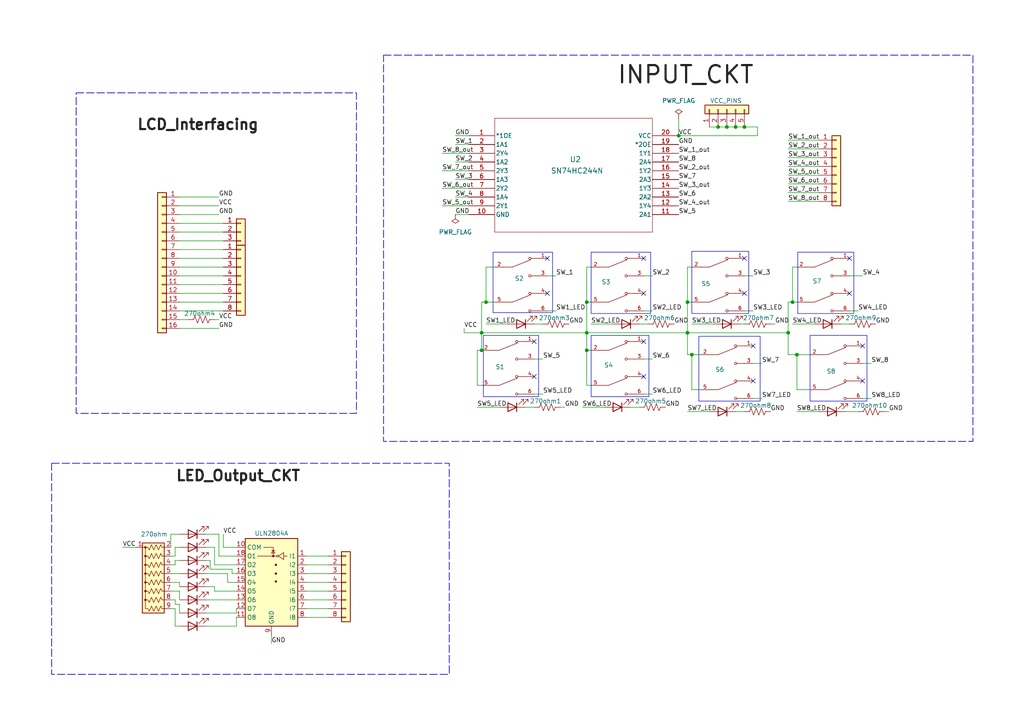
<source format=kicad_sch>
(kicad_sch
	(version 20231120)
	(generator "eeschema")
	(generator_version "8.0")
	(uuid "a8f38fd9-2f61-4617-8cb0-ba446c96aae5")
	(paper "A4")
	(title_block
		(title "8051_DEV_BOARD")
		(date "2025-03-09")
		(company "techMake")
		(comment 1 "KRISHNENDU DINDA")
		(comment 2 "reachtodinda@gmail.com")
		(comment 3 "krishnendudinda404@gmail.com")
		(comment 4 "9134412458")
	)
	(lib_symbols
		(symbol "74244:SN74HC244N"
			(pin_names
				(offset 0.254)
			)
			(exclude_from_sim no)
			(in_bom yes)
			(on_board yes)
			(property "Reference" "U"
				(at 30.48 10.16 0)
				(effects
					(font
						(size 1.524 1.524)
					)
				)
			)
			(property "Value" "SN74HC244N"
				(at 30.48 7.62 0)
				(effects
					(font
						(size 1.524 1.524)
					)
				)
			)
			(property "Footprint" "N20"
				(at 0 0 0)
				(effects
					(font
						(size 1.27 1.27)
						(italic yes)
					)
					(hide yes)
				)
			)
			(property "Datasheet" "SN74HC244N"
				(at 0 0 0)
				(effects
					(font
						(size 1.27 1.27)
						(italic yes)
					)
					(hide yes)
				)
			)
			(property "Description" ""
				(at 0 0 0)
				(effects
					(font
						(size 1.27 1.27)
					)
					(hide yes)
				)
			)
			(property "ki_locked" ""
				(at 0 0 0)
				(effects
					(font
						(size 1.27 1.27)
					)
				)
			)
			(property "ki_keywords" "SN74HC244N"
				(at 0 0 0)
				(effects
					(font
						(size 1.27 1.27)
					)
					(hide yes)
				)
			)
			(property "ki_fp_filters" "N20"
				(at 0 0 0)
				(effects
					(font
						(size 1.27 1.27)
					)
					(hide yes)
				)
			)
			(symbol "SN74HC244N_0_1"
				(polyline
					(pts
						(xy 7.62 -27.94) (xy 53.34 -27.94)
					)
					(stroke
						(width 0.127)
						(type default)
					)
					(fill
						(type none)
					)
				)
				(polyline
					(pts
						(xy 7.62 5.08) (xy 7.62 -27.94)
					)
					(stroke
						(width 0.127)
						(type default)
					)
					(fill
						(type none)
					)
				)
				(polyline
					(pts
						(xy 53.34 -27.94) (xy 53.34 5.08)
					)
					(stroke
						(width 0.127)
						(type default)
					)
					(fill
						(type none)
					)
				)
				(polyline
					(pts
						(xy 53.34 5.08) (xy 7.62 5.08)
					)
					(stroke
						(width 0.127)
						(type default)
					)
					(fill
						(type none)
					)
				)
				(pin input line
					(at 0 0 0)
					(length 7.62)
					(name "*1OE"
						(effects
							(font
								(size 1.27 1.27)
							)
						)
					)
					(number "1"
						(effects
							(font
								(size 1.27 1.27)
							)
						)
					)
				)
				(pin power_in line
					(at 0 -22.86 0)
					(length 7.62)
					(name "GND"
						(effects
							(font
								(size 1.27 1.27)
							)
						)
					)
					(number "10"
						(effects
							(font
								(size 1.27 1.27)
							)
						)
					)
				)
				(pin input line
					(at 60.96 -22.86 180)
					(length 7.62)
					(name "2A1"
						(effects
							(font
								(size 1.27 1.27)
							)
						)
					)
					(number "11"
						(effects
							(font
								(size 1.27 1.27)
							)
						)
					)
				)
				(pin output line
					(at 60.96 -20.32 180)
					(length 7.62)
					(name "1Y4"
						(effects
							(font
								(size 1.27 1.27)
							)
						)
					)
					(number "12"
						(effects
							(font
								(size 1.27 1.27)
							)
						)
					)
				)
				(pin input line
					(at 60.96 -17.78 180)
					(length 7.62)
					(name "2A2"
						(effects
							(font
								(size 1.27 1.27)
							)
						)
					)
					(number "13"
						(effects
							(font
								(size 1.27 1.27)
							)
						)
					)
				)
				(pin output line
					(at 60.96 -15.24 180)
					(length 7.62)
					(name "1Y3"
						(effects
							(font
								(size 1.27 1.27)
							)
						)
					)
					(number "14"
						(effects
							(font
								(size 1.27 1.27)
							)
						)
					)
				)
				(pin input line
					(at 60.96 -12.7 180)
					(length 7.62)
					(name "2A3"
						(effects
							(font
								(size 1.27 1.27)
							)
						)
					)
					(number "15"
						(effects
							(font
								(size 1.27 1.27)
							)
						)
					)
				)
				(pin output line
					(at 60.96 -10.16 180)
					(length 7.62)
					(name "1Y2"
						(effects
							(font
								(size 1.27 1.27)
							)
						)
					)
					(number "16"
						(effects
							(font
								(size 1.27 1.27)
							)
						)
					)
				)
				(pin input line
					(at 60.96 -7.62 180)
					(length 7.62)
					(name "2A4"
						(effects
							(font
								(size 1.27 1.27)
							)
						)
					)
					(number "17"
						(effects
							(font
								(size 1.27 1.27)
							)
						)
					)
				)
				(pin output line
					(at 60.96 -5.08 180)
					(length 7.62)
					(name "1Y1"
						(effects
							(font
								(size 1.27 1.27)
							)
						)
					)
					(number "18"
						(effects
							(font
								(size 1.27 1.27)
							)
						)
					)
				)
				(pin input line
					(at 60.96 -2.54 180)
					(length 7.62)
					(name "*2OE"
						(effects
							(font
								(size 1.27 1.27)
							)
						)
					)
					(number "19"
						(effects
							(font
								(size 1.27 1.27)
							)
						)
					)
				)
				(pin input line
					(at 0 -2.54 0)
					(length 7.62)
					(name "1A1"
						(effects
							(font
								(size 1.27 1.27)
							)
						)
					)
					(number "2"
						(effects
							(font
								(size 1.27 1.27)
							)
						)
					)
				)
				(pin power_in line
					(at 60.96 0 180)
					(length 7.62)
					(name "VCC"
						(effects
							(font
								(size 1.27 1.27)
							)
						)
					)
					(number "20"
						(effects
							(font
								(size 1.27 1.27)
							)
						)
					)
				)
				(pin output line
					(at 0 -5.08 0)
					(length 7.62)
					(name "2Y4"
						(effects
							(font
								(size 1.27 1.27)
							)
						)
					)
					(number "3"
						(effects
							(font
								(size 1.27 1.27)
							)
						)
					)
				)
				(pin input line
					(at 0 -7.62 0)
					(length 7.62)
					(name "1A2"
						(effects
							(font
								(size 1.27 1.27)
							)
						)
					)
					(number "4"
						(effects
							(font
								(size 1.27 1.27)
							)
						)
					)
				)
				(pin output line
					(at 0 -10.16 0)
					(length 7.62)
					(name "2Y3"
						(effects
							(font
								(size 1.27 1.27)
							)
						)
					)
					(number "5"
						(effects
							(font
								(size 1.27 1.27)
							)
						)
					)
				)
				(pin input line
					(at 0 -12.7 0)
					(length 7.62)
					(name "1A3"
						(effects
							(font
								(size 1.27 1.27)
							)
						)
					)
					(number "6"
						(effects
							(font
								(size 1.27 1.27)
							)
						)
					)
				)
				(pin output line
					(at 0 -15.24 0)
					(length 7.62)
					(name "2Y2"
						(effects
							(font
								(size 1.27 1.27)
							)
						)
					)
					(number "7"
						(effects
							(font
								(size 1.27 1.27)
							)
						)
					)
				)
				(pin input line
					(at 0 -17.78 0)
					(length 7.62)
					(name "1A4"
						(effects
							(font
								(size 1.27 1.27)
							)
						)
					)
					(number "8"
						(effects
							(font
								(size 1.27 1.27)
							)
						)
					)
				)
				(pin output line
					(at 0 -20.32 0)
					(length 7.62)
					(name "2Y1"
						(effects
							(font
								(size 1.27 1.27)
							)
						)
					)
					(number "9"
						(effects
							(font
								(size 1.27 1.27)
							)
						)
					)
				)
			)
		)
		(symbol "Conn_01x08_2"
			(pin_names
				(offset 1.016) hide)
			(exclude_from_sim no)
			(in_bom yes)
			(on_board yes)
			(property "Reference" "Port_5"
				(at 2.794 0.508 90)
				(effects
					(font
						(size 1.27 1.27)
					)
				)
			)
			(property "Value" "Conn_01x08"
				(at 0 11.43 0)
				(effects
					(font
						(size 1.27 1.27)
					)
					(hide yes)
				)
			)
			(property "Footprint" "Connector_PinHeader_2.54mm:PinHeader_1x08_P2.54mm_Vertical"
				(at 0 0 0)
				(effects
					(font
						(size 1.27 1.27)
					)
					(hide yes)
				)
			)
			(property "Datasheet" "~"
				(at 0 0 0)
				(effects
					(font
						(size 1.27 1.27)
					)
					(hide yes)
				)
			)
			(property "Description" "Generic connector, single row, 01x08, script generated (kicad-library-utils/schlib/autogen/connector/)"
				(at 0 0 0)
				(effects
					(font
						(size 1.27 1.27)
					)
					(hide yes)
				)
			)
			(property "ki_keywords" "connector"
				(at 0 0 0)
				(effects
					(font
						(size 1.27 1.27)
					)
					(hide yes)
				)
			)
			(property "ki_fp_filters" "Connector*:*_1x??_*"
				(at 0 0 0)
				(effects
					(font
						(size 1.27 1.27)
					)
					(hide yes)
				)
			)
			(symbol "Conn_01x08_2_1_1"
				(rectangle
					(start -1.27 -10.033)
					(end 0 -10.287)
					(stroke
						(width 0.1524)
						(type default)
					)
					(fill
						(type none)
					)
				)
				(rectangle
					(start -1.27 -7.493)
					(end 0 -7.747)
					(stroke
						(width 0.1524)
						(type default)
					)
					(fill
						(type none)
					)
				)
				(rectangle
					(start -1.27 -4.953)
					(end 0 -5.207)
					(stroke
						(width 0.1524)
						(type default)
					)
					(fill
						(type none)
					)
				)
				(rectangle
					(start -1.27 -2.413)
					(end 0 -2.667)
					(stroke
						(width 0.1524)
						(type default)
					)
					(fill
						(type none)
					)
				)
				(rectangle
					(start -1.27 0.127)
					(end 0 -0.127)
					(stroke
						(width 0.1524)
						(type default)
					)
					(fill
						(type none)
					)
				)
				(rectangle
					(start -1.27 2.667)
					(end 0 2.413)
					(stroke
						(width 0.1524)
						(type default)
					)
					(fill
						(type none)
					)
				)
				(rectangle
					(start -1.27 5.207)
					(end 0 4.953)
					(stroke
						(width 0.1524)
						(type default)
					)
					(fill
						(type none)
					)
				)
				(rectangle
					(start -1.27 7.747)
					(end 0 7.493)
					(stroke
						(width 0.1524)
						(type default)
					)
					(fill
						(type none)
					)
				)
				(rectangle
					(start -1.27 8.89)
					(end 1.27 -11.43)
					(stroke
						(width 0.254)
						(type default)
					)
					(fill
						(type background)
					)
				)
				(pin passive line
					(at -5.08 7.62 0)
					(length 3.81)
					(name "Pin_0"
						(effects
							(font
								(size 1.27 1.27)
							)
						)
					)
					(number "1"
						(effects
							(font
								(size 1.27 1.27)
							)
						)
					)
				)
				(pin passive line
					(at -5.08 5.08 0)
					(length 3.81)
					(name "Pin_1"
						(effects
							(font
								(size 1.27 1.27)
							)
						)
					)
					(number "2"
						(effects
							(font
								(size 1.27 1.27)
							)
						)
					)
				)
				(pin passive line
					(at -5.08 2.54 0)
					(length 3.81)
					(name "Pin_2"
						(effects
							(font
								(size 1.27 1.27)
							)
						)
					)
					(number "3"
						(effects
							(font
								(size 1.27 1.27)
							)
						)
					)
				)
				(pin passive line
					(at -5.08 0 0)
					(length 3.81)
					(name "Pin_3"
						(effects
							(font
								(size 1.27 1.27)
							)
						)
					)
					(number "4"
						(effects
							(font
								(size 1.27 1.27)
							)
						)
					)
				)
				(pin passive line
					(at -5.08 -2.54 0)
					(length 3.81)
					(name "Pin_4"
						(effects
							(font
								(size 1.27 1.27)
							)
						)
					)
					(number "5"
						(effects
							(font
								(size 1.27 1.27)
							)
						)
					)
				)
				(pin passive line
					(at -5.08 -5.08 0)
					(length 3.81)
					(name "Pin_5"
						(effects
							(font
								(size 1.27 1.27)
							)
						)
					)
					(number "6"
						(effects
							(font
								(size 1.27 1.27)
							)
						)
					)
				)
				(pin passive line
					(at -5.08 -7.62 0)
					(length 3.81)
					(name "Pin_6"
						(effects
							(font
								(size 1.27 1.27)
							)
						)
					)
					(number "7"
						(effects
							(font
								(size 1.27 1.27)
							)
						)
					)
				)
				(pin passive line
					(at -5.08 -10.16 0)
					(length 3.81)
					(name "Pin_7"
						(effects
							(font
								(size 1.27 1.27)
							)
						)
					)
					(number "8"
						(effects
							(font
								(size 1.27 1.27)
							)
						)
					)
				)
			)
		)
		(symbol "Conn_01x08_3"
			(pin_names
				(offset 1.016) hide)
			(exclude_from_sim no)
			(in_bom yes)
			(on_board yes)
			(property "Reference" "Port_4"
				(at 2.794 -0.762 90)
				(effects
					(font
						(size 1.27 1.27)
					)
					(hide yes)
				)
			)
			(property "Value" "Conn_01x08"
				(at 0 11.43 0)
				(effects
					(font
						(size 1.27 1.27)
					)
					(hide yes)
				)
			)
			(property "Footprint" "Connector_PinHeader_2.54mm:PinHeader_1x08_P2.54mm_Vertical"
				(at 0 0 0)
				(effects
					(font
						(size 1.27 1.27)
					)
					(hide yes)
				)
			)
			(property "Datasheet" "~"
				(at 0 0 0)
				(effects
					(font
						(size 1.27 1.27)
					)
					(hide yes)
				)
			)
			(property "Description" "Generic connector, single row, 01x08, script generated (kicad-library-utils/schlib/autogen/connector/)"
				(at 0 0 0)
				(effects
					(font
						(size 1.27 1.27)
					)
					(hide yes)
				)
			)
			(property "ki_keywords" "connector"
				(at 0 0 0)
				(effects
					(font
						(size 1.27 1.27)
					)
					(hide yes)
				)
			)
			(property "ki_fp_filters" "Connector*:*_1x??_*"
				(at 0 0 0)
				(effects
					(font
						(size 1.27 1.27)
					)
					(hide yes)
				)
			)
			(symbol "Conn_01x08_3_1_1"
				(rectangle
					(start -1.27 -10.033)
					(end 0 -10.287)
					(stroke
						(width 0.1524)
						(type default)
					)
					(fill
						(type none)
					)
				)
				(rectangle
					(start -1.27 -7.493)
					(end 0 -7.747)
					(stroke
						(width 0.1524)
						(type default)
					)
					(fill
						(type none)
					)
				)
				(rectangle
					(start -1.27 -4.953)
					(end 0 -5.207)
					(stroke
						(width 0.1524)
						(type default)
					)
					(fill
						(type none)
					)
				)
				(rectangle
					(start -1.27 -2.413)
					(end 0 -2.667)
					(stroke
						(width 0.1524)
						(type default)
					)
					(fill
						(type none)
					)
				)
				(rectangle
					(start -1.27 0.127)
					(end 0 -0.127)
					(stroke
						(width 0.1524)
						(type default)
					)
					(fill
						(type none)
					)
				)
				(rectangle
					(start -1.27 2.667)
					(end 0 2.413)
					(stroke
						(width 0.1524)
						(type default)
					)
					(fill
						(type none)
					)
				)
				(rectangle
					(start -1.27 5.207)
					(end 0 4.953)
					(stroke
						(width 0.1524)
						(type default)
					)
					(fill
						(type none)
					)
				)
				(rectangle
					(start -1.27 7.747)
					(end 0 7.493)
					(stroke
						(width 0.1524)
						(type default)
					)
					(fill
						(type none)
					)
				)
				(rectangle
					(start -1.27 8.89)
					(end 1.27 -11.43)
					(stroke
						(width 0.254)
						(type default)
					)
					(fill
						(type background)
					)
				)
				(pin passive line
					(at -5.08 7.62 0)
					(length 3.81)
					(name "Pin_0"
						(effects
							(font
								(size 1.27 1.27)
							)
						)
					)
					(number "1"
						(effects
							(font
								(size 1.27 1.27)
							)
						)
					)
				)
				(pin passive line
					(at -5.08 5.08 0)
					(length 3.81)
					(name "Pin_1"
						(effects
							(font
								(size 1.27 1.27)
							)
						)
					)
					(number "2"
						(effects
							(font
								(size 1.27 1.27)
							)
						)
					)
				)
				(pin passive line
					(at -5.08 2.54 0)
					(length 3.81)
					(name "Pin_2"
						(effects
							(font
								(size 1.27 1.27)
							)
						)
					)
					(number "3"
						(effects
							(font
								(size 1.27 1.27)
							)
						)
					)
				)
				(pin passive line
					(at -5.08 0 0)
					(length 3.81)
					(name "Pin_3"
						(effects
							(font
								(size 1.27 1.27)
							)
						)
					)
					(number "4"
						(effects
							(font
								(size 1.27 1.27)
							)
						)
					)
				)
				(pin passive line
					(at -5.08 -2.54 0)
					(length 3.81)
					(name "Pin_4"
						(effects
							(font
								(size 1.27 1.27)
							)
						)
					)
					(number "5"
						(effects
							(font
								(size 1.27 1.27)
							)
						)
					)
				)
				(pin passive line
					(at -5.08 -5.08 0)
					(length 3.81)
					(name "Pin_5"
						(effects
							(font
								(size 1.27 1.27)
							)
						)
					)
					(number "6"
						(effects
							(font
								(size 1.27 1.27)
							)
						)
					)
				)
				(pin passive line
					(at -5.08 -7.62 0)
					(length 3.81)
					(name "Pin_6"
						(effects
							(font
								(size 1.27 1.27)
							)
						)
					)
					(number "7"
						(effects
							(font
								(size 1.27 1.27)
							)
						)
					)
				)
				(pin passive line
					(at -5.08 -10.16 0)
					(length 3.81)
					(name "Pin_7"
						(effects
							(font
								(size 1.27 1.27)
							)
						)
					)
					(number "8"
						(effects
							(font
								(size 1.27 1.27)
							)
						)
					)
				)
			)
		)
		(symbol "Connector_Generic:Conn_01x03"
			(pin_names
				(offset 1.016) hide)
			(exclude_from_sim no)
			(in_bom yes)
			(on_board yes)
			(property "Reference" "J"
				(at 0 5.08 0)
				(effects
					(font
						(size 1.27 1.27)
					)
				)
			)
			(property "Value" "Conn_01x03"
				(at 0 -5.08 0)
				(effects
					(font
						(size 1.27 1.27)
					)
				)
			)
			(property "Footprint" ""
				(at 0 0 0)
				(effects
					(font
						(size 1.27 1.27)
					)
					(hide yes)
				)
			)
			(property "Datasheet" "~"
				(at 0 0 0)
				(effects
					(font
						(size 1.27 1.27)
					)
					(hide yes)
				)
			)
			(property "Description" "Generic connector, single row, 01x03, script generated (kicad-library-utils/schlib/autogen/connector/)"
				(at 0 0 0)
				(effects
					(font
						(size 1.27 1.27)
					)
					(hide yes)
				)
			)
			(property "ki_keywords" "connector"
				(at 0 0 0)
				(effects
					(font
						(size 1.27 1.27)
					)
					(hide yes)
				)
			)
			(property "ki_fp_filters" "Connector*:*_1x??_*"
				(at 0 0 0)
				(effects
					(font
						(size 1.27 1.27)
					)
					(hide yes)
				)
			)
			(symbol "Conn_01x03_1_1"
				(rectangle
					(start -1.27 -2.413)
					(end 0 -2.667)
					(stroke
						(width 0.1524)
						(type default)
					)
					(fill
						(type none)
					)
				)
				(rectangle
					(start -1.27 0.127)
					(end 0 -0.127)
					(stroke
						(width 0.1524)
						(type default)
					)
					(fill
						(type none)
					)
				)
				(rectangle
					(start -1.27 2.667)
					(end 0 2.413)
					(stroke
						(width 0.1524)
						(type default)
					)
					(fill
						(type none)
					)
				)
				(rectangle
					(start -1.27 3.81)
					(end 1.27 -3.81)
					(stroke
						(width 0.254)
						(type default)
					)
					(fill
						(type background)
					)
				)
				(pin passive line
					(at -5.08 2.54 0)
					(length 3.81)
					(name "Pin_1"
						(effects
							(font
								(size 1.27 1.27)
							)
						)
					)
					(number "1"
						(effects
							(font
								(size 1.27 1.27)
							)
						)
					)
				)
				(pin passive line
					(at -5.08 0 0)
					(length 3.81)
					(name "Pin_2"
						(effects
							(font
								(size 1.27 1.27)
							)
						)
					)
					(number "2"
						(effects
							(font
								(size 1.27 1.27)
							)
						)
					)
				)
				(pin passive line
					(at -5.08 -2.54 0)
					(length 3.81)
					(name "Pin_3"
						(effects
							(font
								(size 1.27 1.27)
							)
						)
					)
					(number "3"
						(effects
							(font
								(size 1.27 1.27)
							)
						)
					)
				)
			)
		)
		(symbol "Connector_Generic:Conn_01x05"
			(pin_names
				(offset 1.016) hide)
			(exclude_from_sim no)
			(in_bom yes)
			(on_board yes)
			(property "Reference" "J"
				(at 0 7.62 0)
				(effects
					(font
						(size 1.27 1.27)
					)
				)
			)
			(property "Value" "Conn_01x05"
				(at 0 -7.62 0)
				(effects
					(font
						(size 1.27 1.27)
					)
				)
			)
			(property "Footprint" ""
				(at 0 0 0)
				(effects
					(font
						(size 1.27 1.27)
					)
					(hide yes)
				)
			)
			(property "Datasheet" "~"
				(at 0 0 0)
				(effects
					(font
						(size 1.27 1.27)
					)
					(hide yes)
				)
			)
			(property "Description" "Generic connector, single row, 01x05, script generated (kicad-library-utils/schlib/autogen/connector/)"
				(at 0 0 0)
				(effects
					(font
						(size 1.27 1.27)
					)
					(hide yes)
				)
			)
			(property "ki_keywords" "connector"
				(at 0 0 0)
				(effects
					(font
						(size 1.27 1.27)
					)
					(hide yes)
				)
			)
			(property "ki_fp_filters" "Connector*:*_1x??_*"
				(at 0 0 0)
				(effects
					(font
						(size 1.27 1.27)
					)
					(hide yes)
				)
			)
			(symbol "Conn_01x05_1_1"
				(rectangle
					(start -1.27 -4.953)
					(end 0 -5.207)
					(stroke
						(width 0.1524)
						(type default)
					)
					(fill
						(type none)
					)
				)
				(rectangle
					(start -1.27 -2.413)
					(end 0 -2.667)
					(stroke
						(width 0.1524)
						(type default)
					)
					(fill
						(type none)
					)
				)
				(rectangle
					(start -1.27 0.127)
					(end 0 -0.127)
					(stroke
						(width 0.1524)
						(type default)
					)
					(fill
						(type none)
					)
				)
				(rectangle
					(start -1.27 2.667)
					(end 0 2.413)
					(stroke
						(width 0.1524)
						(type default)
					)
					(fill
						(type none)
					)
				)
				(rectangle
					(start -1.27 5.207)
					(end 0 4.953)
					(stroke
						(width 0.1524)
						(type default)
					)
					(fill
						(type none)
					)
				)
				(rectangle
					(start -1.27 6.35)
					(end 1.27 -6.35)
					(stroke
						(width 0.254)
						(type default)
					)
					(fill
						(type background)
					)
				)
				(pin passive line
					(at -5.08 5.08 0)
					(length 3.81)
					(name "Pin_1"
						(effects
							(font
								(size 1.27 1.27)
							)
						)
					)
					(number "1"
						(effects
							(font
								(size 1.27 1.27)
							)
						)
					)
				)
				(pin passive line
					(at -5.08 2.54 0)
					(length 3.81)
					(name "Pin_2"
						(effects
							(font
								(size 1.27 1.27)
							)
						)
					)
					(number "2"
						(effects
							(font
								(size 1.27 1.27)
							)
						)
					)
				)
				(pin passive line
					(at -5.08 0 0)
					(length 3.81)
					(name "Pin_3"
						(effects
							(font
								(size 1.27 1.27)
							)
						)
					)
					(number "3"
						(effects
							(font
								(size 1.27 1.27)
							)
						)
					)
				)
				(pin passive line
					(at -5.08 -2.54 0)
					(length 3.81)
					(name "Pin_4"
						(effects
							(font
								(size 1.27 1.27)
							)
						)
					)
					(number "4"
						(effects
							(font
								(size 1.27 1.27)
							)
						)
					)
				)
				(pin passive line
					(at -5.08 -5.08 0)
					(length 3.81)
					(name "Pin_5"
						(effects
							(font
								(size 1.27 1.27)
							)
						)
					)
					(number "5"
						(effects
							(font
								(size 1.27 1.27)
							)
						)
					)
				)
			)
		)
		(symbol "Connector_Generic:Conn_01x16"
			(pin_names
				(offset 1.016) hide)
			(exclude_from_sim no)
			(in_bom yes)
			(on_board yes)
			(property "Reference" "J"
				(at 0 20.32 0)
				(effects
					(font
						(size 1.27 1.27)
					)
				)
			)
			(property "Value" "Conn_01x16"
				(at 0 -22.86 0)
				(effects
					(font
						(size 1.27 1.27)
					)
				)
			)
			(property "Footprint" ""
				(at 0 0 0)
				(effects
					(font
						(size 1.27 1.27)
					)
					(hide yes)
				)
			)
			(property "Datasheet" "~"
				(at 0 0 0)
				(effects
					(font
						(size 1.27 1.27)
					)
					(hide yes)
				)
			)
			(property "Description" "Generic connector, single row, 01x16, script generated (kicad-library-utils/schlib/autogen/connector/)"
				(at 0 0 0)
				(effects
					(font
						(size 1.27 1.27)
					)
					(hide yes)
				)
			)
			(property "ki_keywords" "connector"
				(at 0 0 0)
				(effects
					(font
						(size 1.27 1.27)
					)
					(hide yes)
				)
			)
			(property "ki_fp_filters" "Connector*:*_1x??_*"
				(at 0 0 0)
				(effects
					(font
						(size 1.27 1.27)
					)
					(hide yes)
				)
			)
			(symbol "Conn_01x16_1_1"
				(rectangle
					(start -1.27 -20.193)
					(end 0 -20.447)
					(stroke
						(width 0.1524)
						(type default)
					)
					(fill
						(type none)
					)
				)
				(rectangle
					(start -1.27 -17.653)
					(end 0 -17.907)
					(stroke
						(width 0.1524)
						(type default)
					)
					(fill
						(type none)
					)
				)
				(rectangle
					(start -1.27 -15.113)
					(end 0 -15.367)
					(stroke
						(width 0.1524)
						(type default)
					)
					(fill
						(type none)
					)
				)
				(rectangle
					(start -1.27 -12.573)
					(end 0 -12.827)
					(stroke
						(width 0.1524)
						(type default)
					)
					(fill
						(type none)
					)
				)
				(rectangle
					(start -1.27 -10.033)
					(end 0 -10.287)
					(stroke
						(width 0.1524)
						(type default)
					)
					(fill
						(type none)
					)
				)
				(rectangle
					(start -1.27 -7.493)
					(end 0 -7.747)
					(stroke
						(width 0.1524)
						(type default)
					)
					(fill
						(type none)
					)
				)
				(rectangle
					(start -1.27 -4.953)
					(end 0 -5.207)
					(stroke
						(width 0.1524)
						(type default)
					)
					(fill
						(type none)
					)
				)
				(rectangle
					(start -1.27 -2.413)
					(end 0 -2.667)
					(stroke
						(width 0.1524)
						(type default)
					)
					(fill
						(type none)
					)
				)
				(rectangle
					(start -1.27 0.127)
					(end 0 -0.127)
					(stroke
						(width 0.1524)
						(type default)
					)
					(fill
						(type none)
					)
				)
				(rectangle
					(start -1.27 2.667)
					(end 0 2.413)
					(stroke
						(width 0.1524)
						(type default)
					)
					(fill
						(type none)
					)
				)
				(rectangle
					(start -1.27 5.207)
					(end 0 4.953)
					(stroke
						(width 0.1524)
						(type default)
					)
					(fill
						(type none)
					)
				)
				(rectangle
					(start -1.27 7.747)
					(end 0 7.493)
					(stroke
						(width 0.1524)
						(type default)
					)
					(fill
						(type none)
					)
				)
				(rectangle
					(start -1.27 10.287)
					(end 0 10.033)
					(stroke
						(width 0.1524)
						(type default)
					)
					(fill
						(type none)
					)
				)
				(rectangle
					(start -1.27 12.827)
					(end 0 12.573)
					(stroke
						(width 0.1524)
						(type default)
					)
					(fill
						(type none)
					)
				)
				(rectangle
					(start -1.27 15.367)
					(end 0 15.113)
					(stroke
						(width 0.1524)
						(type default)
					)
					(fill
						(type none)
					)
				)
				(rectangle
					(start -1.27 17.907)
					(end 0 17.653)
					(stroke
						(width 0.1524)
						(type default)
					)
					(fill
						(type none)
					)
				)
				(rectangle
					(start -1.27 19.05)
					(end 1.27 -21.59)
					(stroke
						(width 0.254)
						(type default)
					)
					(fill
						(type background)
					)
				)
				(pin passive line
					(at -5.08 17.78 0)
					(length 3.81)
					(name "Pin_1"
						(effects
							(font
								(size 1.27 1.27)
							)
						)
					)
					(number "1"
						(effects
							(font
								(size 1.27 1.27)
							)
						)
					)
				)
				(pin passive line
					(at -5.08 -5.08 0)
					(length 3.81)
					(name "Pin_10"
						(effects
							(font
								(size 1.27 1.27)
							)
						)
					)
					(number "10"
						(effects
							(font
								(size 1.27 1.27)
							)
						)
					)
				)
				(pin passive line
					(at -5.08 -7.62 0)
					(length 3.81)
					(name "Pin_11"
						(effects
							(font
								(size 1.27 1.27)
							)
						)
					)
					(number "11"
						(effects
							(font
								(size 1.27 1.27)
							)
						)
					)
				)
				(pin passive line
					(at -5.08 -10.16 0)
					(length 3.81)
					(name "Pin_12"
						(effects
							(font
								(size 1.27 1.27)
							)
						)
					)
					(number "12"
						(effects
							(font
								(size 1.27 1.27)
							)
						)
					)
				)
				(pin passive line
					(at -5.08 -12.7 0)
					(length 3.81)
					(name "Pin_13"
						(effects
							(font
								(size 1.27 1.27)
							)
						)
					)
					(number "13"
						(effects
							(font
								(size 1.27 1.27)
							)
						)
					)
				)
				(pin passive line
					(at -5.08 -15.24 0)
					(length 3.81)
					(name "Pin_14"
						(effects
							(font
								(size 1.27 1.27)
							)
						)
					)
					(number "14"
						(effects
							(font
								(size 1.27 1.27)
							)
						)
					)
				)
				(pin passive line
					(at -5.08 -17.78 0)
					(length 3.81)
					(name "Pin_15"
						(effects
							(font
								(size 1.27 1.27)
							)
						)
					)
					(number "15"
						(effects
							(font
								(size 1.27 1.27)
							)
						)
					)
				)
				(pin passive line
					(at -5.08 -20.32 0)
					(length 3.81)
					(name "Pin_16"
						(effects
							(font
								(size 1.27 1.27)
							)
						)
					)
					(number "16"
						(effects
							(font
								(size 1.27 1.27)
							)
						)
					)
				)
				(pin passive line
					(at -5.08 15.24 0)
					(length 3.81)
					(name "Pin_2"
						(effects
							(font
								(size 1.27 1.27)
							)
						)
					)
					(number "2"
						(effects
							(font
								(size 1.27 1.27)
							)
						)
					)
				)
				(pin passive line
					(at -5.08 12.7 0)
					(length 3.81)
					(name "Pin_3"
						(effects
							(font
								(size 1.27 1.27)
							)
						)
					)
					(number "3"
						(effects
							(font
								(size 1.27 1.27)
							)
						)
					)
				)
				(pin passive line
					(at -5.08 10.16 0)
					(length 3.81)
					(name "Pin_4"
						(effects
							(font
								(size 1.27 1.27)
							)
						)
					)
					(number "4"
						(effects
							(font
								(size 1.27 1.27)
							)
						)
					)
				)
				(pin passive line
					(at -5.08 7.62 0)
					(length 3.81)
					(name "Pin_5"
						(effects
							(font
								(size 1.27 1.27)
							)
						)
					)
					(number "5"
						(effects
							(font
								(size 1.27 1.27)
							)
						)
					)
				)
				(pin passive line
					(at -5.08 5.08 0)
					(length 3.81)
					(name "Pin_6"
						(effects
							(font
								(size 1.27 1.27)
							)
						)
					)
					(number "6"
						(effects
							(font
								(size 1.27 1.27)
							)
						)
					)
				)
				(pin passive line
					(at -5.08 2.54 0)
					(length 3.81)
					(name "Pin_7"
						(effects
							(font
								(size 1.27 1.27)
							)
						)
					)
					(number "7"
						(effects
							(font
								(size 1.27 1.27)
							)
						)
					)
				)
				(pin passive line
					(at -5.08 0 0)
					(length 3.81)
					(name "Pin_8"
						(effects
							(font
								(size 1.27 1.27)
							)
						)
					)
					(number "8"
						(effects
							(font
								(size 1.27 1.27)
							)
						)
					)
				)
				(pin passive line
					(at -5.08 -2.54 0)
					(length 3.81)
					(name "Pin_9"
						(effects
							(font
								(size 1.27 1.27)
							)
						)
					)
					(number "9"
						(effects
							(font
								(size 1.27 1.27)
							)
						)
					)
				)
			)
		)
		(symbol "DPST_kicad_library:TL2230OAF140"
			(pin_names
				(offset 1.016)
			)
			(exclude_from_sim no)
			(in_bom yes)
			(on_board yes)
			(property "Reference" "S"
				(at -2.54 10.16 0)
				(effects
					(font
						(size 1.27 1.27)
					)
					(justify left bottom)
				)
			)
			(property "Value" "TL2230OAF140"
				(at -2.54 -10.16 0)
				(effects
					(font
						(size 1.27 1.27)
					)
					(justify left top)
				)
			)
			(property "Footprint" "TL2230OAF140:SW_TL2230OAF140"
				(at 0 0 0)
				(effects
					(font
						(size 1.27 1.27)
					)
					(justify bottom)
					(hide yes)
				)
			)
			(property "Datasheet" ""
				(at 0 0 0)
				(effects
					(font
						(size 1.27 1.27)
					)
					(hide yes)
				)
			)
			(property "Description" ""
				(at 0 0 0)
				(effects
					(font
						(size 1.27 1.27)
					)
					(hide yes)
				)
			)
			(property "PARTREV" "E"
				(at 0 0 0)
				(effects
					(font
						(size 1.27 1.27)
					)
					(justify bottom)
					(hide yes)
				)
			)
			(property "STANDARD" "Manufacturer Recommendations"
				(at 0 0 0)
				(effects
					(font
						(size 1.27 1.27)
					)
					(justify bottom)
					(hide yes)
				)
			)
			(property "SNAPEDA_PN" "TL2230EEF140"
				(at 0 0 0)
				(effects
					(font
						(size 1.27 1.27)
					)
					(justify bottom)
					(hide yes)
				)
			)
			(property "MAXIMUM_PACKAGE_HEIGHT" "12.5 mm"
				(at 0 0 0)
				(effects
					(font
						(size 1.27 1.27)
					)
					(justify bottom)
					(hide yes)
				)
			)
			(property "MANUFACTURER" "E-Switch"
				(at 0 0 0)
				(effects
					(font
						(size 1.27 1.27)
					)
					(justify bottom)
					(hide yes)
				)
			)
			(symbol "TL2230OAF140_0_0"
				(polyline
					(pts
						(xy -2.54 -5.08) (xy -5.08 -5.08)
					)
					(stroke
						(width 0.1524)
						(type default)
					)
					(fill
						(type none)
					)
				)
				(polyline
					(pts
						(xy -2.54 -5.08) (xy 2.794 -2.9464)
					)
					(stroke
						(width 0.1524)
						(type default)
					)
					(fill
						(type none)
					)
				)
				(polyline
					(pts
						(xy -2.54 5.08) (xy -5.08 5.08)
					)
					(stroke
						(width 0.1524)
						(type default)
					)
					(fill
						(type none)
					)
				)
				(polyline
					(pts
						(xy -2.54 5.08) (xy 2.794 7.2136)
					)
					(stroke
						(width 0.1524)
						(type default)
					)
					(fill
						(type none)
					)
				)
				(polyline
					(pts
						(xy 5.08 -7.62) (xy 2.921 -7.62)
					)
					(stroke
						(width 0.1524)
						(type default)
					)
					(fill
						(type none)
					)
				)
				(polyline
					(pts
						(xy 5.08 -2.54) (xy 2.921 -2.54)
					)
					(stroke
						(width 0.1524)
						(type default)
					)
					(fill
						(type none)
					)
				)
				(polyline
					(pts
						(xy 5.08 2.54) (xy 2.921 2.54)
					)
					(stroke
						(width 0.1524)
						(type default)
					)
					(fill
						(type none)
					)
				)
				(polyline
					(pts
						(xy 5.08 7.62) (xy 2.921 7.62)
					)
					(stroke
						(width 0.1524)
						(type default)
					)
					(fill
						(type none)
					)
				)
				(circle
					(center 2.54 -7.62)
					(radius 0.3302)
					(stroke
						(width 0.1524)
						(type default)
					)
					(fill
						(type none)
					)
				)
				(circle
					(center 2.54 -2.54)
					(radius 0.3302)
					(stroke
						(width 0.1524)
						(type default)
					)
					(fill
						(type none)
					)
				)
				(circle
					(center 2.54 2.54)
					(radius 0.3302)
					(stroke
						(width 0.1524)
						(type default)
					)
					(fill
						(type none)
					)
				)
				(circle
					(center 2.54 7.62)
					(radius 0.3302)
					(stroke
						(width 0.1524)
						(type default)
					)
					(fill
						(type none)
					)
				)
				(pin passive line
					(at 7.62 7.62 180)
					(length 2.54)
					(name "~"
						(effects
							(font
								(size 1.016 1.016)
							)
						)
					)
					(number "1"
						(effects
							(font
								(size 1.016 1.016)
							)
						)
					)
				)
				(pin passive line
					(at -7.62 5.08 0)
					(length 2.54)
					(name "~"
						(effects
							(font
								(size 1.016 1.016)
							)
						)
					)
					(number "2"
						(effects
							(font
								(size 1.016 1.016)
							)
						)
					)
				)
				(pin passive line
					(at 7.62 2.54 180)
					(length 2.54)
					(name "~"
						(effects
							(font
								(size 1.016 1.016)
							)
						)
					)
					(number "3"
						(effects
							(font
								(size 1.016 1.016)
							)
						)
					)
				)
				(pin passive line
					(at 7.62 -2.54 180)
					(length 2.54)
					(name "~"
						(effects
							(font
								(size 1.016 1.016)
							)
						)
					)
					(number "4"
						(effects
							(font
								(size 1.016 1.016)
							)
						)
					)
				)
				(pin passive line
					(at -7.62 -5.08 0)
					(length 2.54)
					(name "~"
						(effects
							(font
								(size 1.016 1.016)
							)
						)
					)
					(number "5"
						(effects
							(font
								(size 1.016 1.016)
							)
						)
					)
				)
				(pin passive line
					(at 7.62 -7.62 180)
					(length 2.54)
					(name "~"
						(effects
							(font
								(size 1.016 1.016)
							)
						)
					)
					(number "6"
						(effects
							(font
								(size 1.016 1.016)
							)
						)
					)
				)
			)
		)
		(symbol "Device:LED"
			(pin_numbers hide)
			(pin_names
				(offset 1.016) hide)
			(exclude_from_sim no)
			(in_bom yes)
			(on_board yes)
			(property "Reference" "D"
				(at 0 2.54 0)
				(effects
					(font
						(size 1.27 1.27)
					)
				)
			)
			(property "Value" "LED"
				(at 0 -2.54 0)
				(effects
					(font
						(size 1.27 1.27)
					)
				)
			)
			(property "Footprint" ""
				(at 0 0 0)
				(effects
					(font
						(size 1.27 1.27)
					)
					(hide yes)
				)
			)
			(property "Datasheet" "~"
				(at 0 0 0)
				(effects
					(font
						(size 1.27 1.27)
					)
					(hide yes)
				)
			)
			(property "Description" "Light emitting diode"
				(at 0 0 0)
				(effects
					(font
						(size 1.27 1.27)
					)
					(hide yes)
				)
			)
			(property "ki_keywords" "LED diode"
				(at 0 0 0)
				(effects
					(font
						(size 1.27 1.27)
					)
					(hide yes)
				)
			)
			(property "ki_fp_filters" "LED* LED_SMD:* LED_THT:*"
				(at 0 0 0)
				(effects
					(font
						(size 1.27 1.27)
					)
					(hide yes)
				)
			)
			(symbol "LED_0_1"
				(polyline
					(pts
						(xy -1.27 -1.27) (xy -1.27 1.27)
					)
					(stroke
						(width 0.254)
						(type default)
					)
					(fill
						(type none)
					)
				)
				(polyline
					(pts
						(xy -1.27 0) (xy 1.27 0)
					)
					(stroke
						(width 0)
						(type default)
					)
					(fill
						(type none)
					)
				)
				(polyline
					(pts
						(xy 1.27 -1.27) (xy 1.27 1.27) (xy -1.27 0) (xy 1.27 -1.27)
					)
					(stroke
						(width 0.254)
						(type default)
					)
					(fill
						(type none)
					)
				)
				(polyline
					(pts
						(xy -3.048 -0.762) (xy -4.572 -2.286) (xy -3.81 -2.286) (xy -4.572 -2.286) (xy -4.572 -1.524)
					)
					(stroke
						(width 0)
						(type default)
					)
					(fill
						(type none)
					)
				)
				(polyline
					(pts
						(xy -1.778 -0.762) (xy -3.302 -2.286) (xy -2.54 -2.286) (xy -3.302 -2.286) (xy -3.302 -1.524)
					)
					(stroke
						(width 0)
						(type default)
					)
					(fill
						(type none)
					)
				)
			)
			(symbol "LED_1_1"
				(pin passive line
					(at -3.81 0 0)
					(length 2.54)
					(name "K"
						(effects
							(font
								(size 1.27 1.27)
							)
						)
					)
					(number "1"
						(effects
							(font
								(size 1.27 1.27)
							)
						)
					)
				)
				(pin passive line
					(at 3.81 0 180)
					(length 2.54)
					(name "A"
						(effects
							(font
								(size 1.27 1.27)
							)
						)
					)
					(number "2"
						(effects
							(font
								(size 1.27 1.27)
							)
						)
					)
				)
			)
		)
		(symbol "Device:R_Network08_US"
			(pin_names
				(offset 0) hide)
			(exclude_from_sim no)
			(in_bom yes)
			(on_board yes)
			(property "Reference" "RN"
				(at -12.7 0 90)
				(effects
					(font
						(size 1.27 1.27)
					)
				)
			)
			(property "Value" "R_Network08_US"
				(at 10.16 0 90)
				(effects
					(font
						(size 1.27 1.27)
					)
				)
			)
			(property "Footprint" "Resistor_THT:R_Array_SIP9"
				(at 12.065 0 90)
				(effects
					(font
						(size 1.27 1.27)
					)
					(hide yes)
				)
			)
			(property "Datasheet" "http://www.vishay.com/docs/31509/csc.pdf"
				(at 0 0 0)
				(effects
					(font
						(size 1.27 1.27)
					)
					(hide yes)
				)
			)
			(property "Description" "8 resistor network, star topology, bussed resistors, small US symbol"
				(at 0 0 0)
				(effects
					(font
						(size 1.27 1.27)
					)
					(hide yes)
				)
			)
			(property "ki_keywords" "R network star-topology"
				(at 0 0 0)
				(effects
					(font
						(size 1.27 1.27)
					)
					(hide yes)
				)
			)
			(property "ki_fp_filters" "R?Array?SIP*"
				(at 0 0 0)
				(effects
					(font
						(size 1.27 1.27)
					)
					(hide yes)
				)
			)
			(symbol "R_Network08_US_0_1"
				(rectangle
					(start -11.43 -3.175)
					(end 8.89 3.175)
					(stroke
						(width 0.254)
						(type default)
					)
					(fill
						(type background)
					)
				)
				(circle
					(center -10.16 2.286)
					(radius 0.254)
					(stroke
						(width 0)
						(type default)
					)
					(fill
						(type outline)
					)
				)
				(circle
					(center -7.62 2.286)
					(radius 0.254)
					(stroke
						(width 0)
						(type default)
					)
					(fill
						(type outline)
					)
				)
				(circle
					(center -5.08 2.286)
					(radius 0.254)
					(stroke
						(width 0)
						(type default)
					)
					(fill
						(type outline)
					)
				)
				(circle
					(center -2.54 2.286)
					(radius 0.254)
					(stroke
						(width 0)
						(type default)
					)
					(fill
						(type outline)
					)
				)
				(polyline
					(pts
						(xy -10.16 2.286) (xy 7.62 2.286)
					)
					(stroke
						(width 0)
						(type default)
					)
					(fill
						(type none)
					)
				)
				(polyline
					(pts
						(xy -10.16 2.286) (xy -10.16 1.524) (xy -9.398 1.1684) (xy -10.922 0.508) (xy -9.398 -0.1524)
						(xy -10.922 -0.8382) (xy -9.398 -1.524) (xy -10.922 -2.1844) (xy -10.16 -2.54) (xy -10.16 -3.81)
					)
					(stroke
						(width 0)
						(type default)
					)
					(fill
						(type none)
					)
				)
				(polyline
					(pts
						(xy -7.62 2.286) (xy -7.62 1.524) (xy -6.858 1.1684) (xy -8.382 0.508) (xy -6.858 -0.1524) (xy -8.382 -0.8382)
						(xy -6.858 -1.524) (xy -8.382 -2.1844) (xy -7.62 -2.54) (xy -7.62 -3.81)
					)
					(stroke
						(width 0)
						(type default)
					)
					(fill
						(type none)
					)
				)
				(polyline
					(pts
						(xy -5.08 2.286) (xy -5.08 1.524) (xy -4.318 1.1684) (xy -5.842 0.508) (xy -4.318 -0.1524) (xy -5.842 -0.8382)
						(xy -4.318 -1.524) (xy -5.842 -2.1844) (xy -5.08 -2.54) (xy -5.08 -3.81)
					)
					(stroke
						(width 0)
						(type default)
					)
					(fill
						(type none)
					)
				)
				(polyline
					(pts
						(xy -2.54 2.286) (xy -2.54 1.524) (xy -1.778 1.1684) (xy -3.302 0.508) (xy -1.778 -0.1524) (xy -3.302 -0.8382)
						(xy -1.778 -1.524) (xy -3.302 -2.1844) (xy -2.54 -2.54) (xy -2.54 -3.81)
					)
					(stroke
						(width 0)
						(type default)
					)
					(fill
						(type none)
					)
				)
				(polyline
					(pts
						(xy 0 2.286) (xy 0 1.524) (xy 0.762 1.1684) (xy -0.762 0.508) (xy 0.762 -0.1524) (xy -0.762 -0.8382)
						(xy 0.762 -1.524) (xy -0.762 -2.1844) (xy 0 -2.54) (xy 0 -3.81)
					)
					(stroke
						(width 0)
						(type default)
					)
					(fill
						(type none)
					)
				)
				(polyline
					(pts
						(xy 2.54 2.286) (xy 2.54 1.524) (xy 3.302 1.1684) (xy 1.778 0.508) (xy 3.302 -0.1524) (xy 1.778 -0.8382)
						(xy 3.302 -1.524) (xy 1.778 -2.1844) (xy 2.54 -2.54) (xy 2.54 -3.81)
					)
					(stroke
						(width 0)
						(type default)
					)
					(fill
						(type none)
					)
				)
				(polyline
					(pts
						(xy 5.08 2.286) (xy 5.08 1.524) (xy 5.842 1.1684) (xy 4.318 0.508) (xy 5.842 -0.1524) (xy 4.318 -0.8382)
						(xy 5.842 -1.524) (xy 4.318 -2.1844) (xy 5.08 -2.54) (xy 5.08 -3.81)
					)
					(stroke
						(width 0)
						(type default)
					)
					(fill
						(type none)
					)
				)
				(polyline
					(pts
						(xy 7.62 2.286) (xy 7.62 1.524) (xy 8.382 1.1684) (xy 6.858 0.508) (xy 8.382 -0.1524) (xy 6.858 -0.8382)
						(xy 8.382 -1.524) (xy 6.858 -2.1844) (xy 7.62 -2.54) (xy 7.62 -3.81)
					)
					(stroke
						(width 0)
						(type default)
					)
					(fill
						(type none)
					)
				)
				(circle
					(center 0 2.286)
					(radius 0.254)
					(stroke
						(width 0)
						(type default)
					)
					(fill
						(type outline)
					)
				)
				(circle
					(center 2.54 2.286)
					(radius 0.254)
					(stroke
						(width 0)
						(type default)
					)
					(fill
						(type outline)
					)
				)
				(circle
					(center 5.08 2.286)
					(radius 0.254)
					(stroke
						(width 0)
						(type default)
					)
					(fill
						(type outline)
					)
				)
			)
			(symbol "R_Network08_US_1_1"
				(pin passive line
					(at -10.16 5.08 270)
					(length 2.54)
					(name "common"
						(effects
							(font
								(size 1.27 1.27)
							)
						)
					)
					(number "1"
						(effects
							(font
								(size 1.27 1.27)
							)
						)
					)
				)
				(pin passive line
					(at -10.16 -5.08 90)
					(length 1.27)
					(name "R1"
						(effects
							(font
								(size 1.27 1.27)
							)
						)
					)
					(number "2"
						(effects
							(font
								(size 1.27 1.27)
							)
						)
					)
				)
				(pin passive line
					(at -7.62 -5.08 90)
					(length 1.27)
					(name "R2"
						(effects
							(font
								(size 1.27 1.27)
							)
						)
					)
					(number "3"
						(effects
							(font
								(size 1.27 1.27)
							)
						)
					)
				)
				(pin passive line
					(at -5.08 -5.08 90)
					(length 1.27)
					(name "R3"
						(effects
							(font
								(size 1.27 1.27)
							)
						)
					)
					(number "4"
						(effects
							(font
								(size 1.27 1.27)
							)
						)
					)
				)
				(pin passive line
					(at -2.54 -5.08 90)
					(length 1.27)
					(name "R4"
						(effects
							(font
								(size 1.27 1.27)
							)
						)
					)
					(number "5"
						(effects
							(font
								(size 1.27 1.27)
							)
						)
					)
				)
				(pin passive line
					(at 0 -5.08 90)
					(length 1.27)
					(name "R5"
						(effects
							(font
								(size 1.27 1.27)
							)
						)
					)
					(number "6"
						(effects
							(font
								(size 1.27 1.27)
							)
						)
					)
				)
				(pin passive line
					(at 2.54 -5.08 90)
					(length 1.27)
					(name "R6"
						(effects
							(font
								(size 1.27 1.27)
							)
						)
					)
					(number "7"
						(effects
							(font
								(size 1.27 1.27)
							)
						)
					)
				)
				(pin passive line
					(at 5.08 -5.08 90)
					(length 1.27)
					(name "R7"
						(effects
							(font
								(size 1.27 1.27)
							)
						)
					)
					(number "8"
						(effects
							(font
								(size 1.27 1.27)
							)
						)
					)
				)
				(pin passive line
					(at 7.62 -5.08 90)
					(length 1.27)
					(name "R8"
						(effects
							(font
								(size 1.27 1.27)
							)
						)
					)
					(number "9"
						(effects
							(font
								(size 1.27 1.27)
							)
						)
					)
				)
			)
		)
		(symbol "Device:R_US"
			(pin_numbers hide)
			(pin_names
				(offset 0)
			)
			(exclude_from_sim no)
			(in_bom yes)
			(on_board yes)
			(property "Reference" "R"
				(at 2.54 0 90)
				(effects
					(font
						(size 1.27 1.27)
					)
				)
			)
			(property "Value" "R_US"
				(at -2.54 0 90)
				(effects
					(font
						(size 1.27 1.27)
					)
				)
			)
			(property "Footprint" ""
				(at 1.016 -0.254 90)
				(effects
					(font
						(size 1.27 1.27)
					)
					(hide yes)
				)
			)
			(property "Datasheet" "~"
				(at 0 0 0)
				(effects
					(font
						(size 1.27 1.27)
					)
					(hide yes)
				)
			)
			(property "Description" "Resistor, US symbol"
				(at 0 0 0)
				(effects
					(font
						(size 1.27 1.27)
					)
					(hide yes)
				)
			)
			(property "ki_keywords" "R res resistor"
				(at 0 0 0)
				(effects
					(font
						(size 1.27 1.27)
					)
					(hide yes)
				)
			)
			(property "ki_fp_filters" "R_*"
				(at 0 0 0)
				(effects
					(font
						(size 1.27 1.27)
					)
					(hide yes)
				)
			)
			(symbol "R_US_0_1"
				(polyline
					(pts
						(xy 0 -2.286) (xy 0 -2.54)
					)
					(stroke
						(width 0)
						(type default)
					)
					(fill
						(type none)
					)
				)
				(polyline
					(pts
						(xy 0 2.286) (xy 0 2.54)
					)
					(stroke
						(width 0)
						(type default)
					)
					(fill
						(type none)
					)
				)
				(polyline
					(pts
						(xy 0 -0.762) (xy 1.016 -1.143) (xy 0 -1.524) (xy -1.016 -1.905) (xy 0 -2.286)
					)
					(stroke
						(width 0)
						(type default)
					)
					(fill
						(type none)
					)
				)
				(polyline
					(pts
						(xy 0 0.762) (xy 1.016 0.381) (xy 0 0) (xy -1.016 -0.381) (xy 0 -0.762)
					)
					(stroke
						(width 0)
						(type default)
					)
					(fill
						(type none)
					)
				)
				(polyline
					(pts
						(xy 0 2.286) (xy 1.016 1.905) (xy 0 1.524) (xy -1.016 1.143) (xy 0 0.762)
					)
					(stroke
						(width 0)
						(type default)
					)
					(fill
						(type none)
					)
				)
			)
			(symbol "R_US_1_1"
				(pin passive line
					(at 0 3.81 270)
					(length 1.27)
					(name "~"
						(effects
							(font
								(size 1.27 1.27)
							)
						)
					)
					(number "1"
						(effects
							(font
								(size 1.27 1.27)
							)
						)
					)
				)
				(pin passive line
					(at 0 -3.81 90)
					(length 1.27)
					(name "~"
						(effects
							(font
								(size 1.27 1.27)
							)
						)
					)
					(number "2"
						(effects
							(font
								(size 1.27 1.27)
							)
						)
					)
				)
			)
		)
		(symbol "Transistor_Array:ULN2804A"
			(exclude_from_sim no)
			(in_bom yes)
			(on_board yes)
			(property "Reference" "U"
				(at 0 13.335 0)
				(effects
					(font
						(size 1.27 1.27)
					)
				)
			)
			(property "Value" "ULN2804A"
				(at 0 11.43 0)
				(effects
					(font
						(size 1.27 1.27)
					)
				)
			)
			(property "Footprint" ""
				(at 1.27 -16.51 0)
				(effects
					(font
						(size 1.27 1.27)
					)
					(justify left)
					(hide yes)
				)
			)
			(property "Datasheet" "http://www.promelec.ru/pdf/1536.pdf"
				(at 2.54 -5.08 0)
				(effects
					(font
						(size 1.27 1.27)
					)
					(hide yes)
				)
			)
			(property "Description" "Darlington Transistor Arrays, SOIC18/DIP18"
				(at 0 0 0)
				(effects
					(font
						(size 1.27 1.27)
					)
					(hide yes)
				)
			)
			(property "ki_keywords" "darlington transistor array"
				(at 0 0 0)
				(effects
					(font
						(size 1.27 1.27)
					)
					(hide yes)
				)
			)
			(property "ki_fp_filters" "DIP*W7.62mm* SOIC*7.5x11.6mm*P1.27mm*"
				(at 0 0 0)
				(effects
					(font
						(size 1.27 1.27)
					)
					(hide yes)
				)
			)
			(symbol "ULN2804A_0_1"
				(rectangle
					(start -7.62 -15.24)
					(end 7.62 10.16)
					(stroke
						(width 0.254)
						(type default)
					)
					(fill
						(type background)
					)
				)
				(circle
					(center -1.778 5.08)
					(radius 0.254)
					(stroke
						(width 0)
						(type default)
					)
					(fill
						(type none)
					)
				)
				(circle
					(center -1.27 -2.286)
					(radius 0.254)
					(stroke
						(width 0)
						(type default)
					)
					(fill
						(type outline)
					)
				)
				(circle
					(center -1.27 0)
					(radius 0.254)
					(stroke
						(width 0)
						(type default)
					)
					(fill
						(type outline)
					)
				)
				(circle
					(center -1.27 2.54)
					(radius 0.254)
					(stroke
						(width 0)
						(type default)
					)
					(fill
						(type outline)
					)
				)
				(circle
					(center -0.508 5.08)
					(radius 0.254)
					(stroke
						(width 0)
						(type default)
					)
					(fill
						(type outline)
					)
				)
				(polyline
					(pts
						(xy -4.572 5.08) (xy -3.556 5.08)
					)
					(stroke
						(width 0)
						(type default)
					)
					(fill
						(type none)
					)
				)
				(polyline
					(pts
						(xy -1.524 5.08) (xy 4.064 5.08)
					)
					(stroke
						(width 0)
						(type default)
					)
					(fill
						(type none)
					)
				)
				(polyline
					(pts
						(xy 0 6.731) (xy -1.016 6.731)
					)
					(stroke
						(width 0)
						(type default)
					)
					(fill
						(type none)
					)
				)
				(polyline
					(pts
						(xy -0.508 5.08) (xy -0.508 7.62) (xy 2.286 7.62)
					)
					(stroke
						(width 0)
						(type default)
					)
					(fill
						(type none)
					)
				)
				(polyline
					(pts
						(xy -3.556 6.096) (xy -3.556 4.064) (xy -2.032 5.08) (xy -3.556 6.096)
					)
					(stroke
						(width 0)
						(type default)
					)
					(fill
						(type none)
					)
				)
				(polyline
					(pts
						(xy 0 5.969) (xy -1.016 5.969) (xy -0.508 6.731) (xy 0 5.969)
					)
					(stroke
						(width 0)
						(type default)
					)
					(fill
						(type none)
					)
				)
			)
			(symbol "ULN2804A_1_1"
				(pin input line
					(at -10.16 5.08 0)
					(length 2.54)
					(name "I1"
						(effects
							(font
								(size 1.27 1.27)
							)
						)
					)
					(number "1"
						(effects
							(font
								(size 1.27 1.27)
							)
						)
					)
				)
				(pin passive line
					(at 10.16 7.62 180)
					(length 2.54)
					(name "COM"
						(effects
							(font
								(size 1.27 1.27)
							)
						)
					)
					(number "10"
						(effects
							(font
								(size 1.27 1.27)
							)
						)
					)
				)
				(pin open_collector line
					(at 10.16 -12.7 180)
					(length 2.54)
					(name "O8"
						(effects
							(font
								(size 1.27 1.27)
							)
						)
					)
					(number "11"
						(effects
							(font
								(size 1.27 1.27)
							)
						)
					)
				)
				(pin open_collector line
					(at 10.16 -10.16 180)
					(length 2.54)
					(name "O7"
						(effects
							(font
								(size 1.27 1.27)
							)
						)
					)
					(number "12"
						(effects
							(font
								(size 1.27 1.27)
							)
						)
					)
				)
				(pin open_collector line
					(at 10.16 -7.62 180)
					(length 2.54)
					(name "O6"
						(effects
							(font
								(size 1.27 1.27)
							)
						)
					)
					(number "13"
						(effects
							(font
								(size 1.27 1.27)
							)
						)
					)
				)
				(pin open_collector line
					(at 10.16 -5.08 180)
					(length 2.54)
					(name "O5"
						(effects
							(font
								(size 1.27 1.27)
							)
						)
					)
					(number "14"
						(effects
							(font
								(size 1.27 1.27)
							)
						)
					)
				)
				(pin open_collector line
					(at 10.16 -2.54 180)
					(length 2.54)
					(name "O4"
						(effects
							(font
								(size 1.27 1.27)
							)
						)
					)
					(number "15"
						(effects
							(font
								(size 1.27 1.27)
							)
						)
					)
				)
				(pin open_collector line
					(at 10.16 0 180)
					(length 2.54)
					(name "O3"
						(effects
							(font
								(size 1.27 1.27)
							)
						)
					)
					(number "16"
						(effects
							(font
								(size 1.27 1.27)
							)
						)
					)
				)
				(pin open_collector line
					(at 10.16 2.54 180)
					(length 2.54)
					(name "O2"
						(effects
							(font
								(size 1.27 1.27)
							)
						)
					)
					(number "17"
						(effects
							(font
								(size 1.27 1.27)
							)
						)
					)
				)
				(pin open_collector line
					(at 10.16 5.08 180)
					(length 2.54)
					(name "O1"
						(effects
							(font
								(size 1.27 1.27)
							)
						)
					)
					(number "18"
						(effects
							(font
								(size 1.27 1.27)
							)
						)
					)
				)
				(pin input line
					(at -10.16 2.54 0)
					(length 2.54)
					(name "I2"
						(effects
							(font
								(size 1.27 1.27)
							)
						)
					)
					(number "2"
						(effects
							(font
								(size 1.27 1.27)
							)
						)
					)
				)
				(pin input line
					(at -10.16 0 0)
					(length 2.54)
					(name "I3"
						(effects
							(font
								(size 1.27 1.27)
							)
						)
					)
					(number "3"
						(effects
							(font
								(size 1.27 1.27)
							)
						)
					)
				)
				(pin input line
					(at -10.16 -2.54 0)
					(length 2.54)
					(name "I4"
						(effects
							(font
								(size 1.27 1.27)
							)
						)
					)
					(number "4"
						(effects
							(font
								(size 1.27 1.27)
							)
						)
					)
				)
				(pin input line
					(at -10.16 -5.08 0)
					(length 2.54)
					(name "I5"
						(effects
							(font
								(size 1.27 1.27)
							)
						)
					)
					(number "5"
						(effects
							(font
								(size 1.27 1.27)
							)
						)
					)
				)
				(pin input line
					(at -10.16 -7.62 0)
					(length 2.54)
					(name "I6"
						(effects
							(font
								(size 1.27 1.27)
							)
						)
					)
					(number "6"
						(effects
							(font
								(size 1.27 1.27)
							)
						)
					)
				)
				(pin input line
					(at -10.16 -10.16 0)
					(length 2.54)
					(name "I7"
						(effects
							(font
								(size 1.27 1.27)
							)
						)
					)
					(number "7"
						(effects
							(font
								(size 1.27 1.27)
							)
						)
					)
				)
				(pin input line
					(at -10.16 -12.7 0)
					(length 2.54)
					(name "I8"
						(effects
							(font
								(size 1.27 1.27)
							)
						)
					)
					(number "8"
						(effects
							(font
								(size 1.27 1.27)
							)
						)
					)
				)
				(pin power_in line
					(at 0 -17.78 90)
					(length 2.54)
					(name "GND"
						(effects
							(font
								(size 1.27 1.27)
							)
						)
					)
					(number "9"
						(effects
							(font
								(size 1.27 1.27)
							)
						)
					)
				)
			)
		)
		(symbol "power:PWR_FLAG"
			(power)
			(pin_numbers hide)
			(pin_names
				(offset 0) hide)
			(exclude_from_sim no)
			(in_bom yes)
			(on_board yes)
			(property "Reference" "#FLG"
				(at 0 1.905 0)
				(effects
					(font
						(size 1.27 1.27)
					)
					(hide yes)
				)
			)
			(property "Value" "PWR_FLAG"
				(at 0 3.81 0)
				(effects
					(font
						(size 1.27 1.27)
					)
				)
			)
			(property "Footprint" ""
				(at 0 0 0)
				(effects
					(font
						(size 1.27 1.27)
					)
					(hide yes)
				)
			)
			(property "Datasheet" "~"
				(at 0 0 0)
				(effects
					(font
						(size 1.27 1.27)
					)
					(hide yes)
				)
			)
			(property "Description" "Special symbol for telling ERC where power comes from"
				(at 0 0 0)
				(effects
					(font
						(size 1.27 1.27)
					)
					(hide yes)
				)
			)
			(property "ki_keywords" "flag power"
				(at 0 0 0)
				(effects
					(font
						(size 1.27 1.27)
					)
					(hide yes)
				)
			)
			(symbol "PWR_FLAG_0_0"
				(pin power_out line
					(at 0 0 90)
					(length 0)
					(name "~"
						(effects
							(font
								(size 1.27 1.27)
							)
						)
					)
					(number "1"
						(effects
							(font
								(size 1.27 1.27)
							)
						)
					)
				)
			)
			(symbol "PWR_FLAG_0_1"
				(polyline
					(pts
						(xy 0 0) (xy 0 1.27) (xy -1.016 1.905) (xy 0 2.54) (xy 1.016 1.905) (xy 0 1.27)
					)
					(stroke
						(width 0)
						(type default)
					)
					(fill
						(type none)
					)
				)
			)
		)
	)
	(junction
		(at 199.39 96.52)
		(diameter 0)
		(color 0 0 0 0)
		(uuid "225c1341-3437-4860-bb31-7b73bb9edfb8")
	)
	(junction
		(at 170.18 87.63)
		(diameter 0)
		(color 0 0 0 0)
		(uuid "34dd2024-eaf3-44bc-a7a6-e35088ac10cb")
	)
	(junction
		(at 139.7 96.52)
		(diameter 0)
		(color 0 0 0 0)
		(uuid "5228ed6b-35a5-4a21-99c2-3e948faac3b0")
	)
	(junction
		(at 200.66 102.87)
		(diameter 0)
		(color 0 0 0 0)
		(uuid "570cd630-9ee5-42e7-9046-ae463a65e4aa")
	)
	(junction
		(at 196.85 39.37)
		(diameter 0)
		(color 0 0 0 0)
		(uuid "5e653fe3-212a-443e-b922-5a83a6609bc1")
	)
	(junction
		(at 210.82 36.83)
		(diameter 0)
		(color 0 0 0 0)
		(uuid "5f1e1a45-df37-4e23-be69-be605d8fee95")
	)
	(junction
		(at 213.36 36.83)
		(diameter 0)
		(color 0 0 0 0)
		(uuid "72a658df-3afc-4da6-aaf3-65cc4aac003c")
	)
	(junction
		(at 199.39 87.63)
		(diameter 0)
		(color 0 0 0 0)
		(uuid "7b02da09-8bcf-494b-8b7d-1153074887db")
	)
	(junction
		(at 228.6 96.52)
		(diameter 0)
		(color 0 0 0 0)
		(uuid "8babd4ac-cdde-4cba-9684-ce2b391abcff")
	)
	(junction
		(at 208.28 36.83)
		(diameter 0)
		(color 0 0 0 0)
		(uuid "c27c6347-2d03-4e1d-974d-fe365ed05080")
	)
	(junction
		(at 229.87 87.63)
		(diameter 0)
		(color 0 0 0 0)
		(uuid "c793eaa0-c764-4af3-b3b2-61c62e578a57")
	)
	(junction
		(at 231.14 102.87)
		(diameter 0)
		(color 0 0 0 0)
		(uuid "dbd53558-e172-49f8-af44-e01d90bf6fcc")
	)
	(junction
		(at 215.9 36.83)
		(diameter 0)
		(color 0 0 0 0)
		(uuid "e52266ff-0088-41b3-8a24-716b2707a965")
	)
	(junction
		(at 170.18 101.6)
		(diameter 0)
		(color 0 0 0 0)
		(uuid "e66edafb-0294-4333-b6b9-ce127224aed9")
	)
	(junction
		(at 140.97 87.63)
		(diameter 0)
		(color 0 0 0 0)
		(uuid "e691f2ee-29b5-45a2-acac-0c1f0b659db4")
	)
	(junction
		(at 170.18 96.52)
		(diameter 0)
		(color 0 0 0 0)
		(uuid "f7e1c1f5-e257-4155-9b42-9c4a7c07c22e")
	)
	(junction
		(at 139.7 101.6)
		(diameter 0)
		(color 0 0 0 0)
		(uuid "fa1ac98a-91be-49f8-90f3-7d5070a764a0")
	)
	(no_connect
		(at 186.69 74.93)
		(uuid "09ced6c9-a3a2-4c35-a2f2-225fd0fcd5cb")
	)
	(no_connect
		(at 186.69 99.06)
		(uuid "109f68a8-e9be-44c1-98b9-1d7f994c8c33")
	)
	(no_connect
		(at 186.69 109.22)
		(uuid "298e5780-2aa9-44de-b438-351c7440efb7")
	)
	(no_connect
		(at 246.38 85.09)
		(uuid "3ff16c70-8433-4a44-a8d9-0dcaf5c6216e")
	)
	(no_connect
		(at 186.69 85.09)
		(uuid "426da849-b392-42ce-b09e-6293d4901fba")
	)
	(no_connect
		(at 218.44 110.49)
		(uuid "4737ffd3-4dd8-4be0-8321-9dc50158c5f8")
	)
	(no_connect
		(at 158.75 85.09)
		(uuid "57713d50-0d78-4fb1-a0a9-a17222b4fa68")
	)
	(no_connect
		(at 250.19 110.49)
		(uuid "6f65863e-e3e0-4f33-a4ef-0d42154f51f9")
	)
	(no_connect
		(at 246.38 74.93)
		(uuid "7e4fe8ff-6bde-4846-b0a2-c0fd13dc13d3")
	)
	(no_connect
		(at 215.9 74.93)
		(uuid "9acdd989-cb33-4206-b46d-17bab49b03f8")
	)
	(no_connect
		(at 218.44 100.33)
		(uuid "a112646e-b65e-4aa8-9ff8-8e086309ba94")
	)
	(no_connect
		(at 158.75 74.93)
		(uuid "b849016b-5557-461c-8d5d-b2625fd62a8f")
	)
	(no_connect
		(at 154.94 99.06)
		(uuid "ce7ec4f3-ddf0-4275-b142-226411890160")
	)
	(no_connect
		(at 250.19 100.33)
		(uuid "de3a2b1f-4c1b-46ae-8df4-c62a6aa814ce")
	)
	(no_connect
		(at 154.94 109.22)
		(uuid "e4271d8d-87c5-4b16-ae67-5b35011747d3")
	)
	(no_connect
		(at 215.9 85.09)
		(uuid "e980aca6-8911-4038-9128-439a2b077cd5")
	)
	(wire
		(pts
			(xy 66.04 168.91) (xy 68.58 168.91)
		)
		(stroke
			(width 0)
			(type default)
		)
		(uuid "0273d67d-1f8c-403b-aacb-892066df1795")
	)
	(wire
		(pts
			(xy 50.8 158.75) (xy 52.07 158.75)
		)
		(stroke
			(width 0)
			(type default)
		)
		(uuid "046373ae-04a0-4d2d-9f37-910194a76661")
	)
	(wire
		(pts
			(xy 59.69 166.37) (xy 66.04 166.37)
		)
		(stroke
			(width 0)
			(type default)
		)
		(uuid "0a0051f0-90d0-4202-86e6-33a7dfccc239")
	)
	(wire
		(pts
			(xy 170.18 96.52) (xy 199.39 96.52)
		)
		(stroke
			(width 0)
			(type default)
		)
		(uuid "0b92e89a-cffe-449b-816c-f21b5c452ddb")
	)
	(wire
		(pts
			(xy 224.79 93.98) (xy 223.52 93.98)
		)
		(stroke
			(width 0)
			(type default)
		)
		(uuid "0c138d33-700f-4f93-93da-a1172eef4b72")
	)
	(wire
		(pts
			(xy 228.6 50.8) (xy 237.49 50.8)
		)
		(stroke
			(width 0)
			(type default)
		)
		(uuid "0c71d48c-d591-4638-be5c-f3e3c514c546")
	)
	(wire
		(pts
			(xy 140.97 93.98) (xy 147.32 93.98)
		)
		(stroke
			(width 0)
			(type default)
		)
		(uuid "0d8474e9-192e-420c-a494-093259ed7696")
	)
	(wire
		(pts
			(xy 52.07 92.71) (xy 54.61 92.71)
		)
		(stroke
			(width 0)
			(type default)
		)
		(uuid "0e6fa8d1-1c07-4851-93ab-dc30c6c37039")
	)
	(wire
		(pts
			(xy 88.9 163.83) (xy 95.25 163.83)
		)
		(stroke
			(width 0)
			(type default)
		)
		(uuid "10e93895-e5a2-4e34-ba47-97d07d615424")
	)
	(wire
		(pts
			(xy 88.9 171.45) (xy 95.25 171.45)
		)
		(stroke
			(width 0)
			(type default)
		)
		(uuid "14ae5f56-2e35-44bf-9a11-1e8c4af2e310")
	)
	(wire
		(pts
			(xy 50.8 181.61) (xy 52.07 181.61)
		)
		(stroke
			(width 0)
			(type default)
		)
		(uuid "17f8fe38-3967-4e51-ac23-7d50abb703d7")
	)
	(wire
		(pts
			(xy 64.77 154.94) (xy 64.77 158.75)
		)
		(stroke
			(width 0)
			(type default)
		)
		(uuid "19f69a6e-9916-4c43-a391-998fe019845c")
	)
	(wire
		(pts
			(xy 52.07 57.15) (xy 63.5 57.15)
		)
		(stroke
			(width 0)
			(type default)
		)
		(uuid "1ac6a111-fdd5-4e90-a865-2b2f726dc997")
	)
	(wire
		(pts
			(xy 215.9 80.01) (xy 218.44 80.01)
		)
		(stroke
			(width 0)
			(type default)
		)
		(uuid "1b262046-8a6b-4d06-8055-11b36975058c")
	)
	(wire
		(pts
			(xy 143.51 77.47) (xy 140.97 77.47)
		)
		(stroke
			(width 0)
			(type default)
		)
		(uuid "1db261ac-17ee-47a6-aa72-d07e7e12d30c")
	)
	(wire
		(pts
			(xy 170.18 77.47) (xy 170.18 87.63)
		)
		(stroke
			(width 0)
			(type default)
		)
		(uuid "1dc6a120-b1a1-4419-8c1d-e4d682787fe2")
	)
	(wire
		(pts
			(xy 52.07 77.47) (xy 64.77 77.47)
		)
		(stroke
			(width 0)
			(type default)
		)
		(uuid "23276896-033c-4729-88b7-3866abb66bef")
	)
	(wire
		(pts
			(xy 152.4 118.11) (xy 154.94 118.11)
		)
		(stroke
			(width 0)
			(type default)
		)
		(uuid "233a0b45-99c7-46e5-b121-e03c6b95be30")
	)
	(wire
		(pts
			(xy 132.08 39.37) (xy 135.89 39.37)
		)
		(stroke
			(width 0)
			(type default)
		)
		(uuid "23ed3985-12e8-40bf-9a77-446d4b5d8267")
	)
	(wire
		(pts
			(xy 49.53 171.45) (xy 52.07 171.45)
		)
		(stroke
			(width 0)
			(type default)
		)
		(uuid "24f134f5-9be9-4674-88a6-edf00d146b76")
	)
	(wire
		(pts
			(xy 186.69 114.3) (xy 189.23 114.3)
		)
		(stroke
			(width 0)
			(type default)
		)
		(uuid "29c5e617-e746-45c4-8c91-d680294735ea")
	)
	(wire
		(pts
			(xy 52.07 69.85) (xy 64.77 69.85)
		)
		(stroke
			(width 0)
			(type default)
		)
		(uuid "2b732514-a804-4ac6-996c-cdfaa46e6465")
	)
	(wire
		(pts
			(xy 128.27 49.53) (xy 135.89 49.53)
		)
		(stroke
			(width 0)
			(type default)
		)
		(uuid "2cb240df-fabc-4c8a-a5f2-c33748e90cc4")
	)
	(wire
		(pts
			(xy 62.23 158.75) (xy 62.23 163.83)
		)
		(stroke
			(width 0)
			(type default)
		)
		(uuid "2cd116bd-b3aa-46ae-bf1d-56ee5847d611")
	)
	(wire
		(pts
			(xy 229.87 87.63) (xy 231.14 87.63)
		)
		(stroke
			(width 0)
			(type default)
		)
		(uuid "2eb07ea0-2b67-461a-8420-de06ee47585c")
	)
	(wire
		(pts
			(xy 229.87 77.47) (xy 229.87 87.63)
		)
		(stroke
			(width 0)
			(type default)
		)
		(uuid "307552c9-445a-437a-af71-a21eb9ff92d1")
	)
	(wire
		(pts
			(xy 139.7 96.52) (xy 170.18 96.52)
		)
		(stroke
			(width 0)
			(type default)
		)
		(uuid "30a0de09-cc30-492c-9ff2-ee90c88a06c4")
	)
	(wire
		(pts
			(xy 140.97 87.63) (xy 143.51 87.63)
		)
		(stroke
			(width 0)
			(type default)
		)
		(uuid "30a86337-6989-4611-ba57-98a440d8b6b9")
	)
	(wire
		(pts
			(xy 52.07 82.55) (xy 64.77 82.55)
		)
		(stroke
			(width 0)
			(type default)
		)
		(uuid "32bc48f8-aebc-47de-be78-9480f6cbdddd")
	)
	(wire
		(pts
			(xy 132.08 52.07) (xy 135.89 52.07)
		)
		(stroke
			(width 0)
			(type default)
		)
		(uuid "383b6542-c0cc-4e6d-a998-a349e5bef59a")
	)
	(wire
		(pts
			(xy 50.8 173.99) (xy 50.8 175.26)
		)
		(stroke
			(width 0)
			(type default)
		)
		(uuid "39a80457-1166-401d-8cc8-1310e03e3f89")
	)
	(wire
		(pts
			(xy 219.71 39.37) (xy 196.85 39.37)
		)
		(stroke
			(width 0)
			(type default)
		)
		(uuid "3a439c57-0a35-4497-86f2-cf5ab2bef1ca")
	)
	(wire
		(pts
			(xy 52.07 80.01) (xy 64.77 80.01)
		)
		(stroke
			(width 0)
			(type default)
		)
		(uuid "3f4bdbe1-f05b-479f-a77a-3603ab4ca3f2")
	)
	(wire
		(pts
			(xy 200.66 93.98) (xy 207.01 93.98)
		)
		(stroke
			(width 0)
			(type default)
		)
		(uuid "418aede7-b39f-4c8b-a635-3a64e7fa975c")
	)
	(wire
		(pts
			(xy 186.69 104.14) (xy 189.23 104.14)
		)
		(stroke
			(width 0)
			(type default)
		)
		(uuid "43fd5cbc-deb1-4a4c-8631-c07ceb9aca45")
	)
	(wire
		(pts
			(xy 219.71 36.83) (xy 219.71 39.37)
		)
		(stroke
			(width 0)
			(type default)
		)
		(uuid "45e560e1-8b57-46d3-8163-424d995105b6")
	)
	(wire
		(pts
			(xy 49.53 176.53) (xy 50.8 176.53)
		)
		(stroke
			(width 0)
			(type default)
		)
		(uuid "4922b1aa-7186-4e47-9d43-9fd3f91a8021")
	)
	(wire
		(pts
			(xy 199.39 96.52) (xy 199.39 102.87)
		)
		(stroke
			(width 0)
			(type default)
		)
		(uuid "496dcac1-8852-4cbb-a8a3-088796c6c46b")
	)
	(wire
		(pts
			(xy 199.39 102.87) (xy 200.66 102.87)
		)
		(stroke
			(width 0)
			(type default)
		)
		(uuid "49a1e996-e640-4c59-8c7a-f6a902f28eb4")
	)
	(wire
		(pts
			(xy 49.53 166.37) (xy 52.07 166.37)
		)
		(stroke
			(width 0)
			(type default)
		)
		(uuid "4a058447-df0d-40dc-b2b2-3e95a81de90e")
	)
	(wire
		(pts
			(xy 49.53 161.29) (xy 50.8 161.29)
		)
		(stroke
			(width 0)
			(type default)
		)
		(uuid "4af67fec-8ca0-46c2-a26a-5c6ed0ab7b40")
	)
	(wire
		(pts
			(xy 200.66 77.47) (xy 199.39 77.47)
		)
		(stroke
			(width 0)
			(type default)
		)
		(uuid "4e38b9ed-ddfc-457d-960d-f3f292e89af7")
	)
	(wire
		(pts
			(xy 88.9 179.07) (xy 95.25 179.07)
		)
		(stroke
			(width 0)
			(type default)
		)
		(uuid "4f6f68dc-5883-422b-afa4-a29088e1590b")
	)
	(wire
		(pts
			(xy 228.6 87.63) (xy 229.87 87.63)
		)
		(stroke
			(width 0)
			(type default)
		)
		(uuid "517c95c2-fdcc-4e53-b30b-02f3130aaaf7")
	)
	(wire
		(pts
			(xy 128.27 59.69) (xy 135.89 59.69)
		)
		(stroke
			(width 0)
			(type default)
		)
		(uuid "52174b51-1f6e-4956-a54d-ff96e5ab63d6")
	)
	(wire
		(pts
			(xy 52.07 62.23) (xy 63.5 62.23)
		)
		(stroke
			(width 0)
			(type default)
		)
		(uuid "528cdcc4-ecbd-4fb7-9a0f-c1d3a942999a")
	)
	(wire
		(pts
			(xy 52.07 64.77) (xy 64.77 64.77)
		)
		(stroke
			(width 0)
			(type default)
		)
		(uuid "5342bbb6-c806-4b71-9046-43b72495c8b4")
	)
	(wire
		(pts
			(xy 134.62 96.52) (xy 139.7 96.52)
		)
		(stroke
			(width 0)
			(type default)
		)
		(uuid "54dc0cfc-49ff-49b4-b420-e00d0dc15728")
	)
	(wire
		(pts
			(xy 52.07 87.63) (xy 64.77 87.63)
		)
		(stroke
			(width 0)
			(type default)
		)
		(uuid "55cb8510-3396-46ce-85bf-e08c01b5adb1")
	)
	(wire
		(pts
			(xy 162.56 118.11) (xy 163.83 118.11)
		)
		(stroke
			(width 0)
			(type default)
		)
		(uuid "5650b08a-60df-45fb-af31-ef8633808a21")
	)
	(wire
		(pts
			(xy 228.6 58.42) (xy 237.49 58.42)
		)
		(stroke
			(width 0)
			(type default)
		)
		(uuid "58a65995-bfcd-4f0d-abb8-e0db77633b15")
	)
	(wire
		(pts
			(xy 196.85 34.29) (xy 196.85 39.37)
		)
		(stroke
			(width 0)
			(type default)
		)
		(uuid "59868429-5e56-42a2-8c23-c14d58ec0e2e")
	)
	(wire
		(pts
			(xy 158.75 90.17) (xy 161.29 90.17)
		)
		(stroke
			(width 0)
			(type default)
		)
		(uuid "5a69f9fc-1ed6-4dad-9007-6b6c8aaafb81")
	)
	(wire
		(pts
			(xy 218.44 115.57) (xy 220.98 115.57)
		)
		(stroke
			(width 0)
			(type default)
		)
		(uuid "5b666eba-9c91-409e-a571-7f429697755e")
	)
	(wire
		(pts
			(xy 186.69 90.17) (xy 189.23 90.17)
		)
		(stroke
			(width 0)
			(type default)
		)
		(uuid "5ea21426-fc88-4405-9406-2f23ea5c9378")
	)
	(wire
		(pts
			(xy 68.58 177.8) (xy 68.58 176.53)
		)
		(stroke
			(width 0)
			(type default)
		)
		(uuid "626af312-bc4f-4430-8a43-449892e98d32")
	)
	(wire
		(pts
			(xy 88.9 161.29) (xy 95.25 161.29)
		)
		(stroke
			(width 0)
			(type default)
		)
		(uuid "66b47cbd-21c6-4d8d-ab92-f82b923060f2")
	)
	(wire
		(pts
			(xy 168.91 118.11) (xy 175.26 118.11)
		)
		(stroke
			(width 0)
			(type default)
		)
		(uuid "66bfb865-76c2-4c98-87a8-b56bf661525e")
	)
	(wire
		(pts
			(xy 59.69 158.75) (xy 62.23 158.75)
		)
		(stroke
			(width 0)
			(type default)
		)
		(uuid "679f6b69-b32f-4e3b-b305-417fa8091efa")
	)
	(wire
		(pts
			(xy 140.97 87.63) (xy 139.7 87.63)
		)
		(stroke
			(width 0)
			(type default)
		)
		(uuid "69344897-5f70-4d7d-9295-c2496e594561")
	)
	(wire
		(pts
			(xy 154.94 114.3) (xy 157.48 114.3)
		)
		(stroke
			(width 0)
			(type default)
		)
		(uuid "6a5dd9cd-714a-4d43-80f4-96d730ae62f9")
	)
	(wire
		(pts
			(xy 199.39 96.52) (xy 228.6 96.52)
		)
		(stroke
			(width 0)
			(type default)
		)
		(uuid "6b68b3c6-6591-4651-bdc5-6fdd2e53a8f3")
	)
	(wire
		(pts
			(xy 50.8 162.56) (xy 52.07 162.56)
		)
		(stroke
			(width 0)
			(type default)
		)
		(uuid "6c8df13c-4541-4d14-b4f5-216c7bf83921")
	)
	(wire
		(pts
			(xy 200.66 113.03) (xy 203.2 113.03)
		)
		(stroke
			(width 0)
			(type default)
		)
		(uuid "6ca885f5-27eb-4c60-86df-919aa8190967")
	)
	(wire
		(pts
			(xy 250.19 105.41) (xy 252.73 105.41)
		)
		(stroke
			(width 0)
			(type default)
		)
		(uuid "6db1a2ef-764a-4cc3-b9ab-930da3127aa7")
	)
	(wire
		(pts
			(xy 231.14 119.38) (xy 237.49 119.38)
		)
		(stroke
			(width 0)
			(type default)
		)
		(uuid "7030cde1-9c1b-469c-99cf-72d63d6a0eab")
	)
	(wire
		(pts
			(xy 68.58 181.61) (xy 68.58 179.07)
		)
		(stroke
			(width 0)
			(type default)
		)
		(uuid "717c4c4f-74f1-494b-bcc5-9ddb0e8a4541")
	)
	(wire
		(pts
			(xy 88.9 166.37) (xy 95.25 166.37)
		)
		(stroke
			(width 0)
			(type default)
		)
		(uuid "71ab6037-5578-4a7a-9602-db69d07ebf45")
	)
	(wire
		(pts
			(xy 213.36 119.38) (xy 215.9 119.38)
		)
		(stroke
			(width 0)
			(type default)
		)
		(uuid "72bddbfb-7469-4bab-8471-8f9845fde011")
	)
	(wire
		(pts
			(xy 52.07 90.17) (xy 64.77 90.17)
		)
		(stroke
			(width 0)
			(type default)
		)
		(uuid "734efc19-b8f2-4824-a6b9-aa2f88bac1e4")
	)
	(wire
		(pts
			(xy 228.6 96.52) (xy 228.6 102.87)
		)
		(stroke
			(width 0)
			(type default)
		)
		(uuid "754893a3-c107-40c0-b509-83a8b69bf99d")
	)
	(wire
		(pts
			(xy 185.42 93.98) (xy 187.96 93.98)
		)
		(stroke
			(width 0)
			(type default)
		)
		(uuid "75770ca6-7df2-4a37-a8a2-336d9fd0a0a5")
	)
	(wire
		(pts
			(xy 210.82 36.83) (xy 213.36 36.83)
		)
		(stroke
			(width 0)
			(type default)
		)
		(uuid "77ad5e63-39b7-4bbc-b898-8855398970cf")
	)
	(wire
		(pts
			(xy 231.14 102.87) (xy 231.14 113.03)
		)
		(stroke
			(width 0)
			(type default)
		)
		(uuid "77c363cf-4af9-4d51-9de6-04f5e9f54a08")
	)
	(wire
		(pts
			(xy 139.7 96.52) (xy 139.7 101.6)
		)
		(stroke
			(width 0)
			(type default)
		)
		(uuid "77fd17ea-65fe-4c31-86ad-888d42194f1d")
	)
	(wire
		(pts
			(xy 63.5 161.29) (xy 63.5 154.94)
		)
		(stroke
			(width 0)
			(type default)
		)
		(uuid "78ad5be8-8df6-4243-af82-5b6b422eb508")
	)
	(wire
		(pts
			(xy 52.07 171.45) (xy 52.07 173.99)
		)
		(stroke
			(width 0)
			(type default)
		)
		(uuid "7b183eae-4bd5-4a09-90ac-2f66ca8c0e66")
	)
	(wire
		(pts
			(xy 62.23 171.45) (xy 62.23 170.18)
		)
		(stroke
			(width 0)
			(type default)
		)
		(uuid "7c6ab5b4-3829-4fd5-94df-f955310d74a2")
	)
	(wire
		(pts
			(xy 49.53 154.94) (xy 49.53 158.75)
		)
		(stroke
			(width 0)
			(type default)
		)
		(uuid "7eeb8f03-e163-4d3e-b648-0e9ab89c9880")
	)
	(wire
		(pts
			(xy 67.31 166.37) (xy 67.31 165.1)
		)
		(stroke
			(width 0)
			(type default)
		)
		(uuid "7fa605aa-ba77-4cea-8b6a-e9f7aa00da00")
	)
	(wire
		(pts
			(xy 88.9 173.99) (xy 95.25 173.99)
		)
		(stroke
			(width 0)
			(type default)
		)
		(uuid "7fbe425e-6ad6-4e39-a4e0-69b89e7c02bb")
	)
	(wire
		(pts
			(xy 52.07 67.31) (xy 64.77 67.31)
		)
		(stroke
			(width 0)
			(type default)
		)
		(uuid "8158819c-8c6a-4804-94a5-3c35ddfb2731")
	)
	(wire
		(pts
			(xy 134.62 95.25) (xy 134.62 96.52)
		)
		(stroke
			(width 0)
			(type default)
		)
		(uuid "8276e72c-e954-4546-b205-a6d40c457e54")
	)
	(wire
		(pts
			(xy 231.14 113.03) (xy 234.95 113.03)
		)
		(stroke
			(width 0)
			(type default)
		)
		(uuid "82fe0f58-58d8-439a-9876-ccbcfb7bcd37")
	)
	(wire
		(pts
			(xy 60.96 165.1) (xy 60.96 162.56)
		)
		(stroke
			(width 0)
			(type default)
		)
		(uuid "85902e38-8105-409e-bc1f-2e5c4cf0c372")
	)
	(wire
		(pts
			(xy 52.07 85.09) (xy 64.77 85.09)
		)
		(stroke
			(width 0)
			(type default)
		)
		(uuid "86242bd4-cf5d-4bd8-86a6-539360ccd8c6")
	)
	(wire
		(pts
			(xy 62.23 170.18) (xy 59.69 170.18)
		)
		(stroke
			(width 0)
			(type default)
		)
		(uuid "8715da56-af31-401c-bcd9-8377153f8788")
	)
	(wire
		(pts
			(xy 199.39 119.38) (xy 205.74 119.38)
		)
		(stroke
			(width 0)
			(type default)
		)
		(uuid "8a996aa7-b3c2-4f7a-9ef3-b3378f86fb70")
	)
	(wire
		(pts
			(xy 186.69 80.01) (xy 189.23 80.01)
		)
		(stroke
			(width 0)
			(type default)
		)
		(uuid "8b460d89-68e2-4e10-a850-b6352b09ff5b")
	)
	(wire
		(pts
			(xy 132.08 41.91) (xy 135.89 41.91)
		)
		(stroke
			(width 0)
			(type default)
		)
		(uuid "8baba36b-c517-4da3-9657-066bf3eb4b20")
	)
	(wire
		(pts
			(xy 35.56 158.75) (xy 39.37 158.75)
		)
		(stroke
			(width 0)
			(type default)
		)
		(uuid "8cc06018-7798-46c3-8630-8bf274eee5ac")
	)
	(wire
		(pts
			(xy 52.07 175.26) (xy 52.07 177.8)
		)
		(stroke
			(width 0)
			(type default)
		)
		(uuid "8f9eeafa-8096-4462-8ad6-fc2e5e3fe015")
	)
	(wire
		(pts
			(xy 170.18 101.6) (xy 170.18 111.76)
		)
		(stroke
			(width 0)
			(type default)
		)
		(uuid "8facc61f-a474-4373-af48-ce8c648a4242")
	)
	(wire
		(pts
			(xy 68.58 161.29) (xy 63.5 161.29)
		)
		(stroke
			(width 0)
			(type default)
		)
		(uuid "90308722-7e60-4a87-bd81-dcdb06e342d4")
	)
	(wire
		(pts
			(xy 52.07 72.39) (xy 64.77 72.39)
		)
		(stroke
			(width 0)
			(type default)
		)
		(uuid "90f58c26-c7e0-47a7-9db5-0f88c74d02d3")
	)
	(wire
		(pts
			(xy 64.77 158.75) (xy 68.58 158.75)
		)
		(stroke
			(width 0)
			(type default)
		)
		(uuid "9182359e-1fc5-41b8-b6c3-7da827f8d0ec")
	)
	(wire
		(pts
			(xy 78.74 184.15) (xy 78.74 186.69)
		)
		(stroke
			(width 0)
			(type default)
		)
		(uuid "9244ed03-d85a-48c4-becd-4590493d8dd9")
	)
	(wire
		(pts
			(xy 50.8 175.26) (xy 52.07 175.26)
		)
		(stroke
			(width 0)
			(type default)
		)
		(uuid "9263f0c9-eb24-418f-b67e-4e47b5ec36b4")
	)
	(wire
		(pts
			(xy 228.6 87.63) (xy 228.6 96.52)
		)
		(stroke
			(width 0)
			(type default)
		)
		(uuid "981fa25e-2dd9-49c4-8ed1-d77638c014c2")
	)
	(wire
		(pts
			(xy 228.6 43.18) (xy 237.49 43.18)
		)
		(stroke
			(width 0)
			(type default)
		)
		(uuid "99fc9d68-62f8-481c-bd5c-d42fe2d0b11d")
	)
	(wire
		(pts
			(xy 228.6 48.26) (xy 237.49 48.26)
		)
		(stroke
			(width 0)
			(type default)
		)
		(uuid "9ad34dc5-e786-4a09-abbd-dfc72de7630d")
	)
	(wire
		(pts
			(xy 139.7 87.63) (xy 139.7 96.52)
		)
		(stroke
			(width 0)
			(type default)
		)
		(uuid "9c123c05-56ca-4bfa-a079-7072ddbb13fd")
	)
	(wire
		(pts
			(xy 68.58 166.37) (xy 67.31 166.37)
		)
		(stroke
			(width 0)
			(type default)
		)
		(uuid "9c6a06b2-a116-494a-9e90-65bce31c2ef9")
	)
	(wire
		(pts
			(xy 68.58 171.45) (xy 62.23 171.45)
		)
		(stroke
			(width 0)
			(type default)
		)
		(uuid "9e2d5183-70dc-41f0-8217-552b4780783a")
	)
	(wire
		(pts
			(xy 243.84 93.98) (xy 246.38 93.98)
		)
		(stroke
			(width 0)
			(type default)
		)
		(uuid "9e47b018-aa0a-440f-8bc5-ce7208174070")
	)
	(wire
		(pts
			(xy 215.9 93.98) (xy 214.63 93.98)
		)
		(stroke
			(width 0)
			(type default)
		)
		(uuid "9f2ea64e-e68b-41bd-b340-c8574e094b55")
	)
	(wire
		(pts
			(xy 199.39 77.47) (xy 199.39 87.63)
		)
		(stroke
			(width 0)
			(type default)
		)
		(uuid "a46877de-076d-46b0-8b41-dafa7c51e217")
	)
	(wire
		(pts
			(xy 52.07 154.94) (xy 49.53 154.94)
		)
		(stroke
			(width 0)
			(type default)
		)
		(uuid "a4a21cf7-987a-40f8-a514-830e81298566")
	)
	(wire
		(pts
			(xy 170.18 96.52) (xy 170.18 101.6)
		)
		(stroke
			(width 0)
			(type default)
		)
		(uuid "ac973a49-388d-4d8f-8d53-572dd7d875f5")
	)
	(wire
		(pts
			(xy 228.6 40.64) (xy 237.49 40.64)
		)
		(stroke
			(width 0)
			(type default)
		)
		(uuid "acd0ce3c-398d-4616-b761-1b257a8edce2")
	)
	(wire
		(pts
			(xy 52.07 74.93) (xy 64.77 74.93)
		)
		(stroke
			(width 0)
			(type default)
		)
		(uuid "b151c8a1-7f9b-4e72-92d2-52e355c17157")
	)
	(wire
		(pts
			(xy 170.18 101.6) (xy 171.45 101.6)
		)
		(stroke
			(width 0)
			(type default)
		)
		(uuid "b18314b7-6c27-4fc8-b2cd-1ee3d699dee7")
	)
	(wire
		(pts
			(xy 50.8 176.53) (xy 50.8 181.61)
		)
		(stroke
			(width 0)
			(type default)
		)
		(uuid "b2c7989f-0a54-4ef7-9d1f-b2f461f6759a")
	)
	(wire
		(pts
			(xy 199.39 87.63) (xy 199.39 96.52)
		)
		(stroke
			(width 0)
			(type default)
		)
		(uuid "b2c9c047-2f8e-4ff4-be15-81761b1dee0f")
	)
	(wire
		(pts
			(xy 231.14 77.47) (xy 229.87 77.47)
		)
		(stroke
			(width 0)
			(type default)
		)
		(uuid "b35309fe-33e6-4929-b28f-38ab93e87d12")
	)
	(wire
		(pts
			(xy 170.18 87.63) (xy 170.18 96.52)
		)
		(stroke
			(width 0)
			(type default)
		)
		(uuid "b392d57d-593d-4b6b-ad32-39b445698d21")
	)
	(wire
		(pts
			(xy 170.18 87.63) (xy 171.45 87.63)
		)
		(stroke
			(width 0)
			(type default)
		)
		(uuid "b4c837c9-6d78-4f68-96bc-a7ebe6c21edc")
	)
	(wire
		(pts
			(xy 208.28 36.83) (xy 210.82 36.83)
		)
		(stroke
			(width 0)
			(type default)
		)
		(uuid "b4d92b02-de91-4a15-a5fc-290a1a60e440")
	)
	(wire
		(pts
			(xy 171.45 77.47) (xy 170.18 77.47)
		)
		(stroke
			(width 0)
			(type default)
		)
		(uuid "b5a90e9b-348b-4fb7-81ec-ad9775d4089f")
	)
	(wire
		(pts
			(xy 52.07 168.91) (xy 52.07 170.18)
		)
		(stroke
			(width 0)
			(type default)
		)
		(uuid "b60c6feb-8792-4126-ae18-3ca771123aba")
	)
	(wire
		(pts
			(xy 49.53 163.83) (xy 50.8 163.83)
		)
		(stroke
			(width 0)
			(type default)
		)
		(uuid "b7a31cc5-230b-4603-bc00-a39fc92da2a5")
	)
	(wire
		(pts
			(xy 128.27 54.61) (xy 135.89 54.61)
		)
		(stroke
			(width 0)
			(type default)
		)
		(uuid "b84637c3-af8d-4e53-a8f7-941daa9a5be2")
	)
	(wire
		(pts
			(xy 245.11 119.38) (xy 248.92 119.38)
		)
		(stroke
			(width 0)
			(type default)
		)
		(uuid "bae34355-8640-4793-b665-a711feca8d54")
	)
	(wire
		(pts
			(xy 50.8 163.83) (xy 50.8 162.56)
		)
		(stroke
			(width 0)
			(type default)
		)
		(uuid "baec5d1b-b47e-4c3c-bd51-691baca9c2b7")
	)
	(wire
		(pts
			(xy 154.94 104.14) (xy 157.48 104.14)
		)
		(stroke
			(width 0)
			(type default)
		)
		(uuid "bdbf3e00-d763-4615-8212-ce0500280a40")
	)
	(wire
		(pts
			(xy 218.44 105.41) (xy 220.98 105.41)
		)
		(stroke
			(width 0)
			(type default)
		)
		(uuid "bfaba2e9-4d65-4351-bc88-fef0f984b21b")
	)
	(wire
		(pts
			(xy 138.43 101.6) (xy 138.43 111.76)
		)
		(stroke
			(width 0)
			(type default)
		)
		(uuid "c0813519-d264-4aae-930f-e0e39023e743")
	)
	(wire
		(pts
			(xy 59.69 177.8) (xy 68.58 177.8)
		)
		(stroke
			(width 0)
			(type default)
		)
		(uuid "c161f340-f073-4901-8741-e10cd6c04628")
	)
	(wire
		(pts
			(xy 203.2 102.87) (xy 200.66 102.87)
		)
		(stroke
			(width 0)
			(type default)
		)
		(uuid "c17beb0d-355e-4158-bee2-73daf6d6134b")
	)
	(wire
		(pts
			(xy 132.08 57.15) (xy 135.89 57.15)
		)
		(stroke
			(width 0)
			(type default)
		)
		(uuid "c1f05580-46ae-4f95-aefa-4dc30da5ceed")
	)
	(wire
		(pts
			(xy 128.27 44.45) (xy 135.89 44.45)
		)
		(stroke
			(width 0)
			(type default)
		)
		(uuid "c239dc2c-c9ea-4b98-b70e-0b5fb8294817")
	)
	(wire
		(pts
			(xy 132.08 46.99) (xy 135.89 46.99)
		)
		(stroke
			(width 0)
			(type default)
		)
		(uuid "c32db8c8-9ca9-40ca-a60d-1731bde71d84")
	)
	(wire
		(pts
			(xy 139.7 101.6) (xy 138.43 101.6)
		)
		(stroke
			(width 0)
			(type default)
		)
		(uuid "c3d134f0-7bc5-458b-8e6a-cd94deb0f64c")
	)
	(wire
		(pts
			(xy 59.69 173.99) (xy 68.58 173.99)
		)
		(stroke
			(width 0)
			(type default)
		)
		(uuid "c8120c91-ade2-42e5-a685-f44f65158579")
	)
	(wire
		(pts
			(xy 60.96 162.56) (xy 59.69 162.56)
		)
		(stroke
			(width 0)
			(type default)
		)
		(uuid "c8ea42b7-2703-413c-b77d-230c0fe27f3a")
	)
	(wire
		(pts
			(xy 228.6 102.87) (xy 231.14 102.87)
		)
		(stroke
			(width 0)
			(type default)
		)
		(uuid "c9f4d2fa-c72b-406e-8ef5-ac94af07c1ad")
	)
	(wire
		(pts
			(xy 50.8 161.29) (xy 50.8 158.75)
		)
		(stroke
			(width 0)
			(type default)
		)
		(uuid "ca627f14-cdc2-4dd9-b8f1-15a916a75d89")
	)
	(wire
		(pts
			(xy 182.88 118.11) (xy 185.42 118.11)
		)
		(stroke
			(width 0)
			(type default)
		)
		(uuid "caf8be7e-d815-45b3-8b0a-8a0695af8c30")
	)
	(wire
		(pts
			(xy 154.94 93.98) (xy 157.48 93.98)
		)
		(stroke
			(width 0)
			(type default)
		)
		(uuid "cb29ce10-4e6f-4c1b-85a4-cae52171c37e")
	)
	(wire
		(pts
			(xy 215.9 36.83) (xy 219.71 36.83)
		)
		(stroke
			(width 0)
			(type default)
		)
		(uuid "cb9b2395-b301-4837-9996-40bea084247a")
	)
	(wire
		(pts
			(xy 228.6 45.72) (xy 237.49 45.72)
		)
		(stroke
			(width 0)
			(type default)
		)
		(uuid "ccfb0b53-cdda-496b-8b6b-dec19cc0f8eb")
	)
	(wire
		(pts
			(xy 256.54 119.38) (xy 257.81 119.38)
		)
		(stroke
			(width 0)
			(type default)
		)
		(uuid "cd9c8864-2465-46fc-9f6e-219a45e6edfe")
	)
	(wire
		(pts
			(xy 228.6 53.34) (xy 237.49 53.34)
		)
		(stroke
			(width 0)
			(type default)
		)
		(uuid "cded28d8-1f53-4b9b-824f-172ab34d57fc")
	)
	(wire
		(pts
			(xy 228.6 55.88) (xy 237.49 55.88)
		)
		(stroke
			(width 0)
			(type default)
		)
		(uuid "d0a97eed-af1e-4f1b-85f6-335d267bebe9")
	)
	(wire
		(pts
			(xy 59.69 181.61) (xy 68.58 181.61)
		)
		(stroke
			(width 0)
			(type default)
		)
		(uuid "d0f87bbd-6e31-46b2-82b4-b95d657f6bb4")
	)
	(wire
		(pts
			(xy 88.9 168.91) (xy 95.25 168.91)
		)
		(stroke
			(width 0)
			(type default)
		)
		(uuid "d23ba9c7-b6b6-41e2-99cd-21706e1b5036")
	)
	(wire
		(pts
			(xy 246.38 80.01) (xy 250.19 80.01)
		)
		(stroke
			(width 0)
			(type default)
		)
		(uuid "d26ce894-ffad-46e3-be2e-43964f5fca4c")
	)
	(wire
		(pts
			(xy 205.74 36.83) (xy 208.28 36.83)
		)
		(stroke
			(width 0)
			(type default)
		)
		(uuid "d6d1bb48-e17b-46ec-a538-661823cbc575")
	)
	(wire
		(pts
			(xy 52.07 95.25) (xy 63.5 95.25)
		)
		(stroke
			(width 0)
			(type default)
		)
		(uuid "d86dfd75-65ce-4ba9-8d31-d5367e5f9a0d")
	)
	(wire
		(pts
			(xy 62.23 92.71) (xy 63.5 92.71)
		)
		(stroke
			(width 0)
			(type default)
		)
		(uuid "da1a903d-8ee5-4099-9601-42ee3ec73783")
	)
	(wire
		(pts
			(xy 200.66 102.87) (xy 200.66 113.03)
		)
		(stroke
			(width 0)
			(type default)
		)
		(uuid "dda438cd-84ff-44a2-8188-2726d2210790")
	)
	(wire
		(pts
			(xy 138.43 111.76) (xy 139.7 111.76)
		)
		(stroke
			(width 0)
			(type default)
		)
		(uuid "ddbfc2dd-c6b0-49b0-ac0d-396e44b7c371")
	)
	(wire
		(pts
			(xy 66.04 166.37) (xy 66.04 168.91)
		)
		(stroke
			(width 0)
			(type default)
		)
		(uuid "de1b0e8b-3d74-484b-8d65-d2141380e20a")
	)
	(wire
		(pts
			(xy 49.53 173.99) (xy 50.8 173.99)
		)
		(stroke
			(width 0)
			(type default)
		)
		(uuid "dfb95b63-35e6-4bb6-9545-066bda1d1a52")
	)
	(wire
		(pts
			(xy 67.31 165.1) (xy 60.96 165.1)
		)
		(stroke
			(width 0)
			(type default)
		)
		(uuid "e5b2d200-3efd-446a-9594-3adc20b92b93")
	)
	(wire
		(pts
			(xy 250.19 115.57) (xy 252.73 115.57)
		)
		(stroke
			(width 0)
			(type default)
		)
		(uuid "e5f34d0e-4380-4b94-bf6b-23bbc63110aa")
	)
	(wire
		(pts
			(xy 63.5 154.94) (xy 59.69 154.94)
		)
		(stroke
			(width 0)
			(type default)
		)
		(uuid "e71c76e1-0b47-434c-8fca-5d2f01fa21dd")
	)
	(wire
		(pts
			(xy 158.75 80.01) (xy 161.29 80.01)
		)
		(stroke
			(width 0)
			(type default)
		)
		(uuid "e87de12d-6157-4f1b-b160-93fa842711a7")
	)
	(wire
		(pts
			(xy 49.53 168.91) (xy 52.07 168.91)
		)
		(stroke
			(width 0)
			(type default)
		)
		(uuid "eb6bd3e9-c3aa-4040-9165-dfa16e7970c0")
	)
	(wire
		(pts
			(xy 199.39 87.63) (xy 200.66 87.63)
		)
		(stroke
			(width 0)
			(type default)
		)
		(uuid "edba6a6b-ae2a-456e-b02b-eed33770acd9")
	)
	(wire
		(pts
			(xy 171.45 93.98) (xy 177.8 93.98)
		)
		(stroke
			(width 0)
			(type default)
		)
		(uuid "ef4076cb-2688-4a4c-9b95-214dee3019d6")
	)
	(wire
		(pts
			(xy 213.36 36.83) (xy 215.9 36.83)
		)
		(stroke
			(width 0)
			(type default)
		)
		(uuid "f0a1c4dc-b624-4bbc-bf86-17791fc8e63c")
	)
	(wire
		(pts
			(xy 170.18 111.76) (xy 171.45 111.76)
		)
		(stroke
			(width 0)
			(type default)
		)
		(uuid "f0f4ec6b-4c34-41e3-96a5-feea9d48ad0e")
	)
	(wire
		(pts
			(xy 140.97 77.47) (xy 140.97 87.63)
		)
		(stroke
			(width 0)
			(type default)
		)
		(uuid "f1e50912-9ca8-466b-bfc7-397f61b40619")
	)
	(wire
		(pts
			(xy 88.9 176.53) (xy 95.25 176.53)
		)
		(stroke
			(width 0)
			(type default)
		)
		(uuid "f3554360-67cd-4d55-9b61-ee300086b810")
	)
	(wire
		(pts
			(xy 246.38 90.17) (xy 248.92 90.17)
		)
		(stroke
			(width 0)
			(type default)
		)
		(uuid "f5baa6f0-389e-4fe5-a891-151f678cd28e")
	)
	(wire
		(pts
			(xy 62.23 163.83) (xy 68.58 163.83)
		)
		(stroke
			(width 0)
			(type default)
		)
		(uuid "fa68cc41-3be9-4735-ab86-0914388f686f")
	)
	(wire
		(pts
			(xy 132.08 62.23) (xy 135.89 62.23)
		)
		(stroke
			(width 0)
			(type default)
		)
		(uuid "faaf72d8-0cf3-4017-a757-02016038f59e")
	)
	(wire
		(pts
			(xy 52.07 59.69) (xy 63.5 59.69)
		)
		(stroke
			(width 0)
			(type default)
		)
		(uuid "fc270630-b515-4aca-b697-e669228262ae")
	)
	(wire
		(pts
			(xy 229.87 93.98) (xy 236.22 93.98)
		)
		(stroke
			(width 0)
			(type default)
		)
		(uuid "fc809703-ef59-40cd-87f8-cac5d153b79a")
	)
	(wire
		(pts
			(xy 231.14 102.87) (xy 234.95 102.87)
		)
		(stroke
			(width 0)
			(type default)
		)
		(uuid "fe87bd49-73a9-4cc2-bbcf-65250e5122a1")
	)
	(wire
		(pts
			(xy 138.43 118.11) (xy 144.78 118.11)
		)
		(stroke
			(width 0)
			(type default)
		)
		(uuid "ff75d65c-451f-4b58-9128-b5abab9c1979")
	)
	(wire
		(pts
			(xy 215.9 90.17) (xy 218.44 90.17)
		)
		(stroke
			(width 0)
			(type default)
		)
		(uuid "ffb61b0f-0de2-41d9-9da6-a23393309b43")
	)
	(rectangle
		(start 143.002 73.152)
		(end 160.274 90.678)
		(stroke
			(width 0)
			(type default)
		)
		(fill
			(type none)
		)
		(uuid 06e6a0b3-222f-4143-b538-f911de17e769)
	)
	(rectangle
		(start 22.098 26.924)
		(end 103.378 119.888)
		(stroke
			(width 0.2)
			(type dash)
		)
		(fill
			(type none)
		)
		(uuid 17daf167-b03a-466d-b3eb-1467c8de1e82)
	)
	(rectangle
		(start 140.208 97.282)
		(end 156.21 115.062)
		(stroke
			(width 0)
			(type default)
		)
		(fill
			(type none)
		)
		(uuid 6559756a-f703-4b91-b3b3-102008449127)
	)
	(rectangle
		(start 234.95 97.282)
		(end 251.46 116.332)
		(stroke
			(width 0)
			(type default)
		)
		(fill
			(type none)
		)
		(uuid 6683aafc-9289-4434-b7f4-02becacf05fb)
	)
	(rectangle
		(start 111.252 16.002)
		(end 282.194 128.016)
		(stroke
			(width 0.2)
			(type dash)
		)
		(fill
			(type none)
		)
		(uuid 6f8f3c08-30ff-4389-bfec-c26f9eea48b4)
	)
	(rectangle
		(start 231.394 73.152)
		(end 247.65 90.932)
		(stroke
			(width 0)
			(type default)
		)
		(fill
			(type none)
		)
		(uuid 8f069e38-a7c5-431b-bce6-c3b8e3178341)
	)
	(rectangle
		(start 14.986 134.366)
		(end 130.302 195.58)
		(stroke
			(width 0.2)
			(type dash)
		)
		(fill
			(type none)
		)
		(uuid ca4aac84-be9e-46d3-bb7f-51accd03a1a5)
	)
	(rectangle
		(start 200.66 72.898)
		(end 217.17 90.932)
		(stroke
			(width 0)
			(type default)
		)
		(fill
			(type none)
		)
		(uuid ccae6fc7-daef-4802-b8da-1a20641d2e9e)
	)
	(rectangle
		(start 202.692 97.536)
		(end 220.472 116.332)
		(stroke
			(width 0)
			(type default)
		)
		(fill
			(type none)
		)
		(uuid cea45707-503d-4a75-8d73-01e572de368a)
	)
	(rectangle
		(start 171.45 73.152)
		(end 188.722 90.932)
		(stroke
			(width 0)
			(type default)
		)
		(fill
			(type none)
		)
		(uuid de17b728-1b8c-4cc1-a14e-2c7f9cdb5a93)
	)
	(rectangle
		(start 171.45 97.282)
		(end 188.214 115.062)
		(stroke
			(width 0)
			(type default)
		)
		(fill
			(type none)
		)
		(uuid eb5edb4c-466c-42b0-98d6-2ec4ccd4082e)
	)
	(text "LED_Output_CKT\n"
		(exclude_from_sim no)
		(at 69.088 138.176 0)
		(effects
			(font
				(size 3 3)
				(thickness 0.625)
				(color 30 30 30 1)
			)
		)
		(uuid "249904c7-0dba-40e7-9389-73e62fa11340")
	)
	(text "INPUT_CKT"
		(exclude_from_sim no)
		(at 198.882 21.844 0)
		(effects
			(font
				(size 5 5)
				(thickness 0.625)
				(color 30 30 30 1)
			)
		)
		(uuid "5e39d077-04b2-44cd-90bb-9b6c5ae548a7")
	)
	(text "LCD_Interfacing"
		(exclude_from_sim no)
		(at 57.404 36.322 0)
		(effects
			(font
				(size 3 3)
				(thickness 0.625)
				(color 30 30 30 1)
			)
		)
		(uuid "f073dd76-4738-442a-92fa-640c878c910e")
	)
	(label "GND"
		(at 254 93.98 0)
		(fields_autoplaced yes)
		(effects
			(font
				(size 1.27 1.27)
			)
			(justify left bottom)
		)
		(uuid "0492fc6f-6de2-446b-b0b3-00f3961a3304")
	)
	(label "GND"
		(at 63.5 95.25 0)
		(fields_autoplaced yes)
		(effects
			(font
				(size 1.27 1.27)
			)
			(justify left bottom)
		)
		(uuid "117eb18c-2771-4dfe-9aac-06abd679b835")
	)
	(label "SW8_LED"
		(at 231.14 119.38 0)
		(fields_autoplaced yes)
		(effects
			(font
				(size 1.27 1.27)
			)
			(justify left bottom)
		)
		(uuid "119746e8-7fb3-48b3-832e-4919efd72d82")
	)
	(label "SW_3"
		(at 132.08 52.07 0)
		(fields_autoplaced yes)
		(effects
			(font
				(size 1.27 1.27)
			)
			(justify left bottom)
		)
		(uuid "123f764c-82a8-49af-8b44-813caa612714")
	)
	(label "SW_2"
		(at 132.08 46.99 0)
		(fields_autoplaced yes)
		(effects
			(font
				(size 1.27 1.27)
			)
			(justify left bottom)
		)
		(uuid "141114cc-806c-437f-b48b-4ea8acca6ba1")
	)
	(label "SW3_LED"
		(at 218.44 90.17 0)
		(fields_autoplaced yes)
		(effects
			(font
				(size 1.27 1.27)
			)
			(justify left bottom)
		)
		(uuid "1e15e315-b4b2-4c02-be04-cfad005dbd20")
	)
	(label "SW_8_out"
		(at 128.27 44.45 0)
		(fields_autoplaced yes)
		(effects
			(font
				(size 1.27 1.27)
			)
			(justify left bottom)
		)
		(uuid "24d3c5e8-faf3-449b-9d79-d57c77492b92")
	)
	(label "SW_7_out"
		(at 228.6 55.88 0)
		(fields_autoplaced yes)
		(effects
			(font
				(size 1.27 1.27)
			)
			(justify left bottom)
		)
		(uuid "26d6b8f9-0c68-4a7b-bbb9-05c76e5ff3a3")
	)
	(label "SW_3"
		(at 218.44 80.01 0)
		(fields_autoplaced yes)
		(effects
			(font
				(size 1.27 1.27)
			)
			(justify left bottom)
		)
		(uuid "2934ccf4-8258-4c4c-bc8b-154732ede071")
	)
	(label "GND"
		(at 132.08 39.37 0)
		(fields_autoplaced yes)
		(effects
			(font
				(size 1.27 1.27)
			)
			(justify left bottom)
		)
		(uuid "35890bdc-ea2a-4aa7-8416-740c43804d49")
	)
	(label "SW4_LED"
		(at 248.92 90.17 0)
		(fields_autoplaced yes)
		(effects
			(font
				(size 1.27 1.27)
			)
			(justify left bottom)
		)
		(uuid "3781a2e7-7648-4cf6-9849-17d033bf7239")
	)
	(label "SW_7"
		(at 196.85 52.07 0)
		(fields_autoplaced yes)
		(effects
			(font
				(size 1.27 1.27)
			)
			(justify left bottom)
		)
		(uuid "3ed71c99-4865-4480-ad0b-349e5ea5b264")
	)
	(label "VCC"
		(at 134.62 95.25 0)
		(fields_autoplaced yes)
		(effects
			(font
				(size 1.27 1.27)
			)
			(justify left bottom)
		)
		(uuid "3f951a73-ed7f-425d-86a1-d18e5dc6a936")
	)
	(label "SW_3_out"
		(at 228.6 45.72 0)
		(fields_autoplaced yes)
		(effects
			(font
				(size 1.27 1.27)
			)
			(justify left bottom)
		)
		(uuid "4003bb86-6bf2-4eaf-80c3-05a9a432877c")
	)
	(label "SW_2"
		(at 189.23 80.01 0)
		(fields_autoplaced yes)
		(effects
			(font
				(size 1.27 1.27)
			)
			(justify left bottom)
		)
		(uuid "42473d2d-f6ce-4d10-84a3-b8f1ce7e1f53")
	)
	(label "GND"
		(at 63.5 62.23 0)
		(fields_autoplaced yes)
		(effects
			(font
				(size 1.27 1.27)
			)
			(justify left bottom)
		)
		(uuid "4545cb6e-1be8-4135-88ca-37ce339ed897")
	)
	(label "SW4_LED"
		(at 229.87 93.98 0)
		(fields_autoplaced yes)
		(effects
			(font
				(size 1.27 1.27)
			)
			(justify left bottom)
		)
		(uuid "4e4e44e7-e0da-4a4b-8aff-cca5e57f6e8d")
	)
	(label "SW_8_out"
		(at 228.6 58.42 0)
		(fields_autoplaced yes)
		(effects
			(font
				(size 1.27 1.27)
			)
			(justify left bottom)
		)
		(uuid "5485d5a1-c642-4962-ae43-970d0e6684a2")
	)
	(label "SW_4"
		(at 132.08 57.15 0)
		(fields_autoplaced yes)
		(effects
			(font
				(size 1.27 1.27)
			)
			(justify left bottom)
		)
		(uuid "5a70e664-047c-41b0-91f4-6769df0d0f67")
	)
	(label "GND"
		(at 163.83 118.11 0)
		(fields_autoplaced yes)
		(effects
			(font
				(size 1.27 1.27)
			)
			(justify left bottom)
		)
		(uuid "6358da50-332c-43ad-a004-809b0614b648")
	)
	(label "SW_7"
		(at 220.98 105.41 0)
		(fields_autoplaced yes)
		(effects
			(font
				(size 1.27 1.27)
			)
			(justify left bottom)
		)
		(uuid "636f1e7a-fca7-41a2-a2ed-d7b1ce39d3d3")
	)
	(label "SW_6_out"
		(at 128.27 54.61 0)
		(fields_autoplaced yes)
		(effects
			(font
				(size 1.27 1.27)
			)
			(justify left bottom)
		)
		(uuid "64379ef3-2d60-4f30-9e40-86288811505d")
	)
	(label "SW_6"
		(at 196.85 57.15 0)
		(fields_autoplaced yes)
		(effects
			(font
				(size 1.27 1.27)
			)
			(justify left bottom)
		)
		(uuid "649d7a9f-5a17-42f2-aaa8-205bfa0c4a30")
	)
	(label "SW_1_out"
		(at 196.85 44.45 0)
		(fields_autoplaced yes)
		(effects
			(font
				(size 1.27 1.27)
			)
			(justify left bottom)
		)
		(uuid "6548520e-c949-4d3b-86e5-cb41bc8ea51f")
	)
	(label "SW5_LED"
		(at 138.43 118.11 0)
		(fields_autoplaced yes)
		(effects
			(font
				(size 1.27 1.27)
			)
			(justify left bottom)
		)
		(uuid "668c0bbe-fd7a-4e80-a3ec-4b44f10ac0cf")
	)
	(label "GND"
		(at 257.81 119.38 0)
		(fields_autoplaced yes)
		(effects
			(font
				(size 1.27 1.27)
			)
			(justify left bottom)
		)
		(uuid "69706790-ce85-49ed-9598-1ea68bd16bc3")
	)
	(label "SW_1_out"
		(at 228.6 40.64 0)
		(fields_autoplaced yes)
		(effects
			(font
				(size 1.27 1.27)
			)
			(justify left bottom)
		)
		(uuid "6b05a1e6-ac6a-4e76-bfca-b2ea9ad65759")
	)
	(label "GND"
		(at 224.79 93.98 0)
		(fields_autoplaced yes)
		(effects
			(font
				(size 1.27 1.27)
			)
			(justify left bottom)
		)
		(uuid "6ce13830-5554-476d-be6b-7dad2b87c849")
	)
	(label "SW1_LED"
		(at 140.97 93.98 0)
		(fields_autoplaced yes)
		(effects
			(font
				(size 1.27 1.27)
			)
			(justify left bottom)
		)
		(uuid "763abac8-3c47-4a13-919e-71314b97f49f")
	)
	(label "GND"
		(at 78.74 186.69 0)
		(fields_autoplaced yes)
		(effects
			(font
				(size 1.27 1.27)
			)
			(justify left bottom)
		)
		(uuid "7fa1393f-d0e5-42b0-95e9-b53a02d5fd39")
	)
	(label "SW_5"
		(at 157.48 104.14 0)
		(fields_autoplaced yes)
		(effects
			(font
				(size 1.27 1.27)
			)
			(justify left bottom)
		)
		(uuid "81afcc3a-b094-4d1d-bcf6-353ed8613661")
	)
	(label "GND"
		(at 195.58 93.98 0)
		(fields_autoplaced yes)
		(effects
			(font
				(size 1.27 1.27)
			)
			(justify left bottom)
		)
		(uuid "82e885e8-a349-4198-b40c-325216294f40")
	)
	(label "GND"
		(at 223.52 119.38 0)
		(fields_autoplaced yes)
		(effects
			(font
				(size 1.27 1.27)
			)
			(justify left bottom)
		)
		(uuid "84679f17-c1ca-40e9-8097-19ecf3cba26c")
	)
	(label "SW7_LED"
		(at 199.39 119.38 0)
		(fields_autoplaced yes)
		(effects
			(font
				(size 1.27 1.27)
			)
			(justify left bottom)
		)
		(uuid "8594e400-fce6-4434-b2d5-09e775b46706")
	)
	(label "SW_5"
		(at 196.85 62.23 0)
		(fields_autoplaced yes)
		(effects
			(font
				(size 1.27 1.27)
			)
			(justify left bottom)
		)
		(uuid "8d0614f3-aeb3-4e4d-bf49-c95d363b5546")
	)
	(label "VCC"
		(at 63.5 92.71 0)
		(fields_autoplaced yes)
		(effects
			(font
				(size 1.27 1.27)
			)
			(justify left bottom)
		)
		(uuid "8df345e2-74d6-4551-85e1-07421cd1ccd7")
	)
	(label "SW7_LED"
		(at 220.98 115.57 0)
		(fields_autoplaced yes)
		(effects
			(font
				(size 1.27 1.27)
			)
			(justify left bottom)
		)
		(uuid "932ceedb-faf3-4f3f-87c0-6cab4363782c")
	)
	(label "VCC"
		(at 196.85 39.37 0)
		(fields_autoplaced yes)
		(effects
			(font
				(size 1.27 1.27)
			)
			(justify left bottom)
		)
		(uuid "984e5911-8067-47c0-bc96-0767cc02fd7c")
	)
	(label "SW_4"
		(at 250.19 80.01 0)
		(fields_autoplaced yes)
		(effects
			(font
				(size 1.27 1.27)
			)
			(justify left bottom)
		)
		(uuid "9954ca33-2fc9-45e6-8cc1-e6cbaf946361")
	)
	(label "SW_1"
		(at 132.08 41.91 0)
		(fields_autoplaced yes)
		(effects
			(font
				(size 1.27 1.27)
			)
			(justify left bottom)
		)
		(uuid "9cc88fed-edf9-48d8-893c-cff39fbf057d")
	)
	(label "GND"
		(at 132.08 62.23 0)
		(fields_autoplaced yes)
		(effects
			(font
				(size 1.27 1.27)
			)
			(justify left bottom)
		)
		(uuid "9f970721-36b7-42f6-b265-8a458430dd12")
	)
	(label "SW6_LED"
		(at 189.23 114.3 0)
		(fields_autoplaced yes)
		(effects
			(font
				(size 1.27 1.27)
			)
			(justify left bottom)
		)
		(uuid "a61656a1-7b4d-4fca-989c-5d78187d0de0")
	)
	(label "SW2_LED"
		(at 171.45 93.98 0)
		(fields_autoplaced yes)
		(effects
			(font
				(size 1.27 1.27)
			)
			(justify left bottom)
		)
		(uuid "a80a53b9-b21b-4b12-abcb-0582abb2af8e")
	)
	(label "SW2_LED"
		(at 189.23 90.17 0)
		(fields_autoplaced yes)
		(effects
			(font
				(size 1.27 1.27)
			)
			(justify left bottom)
		)
		(uuid "a89373e5-9b39-4826-b1ac-ca5d2b7937da")
	)
	(label "SW_6_out"
		(at 228.6 53.34 0)
		(fields_autoplaced yes)
		(effects
			(font
				(size 1.27 1.27)
			)
			(justify left bottom)
		)
		(uuid "aa7f0c2c-5d8c-4f90-b597-7f9a7b01ebe6")
	)
	(label "GND"
		(at 193.04 118.11 0)
		(fields_autoplaced yes)
		(effects
			(font
				(size 1.27 1.27)
			)
			(justify left bottom)
		)
		(uuid "b3d30615-f1ec-40f2-9eb0-460ac5551011")
	)
	(label "SW_5_out"
		(at 228.6 50.8 0)
		(fields_autoplaced yes)
		(effects
			(font
				(size 1.27 1.27)
			)
			(justify left bottom)
		)
		(uuid "b5db846f-f3a0-4d9b-a245-c0ee7cde3639")
	)
	(label "SW_8"
		(at 196.85 46.99 0)
		(fields_autoplaced yes)
		(effects
			(font
				(size 1.27 1.27)
			)
			(justify left bottom)
		)
		(uuid "b8fc76c1-3764-4ba0-b4fa-d4b08d2bc401")
	)
	(label "SW_2_out"
		(at 228.6 43.18 0)
		(fields_autoplaced yes)
		(effects
			(font
				(size 1.27 1.27)
			)
			(justify left bottom)
		)
		(uuid "c1184323-82a8-4e19-a9d7-b1006677c86f")
	)
	(label "VCC"
		(at 63.5 59.69 0)
		(fields_autoplaced yes)
		(effects
			(font
				(size 1.27 1.27)
			)
			(justify left bottom)
		)
		(uuid "c2403fad-7b69-4616-b81a-0fada20cf95e")
	)
	(label "SW_1"
		(at 161.29 80.01 0)
		(fields_autoplaced yes)
		(effects
			(font
				(size 1.27 1.27)
			)
			(justify left bottom)
		)
		(uuid "c9d9c471-72eb-4cb8-b070-1b93ca3ec9cd")
	)
	(label "SW_6"
		(at 189.23 104.14 0)
		(fields_autoplaced yes)
		(effects
			(font
				(size 1.27 1.27)
			)
			(justify left bottom)
		)
		(uuid "cc720847-4b7d-4c1d-a351-bc81df453302")
	)
	(label "GND"
		(at 196.85 41.91 0)
		(fields_autoplaced yes)
		(effects
			(font
				(size 1.27 1.27)
			)
			(justify left bottom)
		)
		(uuid "cdb37f5f-0126-4474-8304-f44952db2c2c")
	)
	(label "SW_4_out"
		(at 196.85 59.69 0)
		(fields_autoplaced yes)
		(effects
			(font
				(size 1.27 1.27)
			)
			(justify left bottom)
		)
		(uuid "ce8b9e18-661f-4bf2-b9b0-7880626f96f0")
	)
	(label "SW8_LED"
		(at 252.73 115.57 0)
		(fields_autoplaced yes)
		(effects
			(font
				(size 1.27 1.27)
			)
			(justify left bottom)
		)
		(uuid "ced22be4-0130-49ae-b6c8-048930d1f6e5")
	)
	(label "SW_8"
		(at 252.73 105.41 0)
		(fields_autoplaced yes)
		(effects
			(font
				(size 1.27 1.27)
			)
			(justify left bottom)
		)
		(uuid "d8859f6c-9d9c-43c7-8c09-3dc96935e121")
	)
	(label "SW1_LED"
		(at 161.29 90.17 0)
		(fields_autoplaced yes)
		(effects
			(font
				(size 1.27 1.27)
			)
			(justify left bottom)
		)
		(uuid "dd0f799a-c511-4388-b5a7-05106b16b146")
	)
	(label "VCC"
		(at 64.77 154.94 0)
		(fields_autoplaced yes)
		(effects
			(font
				(size 1.27 1.27)
			)
			(justify left bottom)
		)
		(uuid "e03ae1b5-b6bf-4843-8931-b76fc860d6f3")
	)
	(label "GND"
		(at 63.5 57.15 0)
		(fields_autoplaced yes)
		(effects
			(font
				(size 1.27 1.27)
			)
			(justify left bottom)
		)
		(uuid "e6bbc003-9e23-4022-92f1-d4c4a3d48bbc")
	)
	(label "SW3_LED"
		(at 200.66 93.98 0)
		(fields_autoplaced yes)
		(effects
			(font
				(size 1.27 1.27)
			)
			(justify left bottom)
		)
		(uuid "e729e739-4008-42dc-b042-3f20769b2f85")
	)
	(label "SW5_LED"
		(at 157.48 114.3 0)
		(fields_autoplaced yes)
		(effects
			(font
				(size 1.27 1.27)
			)
			(justify left bottom)
		)
		(uuid "e80d4049-74b0-4bf4-9b5d-4b9470025361")
	)
	(label "SW_5_out"
		(at 128.27 59.69 0)
		(fields_autoplaced yes)
		(effects
			(font
				(size 1.27 1.27)
			)
			(justify left bottom)
		)
		(uuid "eaee05d7-c5e3-4df8-a373-800c9f79427d")
	)
	(label "GND"
		(at 165.1 93.98 0)
		(fields_autoplaced yes)
		(effects
			(font
				(size 1.27 1.27)
			)
			(justify left bottom)
		)
		(uuid "edc80edd-b598-4ea8-95ea-065102732000")
	)
	(label "SW_2_out"
		(at 196.85 49.53 0)
		(fields_autoplaced yes)
		(effects
			(font
				(size 1.27 1.27)
			)
			(justify left bottom)
		)
		(uuid "ef452155-8339-414b-acec-ea31f13fe0ce")
	)
	(label "SW_4_out"
		(at 228.6 48.26 0)
		(fields_autoplaced yes)
		(effects
			(font
				(size 1.27 1.27)
			)
			(justify left bottom)
		)
		(uuid "f0df2b94-ede6-4588-920d-a0ec3fa03ea0")
	)
	(label "SW_3_out"
		(at 196.85 54.61 0)
		(fields_autoplaced yes)
		(effects
			(font
				(size 1.27 1.27)
			)
			(justify left bottom)
		)
		(uuid "f3d149ba-509d-4cd2-aadd-a66b2635b146")
	)
	(label "SW_7_out"
		(at 128.27 49.53 0)
		(fields_autoplaced yes)
		(effects
			(font
				(size 1.27 1.27)
			)
			(justify left bottom)
		)
		(uuid "f6c628bd-a500-4369-8f1c-1d6629dce9d8")
	)
	(label "SW6_LED"
		(at 168.91 118.11 0)
		(fields_autoplaced yes)
		(effects
			(font
				(size 1.27 1.27)
			)
			(justify left bottom)
		)
		(uuid "fa86a426-0287-4fb5-8d5f-a0278f87785f")
	)
	(label "VCC"
		(at 35.56 158.75 0)
		(fields_autoplaced yes)
		(effects
			(font
				(size 1.27 1.27)
			)
			(justify left bottom)
		)
		(uuid "fdda16c5-3740-447f-9d9e-7e4dbff13da4")
	)
	(symbol
		(lib_id "Device:R_US")
		(at 158.75 118.11 270)
		(unit 1)
		(exclude_from_sim no)
		(in_bom yes)
		(on_board yes)
		(dnp no)
		(uuid "17262a17-93c1-43ac-bb3b-839597545273")
		(property "Reference" "270ohm1"
			(at 158.242 116.332 90)
			(effects
				(font
					(size 1.27 1.27)
				)
			)
		)
		(property "Value" "R_US"
			(at 157.4801 120.65 0)
			(effects
				(font
					(size 1.27 1.27)
				)
				(justify left)
				(hide yes)
			)
		)
		(property "Footprint" "Resistor_THT:R_Axial_DIN0207_L6.3mm_D2.5mm_P10.16mm_Horizontal"
			(at 158.496 119.126 90)
			(effects
				(font
					(size 1.27 1.27)
				)
				(hide yes)
			)
		)
		(property "Datasheet" "~"
			(at 158.75 118.11 0)
			(effects
				(font
					(size 1.27 1.27)
				)
				(hide yes)
			)
		)
		(property "Description" "Resistor, US symbol"
			(at 158.75 118.11 0)
			(effects
				(font
					(size 1.27 1.27)
				)
				(hide yes)
			)
		)
		(pin "1"
			(uuid "d9b671ef-a520-4ed0-b0b0-e8cf8297aeb9")
		)
		(pin "2"
			(uuid "e7d7bd37-9ccd-4dac-90ed-d9594218a1b0")
		)
		(instances
			(project "8051_DEVboard"
				(path "/99a522d0-89f2-4624-8a03-f80309163bf2/c7e16d1e-2c51-424c-b01e-fb245955ec94"
					(reference "270ohm1")
					(unit 1)
				)
			)
		)
	)
	(symbol
		(lib_id "Device:LED")
		(at 240.03 93.98 180)
		(unit 1)
		(exclude_from_sim no)
		(in_bom yes)
		(on_board yes)
		(dnp no)
		(uuid "1b4fdc13-47f2-4f10-916e-83848f2bbc08")
		(property "Reference" "D16"
			(at 241.6175 86.36 0)
			(effects
				(font
					(size 1.27 1.27)
				)
				(hide yes)
			)
		)
		(property "Value" "LED"
			(at 241.6175 88.9 0)
			(effects
				(font
					(size 1.27 1.27)
				)
				(hide yes)
			)
		)
		(property "Footprint" "LED_THT:LED_D5.0mm_Clear"
			(at 240.03 93.98 0)
			(effects
				(font
					(size 1.27 1.27)
				)
				(hide yes)
			)
		)
		(property "Datasheet" "~"
			(at 240.03 93.98 0)
			(effects
				(font
					(size 1.27 1.27)
				)
				(hide yes)
			)
		)
		(property "Description" "Light emitting diode"
			(at 240.03 93.98 0)
			(effects
				(font
					(size 1.27 1.27)
				)
				(hide yes)
			)
		)
		(pin "2"
			(uuid "90a2c716-8a82-4d7f-bd53-0bfd3ff92c60")
		)
		(pin "1"
			(uuid "98fb55f6-448b-4e4a-bc74-b6e83daab096")
		)
		(instances
			(project "8051_DEVboard"
				(path "/99a522d0-89f2-4624-8a03-f80309163bf2/c7e16d1e-2c51-424c-b01e-fb245955ec94"
					(reference "D16")
					(unit 1)
				)
			)
		)
	)
	(symbol
		(lib_id "Device:R_US")
		(at 250.19 93.98 270)
		(unit 1)
		(exclude_from_sim no)
		(in_bom yes)
		(on_board yes)
		(dnp no)
		(uuid "1b618c01-cf22-4fe8-8e30-d6bf66a33cdd")
		(property "Reference" "270ohm9"
			(at 249.682 92.202 90)
			(effects
				(font
					(size 1.27 1.27)
				)
			)
		)
		(property "Value" "R_US"
			(at 248.9201 96.52 0)
			(effects
				(font
					(size 1.27 1.27)
				)
				(justify left)
				(hide yes)
			)
		)
		(property "Footprint" "Resistor_THT:R_Axial_DIN0207_L6.3mm_D2.5mm_P10.16mm_Horizontal"
			(at 249.936 94.996 90)
			(effects
				(font
					(size 1.27 1.27)
				)
				(hide yes)
			)
		)
		(property "Datasheet" "~"
			(at 250.19 93.98 0)
			(effects
				(font
					(size 1.27 1.27)
				)
				(hide yes)
			)
		)
		(property "Description" "Resistor, US symbol"
			(at 250.19 93.98 0)
			(effects
				(font
					(size 1.27 1.27)
				)
				(hide yes)
			)
		)
		(pin "1"
			(uuid "c275576d-7512-48f6-a1db-8d08c1051d63")
		)
		(pin "2"
			(uuid "6be56fb6-6db3-441c-bcbb-d1e3edca7516")
		)
		(instances
			(project "8051_DEVboard"
				(path "/99a522d0-89f2-4624-8a03-f80309163bf2/c7e16d1e-2c51-424c-b01e-fb245955ec94"
					(reference "270ohm9")
					(unit 1)
				)
			)
		)
	)
	(symbol
		(lib_id "DPST_kicad_library:TL2230OAF140")
		(at 151.13 82.55 0)
		(unit 1)
		(exclude_from_sim no)
		(in_bom yes)
		(on_board yes)
		(dnp no)
		(uuid "1f9ac603-9f37-4eeb-94ce-adbd6d65376f")
		(property "Reference" "S2"
			(at 150.622 80.772 0)
			(effects
				(font
					(size 1.27 1.27)
				)
			)
		)
		(property "Value" "TL2230OAF140"
			(at 151.13 72.39 0)
			(effects
				(font
					(size 1.27 1.27)
				)
				(hide yes)
			)
		)
		(property "Footprint" "DPST_PUSH_SWITCH:DPST_PUSH_SWITCH"
			(at 151.13 82.55 0)
			(effects
				(font
					(size 1.27 1.27)
				)
				(justify bottom)
				(hide yes)
			)
		)
		(property "Datasheet" ""
			(at 151.13 82.55 0)
			(effects
				(font
					(size 1.27 1.27)
				)
				(hide yes)
			)
		)
		(property "Description" ""
			(at 151.13 82.55 0)
			(effects
				(font
					(size 1.27 1.27)
				)
				(hide yes)
			)
		)
		(property "PARTREV" "E"
			(at 151.13 82.55 0)
			(effects
				(font
					(size 1.27 1.27)
				)
				(justify bottom)
				(hide yes)
			)
		)
		(property "STANDARD" "Manufacturer Recommendations"
			(at 151.13 82.55 0)
			(effects
				(font
					(size 1.27 1.27)
				)
				(justify bottom)
				(hide yes)
			)
		)
		(property "SNAPEDA_PN" "TL2230EEF140"
			(at 151.13 82.55 0)
			(effects
				(font
					(size 1.27 1.27)
				)
				(justify bottom)
				(hide yes)
			)
		)
		(property "MAXIMUM_PACKAGE_HEIGHT" "12.5 mm"
			(at 151.13 82.55 0)
			(effects
				(font
					(size 1.27 1.27)
				)
				(justify bottom)
				(hide yes)
			)
		)
		(property "MANUFACTURER" "E-Switch"
			(at 151.13 82.55 0)
			(effects
				(font
					(size 1.27 1.27)
				)
				(justify bottom)
				(hide yes)
			)
		)
		(pin "4"
			(uuid "c8511f86-1fdc-4736-850c-27a99e15ff33")
		)
		(pin "1"
			(uuid "a28d3c58-355b-4d72-b891-baface91474c")
		)
		(pin "2"
			(uuid "93d82054-12bd-43d7-9439-cabcc81a89f7")
		)
		(pin "3"
			(uuid "d687eb27-f207-4605-922b-c5e05f21a1df")
		)
		(pin "5"
			(uuid "479d6a21-8483-4900-9ddd-805a526a06c4")
		)
		(pin "6"
			(uuid "d58e7ae1-3192-4ca1-bff3-d01bfb391832")
		)
		(instances
			(project "8051_DEVboard"
				(path "/99a522d0-89f2-4624-8a03-f80309163bf2/c7e16d1e-2c51-424c-b01e-fb245955ec94"
					(reference "S2")
					(unit 1)
				)
			)
		)
	)
	(symbol
		(lib_id "Device:R_US")
		(at 252.73 119.38 270)
		(unit 1)
		(exclude_from_sim no)
		(in_bom yes)
		(on_board yes)
		(dnp no)
		(uuid "242a6db0-0542-4479-8edc-fedf70b8400e")
		(property "Reference" "270ohm10"
			(at 252.222 117.602 90)
			(effects
				(font
					(size 1.27 1.27)
				)
			)
		)
		(property "Value" "R_US"
			(at 251.4601 121.92 0)
			(effects
				(font
					(size 1.27 1.27)
				)
				(justify left)
				(hide yes)
			)
		)
		(property "Footprint" "Resistor_THT:R_Axial_DIN0207_L6.3mm_D2.5mm_P10.16mm_Horizontal"
			(at 252.476 120.396 90)
			(effects
				(font
					(size 1.27 1.27)
				)
				(hide yes)
			)
		)
		(property "Datasheet" "~"
			(at 252.73 119.38 0)
			(effects
				(font
					(size 1.27 1.27)
				)
				(hide yes)
			)
		)
		(property "Description" "Resistor, US symbol"
			(at 252.73 119.38 0)
			(effects
				(font
					(size 1.27 1.27)
				)
				(hide yes)
			)
		)
		(pin "1"
			(uuid "8b34f5cb-2f57-4237-a1e1-d081c5679c81")
		)
		(pin "2"
			(uuid "42f18325-100e-4dca-a346-ba948fcd7fb1")
		)
		(instances
			(project "8051_DEVboard"
				(path "/99a522d0-89f2-4624-8a03-f80309163bf2/c7e16d1e-2c51-424c-b01e-fb245955ec94"
					(reference "270ohm10")
					(unit 1)
				)
			)
		)
	)
	(symbol
		(lib_id "Device:LED")
		(at 55.88 173.99 180)
		(unit 1)
		(exclude_from_sim no)
		(in_bom yes)
		(on_board yes)
		(dnp no)
		(fields_autoplaced yes)
		(uuid "2870aa28-2846-475a-aefb-cec79b55c8d8")
		(property "Reference" "D8"
			(at 57.4675 166.37 0)
			(effects
				(font
					(size 1.27 1.27)
				)
				(hide yes)
			)
		)
		(property "Value" "LED"
			(at 57.4675 168.91 0)
			(effects
				(font
					(size 1.27 1.27)
				)
				(hide yes)
			)
		)
		(property "Footprint" "LED_THT:LED_D5.0mm_Clear"
			(at 55.88 173.99 0)
			(effects
				(font
					(size 1.27 1.27)
				)
				(hide yes)
			)
		)
		(property "Datasheet" "~"
			(at 55.88 173.99 0)
			(effects
				(font
					(size 1.27 1.27)
				)
				(hide yes)
			)
		)
		(property "Description" "Light emitting diode"
			(at 55.88 173.99 0)
			(effects
				(font
					(size 1.27 1.27)
				)
				(hide yes)
			)
		)
		(pin "2"
			(uuid "0cb938d3-723f-4738-a6c0-9befbb7bfc7a")
		)
		(pin "1"
			(uuid "aabb9bfb-9594-4905-8109-28d64d8a6448")
		)
		(instances
			(project "8051_DEVboard"
				(path "/99a522d0-89f2-4624-8a03-f80309163bf2/c7e16d1e-2c51-424c-b01e-fb245955ec94"
					(reference "D8")
					(unit 1)
				)
			)
		)
	)
	(symbol
		(lib_id "DPST_kicad_library:TL2230OAF140")
		(at 238.76 82.55 0)
		(unit 1)
		(exclude_from_sim no)
		(in_bom yes)
		(on_board yes)
		(dnp no)
		(uuid "288d7291-4040-4a57-a6de-a71d96ffdf3e")
		(property "Reference" "S7"
			(at 236.982 81.534 0)
			(effects
				(font
					(size 1.27 1.27)
				)
			)
		)
		(property "Value" "TL2230OAF140"
			(at 238.76 72.39 0)
			(effects
				(font
					(size 1.27 1.27)
				)
				(hide yes)
			)
		)
		(property "Footprint" "DPST_PUSH_SWITCH:DPST_PUSH_SWITCH"
			(at 238.76 82.55 0)
			(effects
				(font
					(size 1.27 1.27)
				)
				(justify bottom)
				(hide yes)
			)
		)
		(property "Datasheet" ""
			(at 238.76 82.55 0)
			(effects
				(font
					(size 1.27 1.27)
				)
				(hide yes)
			)
		)
		(property "Description" ""
			(at 238.76 82.55 0)
			(effects
				(font
					(size 1.27 1.27)
				)
				(hide yes)
			)
		)
		(property "PARTREV" "E"
			(at 238.76 82.55 0)
			(effects
				(font
					(size 1.27 1.27)
				)
				(justify bottom)
				(hide yes)
			)
		)
		(property "STANDARD" "Manufacturer Recommendations"
			(at 238.76 82.55 0)
			(effects
				(font
					(size 1.27 1.27)
				)
				(justify bottom)
				(hide yes)
			)
		)
		(property "SNAPEDA_PN" "TL2230EEF140"
			(at 238.76 82.55 0)
			(effects
				(font
					(size 1.27 1.27)
				)
				(justify bottom)
				(hide yes)
			)
		)
		(property "MAXIMUM_PACKAGE_HEIGHT" "12.5 mm"
			(at 238.76 82.55 0)
			(effects
				(font
					(size 1.27 1.27)
				)
				(justify bottom)
				(hide yes)
			)
		)
		(property "MANUFACTURER" "E-Switch"
			(at 238.76 82.55 0)
			(effects
				(font
					(size 1.27 1.27)
				)
				(justify bottom)
				(hide yes)
			)
		)
		(pin "4"
			(uuid "40356022-6baa-4591-bc2e-d7d98afe6382")
		)
		(pin "1"
			(uuid "55405b3d-2178-4ef8-bb88-f83e2e24dbf3")
		)
		(pin "2"
			(uuid "1ac42684-6c2e-4a7b-a6ef-38f905bd8f91")
		)
		(pin "3"
			(uuid "4b9b4a78-3abd-4baa-8f7d-321f704c0535")
		)
		(pin "5"
			(uuid "17eab475-2e7b-41db-9463-7d0b1a17838a")
		)
		(pin "6"
			(uuid "3288efca-9221-47dd-a4a6-559cb16a147d")
		)
		(instances
			(project "8051_DEVboard"
				(path "/99a522d0-89f2-4624-8a03-f80309163bf2/c7e16d1e-2c51-424c-b01e-fb245955ec94"
					(reference "S7")
					(unit 1)
				)
			)
		)
	)
	(symbol
		(lib_id "Device:LED")
		(at 55.88 166.37 180)
		(unit 1)
		(exclude_from_sim no)
		(in_bom yes)
		(on_board yes)
		(dnp no)
		(fields_autoplaced yes)
		(uuid "2ad6408e-d808-46d6-baea-5955418346b2")
		(property "Reference" "D6"
			(at 57.4675 158.75 0)
			(effects
				(font
					(size 1.27 1.27)
				)
				(hide yes)
			)
		)
		(property "Value" "LED"
			(at 57.4675 161.29 0)
			(effects
				(font
					(size 1.27 1.27)
				)
				(hide yes)
			)
		)
		(property "Footprint" "LED_THT:LED_D5.0mm_Clear"
			(at 55.88 166.37 0)
			(effects
				(font
					(size 1.27 1.27)
				)
				(hide yes)
			)
		)
		(property "Datasheet" "~"
			(at 55.88 166.37 0)
			(effects
				(font
					(size 1.27 1.27)
				)
				(hide yes)
			)
		)
		(property "Description" "Light emitting diode"
			(at 55.88 166.37 0)
			(effects
				(font
					(size 1.27 1.27)
				)
				(hide yes)
			)
		)
		(pin "2"
			(uuid "d8b03e5b-c762-4dd9-834b-9ad42052f286")
		)
		(pin "1"
			(uuid "7c1158a3-aabd-4b54-8dca-25d6f419f91a")
		)
		(instances
			(project "8051_DEVboard"
				(path "/99a522d0-89f2-4624-8a03-f80309163bf2/c7e16d1e-2c51-424c-b01e-fb245955ec94"
					(reference "D6")
					(unit 1)
				)
			)
		)
	)
	(symbol
		(lib_id "Device:LED")
		(at 55.88 181.61 180)
		(unit 1)
		(exclude_from_sim no)
		(in_bom yes)
		(on_board yes)
		(dnp no)
		(fields_autoplaced yes)
		(uuid "30ce4204-6880-4286-bafc-a3ad515b8c73")
		(property "Reference" "D11"
			(at 57.4675 173.99 0)
			(effects
				(font
					(size 1.27 1.27)
				)
				(hide yes)
			)
		)
		(property "Value" "LED"
			(at 57.4675 176.53 0)
			(effects
				(font
					(size 1.27 1.27)
				)
				(hide yes)
			)
		)
		(property "Footprint" "LED_THT:LED_D5.0mm_Clear"
			(at 55.88 181.61 0)
			(effects
				(font
					(size 1.27 1.27)
				)
				(hide yes)
			)
		)
		(property "Datasheet" "~"
			(at 55.88 181.61 0)
			(effects
				(font
					(size 1.27 1.27)
				)
				(hide yes)
			)
		)
		(property "Description" "Light emitting diode"
			(at 55.88 181.61 0)
			(effects
				(font
					(size 1.27 1.27)
				)
				(hide yes)
			)
		)
		(pin "2"
			(uuid "9c78f7b1-1376-4729-8468-f01658520960")
		)
		(pin "1"
			(uuid "95bbd0e0-d144-4c6d-b665-206172f2baea")
		)
		(instances
			(project "8051_DEVboard"
				(path "/99a522d0-89f2-4624-8a03-f80309163bf2/c7e16d1e-2c51-424c-b01e-fb245955ec94"
					(reference "D11")
					(unit 1)
				)
			)
		)
	)
	(symbol
		(lib_id "Device:R_Network08_US")
		(at 44.45 168.91 90)
		(mirror x)
		(unit 1)
		(exclude_from_sim no)
		(in_bom yes)
		(on_board yes)
		(dnp no)
		(uuid "3a54abea-51fd-4370-9335-8058a00f178d")
		(property "Reference" "RN1"
			(at 44.704 152.4 90)
			(effects
				(font
					(size 1.27 1.27)
				)
				(hide yes)
			)
		)
		(property "Value" "270ohm"
			(at 44.704 154.94 90)
			(effects
				(font
					(size 1.27 1.27)
				)
			)
		)
		(property "Footprint" "Resistor_THT:R_Array_SIP9"
			(at 44.45 180.975 90)
			(effects
				(font
					(size 1.27 1.27)
				)
				(hide yes)
			)
		)
		(property "Datasheet" "http://www.vishay.com/docs/31509/csc.pdf"
			(at 44.45 168.91 0)
			(effects
				(font
					(size 1.27 1.27)
				)
				(hide yes)
			)
		)
		(property "Description" "8 resistor network, star topology, bussed resistors, small US symbol"
			(at 44.45 168.91 0)
			(effects
				(font
					(size 1.27 1.27)
				)
				(hide yes)
			)
		)
		(pin "9"
			(uuid "31eaef6a-f94f-4a39-878e-f053a541e68a")
		)
		(pin "7"
			(uuid "4f80bfdc-0f3a-479d-a356-bc7e13e33b80")
		)
		(pin "3"
			(uuid "6ee4bc5e-bc78-463e-90d5-08b7cfb5bfb8")
		)
		(pin "6"
			(uuid "741f0e6a-167c-48ba-bf74-3f91db2f0aab")
		)
		(pin "8"
			(uuid "939c7eca-1709-440d-9160-b396a2336519")
		)
		(pin "5"
			(uuid "e1db889d-91cf-4bd8-9b6b-a3e7961ee577")
		)
		(pin "2"
			(uuid "50908203-a79b-4ab2-bf59-cff751ed3b36")
		)
		(pin "1"
			(uuid "e0639429-81ef-4895-87a3-184a7e104448")
		)
		(pin "4"
			(uuid "de363615-3563-44b3-b594-9ebad460705e")
		)
		(instances
			(project "8051_DEVboard"
				(path "/99a522d0-89f2-4624-8a03-f80309163bf2/c7e16d1e-2c51-424c-b01e-fb245955ec94"
					(reference "RN1")
					(unit 1)
				)
			)
		)
	)
	(symbol
		(lib_id "DPST_kicad_library:TL2230OAF140")
		(at 242.57 107.95 0)
		(unit 1)
		(exclude_from_sim no)
		(in_bom yes)
		(on_board yes)
		(dnp no)
		(uuid "3af619d0-16e8-4583-b27b-d91258634de3")
		(property "Reference" "S8"
			(at 241.046 107.696 0)
			(effects
				(font
					(size 1.27 1.27)
				)
			)
		)
		(property "Value" "TL2230OAF140"
			(at 242.57 97.79 0)
			(effects
				(font
					(size 1.27 1.27)
				)
				(hide yes)
			)
		)
		(property "Footprint" "DPST_PUSH_SWITCH:DPST_PUSH_SWITCH"
			(at 242.57 107.95 0)
			(effects
				(font
					(size 1.27 1.27)
				)
				(justify bottom)
				(hide yes)
			)
		)
		(property "Datasheet" ""
			(at 242.57 107.95 0)
			(effects
				(font
					(size 1.27 1.27)
				)
				(hide yes)
			)
		)
		(property "Description" ""
			(at 242.57 107.95 0)
			(effects
				(font
					(size 1.27 1.27)
				)
				(hide yes)
			)
		)
		(property "PARTREV" "E"
			(at 242.57 107.95 0)
			(effects
				(font
					(size 1.27 1.27)
				)
				(justify bottom)
				(hide yes)
			)
		)
		(property "STANDARD" "Manufacturer Recommendations"
			(at 242.57 107.95 0)
			(effects
				(font
					(size 1.27 1.27)
				)
				(justify bottom)
				(hide yes)
			)
		)
		(property "SNAPEDA_PN" "TL2230EEF140"
			(at 242.57 107.95 0)
			(effects
				(font
					(size 1.27 1.27)
				)
				(justify bottom)
				(hide yes)
			)
		)
		(property "MAXIMUM_PACKAGE_HEIGHT" "12.5 mm"
			(at 242.57 107.95 0)
			(effects
				(font
					(size 1.27 1.27)
				)
				(justify bottom)
				(hide yes)
			)
		)
		(property "MANUFACTURER" "E-Switch"
			(at 242.57 107.95 0)
			(effects
				(font
					(size 1.27 1.27)
				)
				(justify bottom)
				(hide yes)
			)
		)
		(pin "4"
			(uuid "db71c790-e34e-4866-9585-0b71365f7ebf")
		)
		(pin "1"
			(uuid "65024c1a-7c41-4461-9a22-1b8fd4aedfc4")
		)
		(pin "2"
			(uuid "d5f85777-4c54-4de2-a908-867ba53aa0f5")
		)
		(pin "3"
			(uuid "4bfa5059-e108-41af-a26f-a6f18be544a0")
		)
		(pin "5"
			(uuid "560ade55-d1fa-4066-9aab-75bd6522a40b")
		)
		(pin "6"
			(uuid "9554bc74-485f-4188-8c11-efaf25c126d1")
		)
		(instances
			(project "8051_DEVboard"
				(path "/99a522d0-89f2-4624-8a03-f80309163bf2/c7e16d1e-2c51-424c-b01e-fb245955ec94"
					(reference "S8")
					(unit 1)
				)
			)
		)
	)
	(symbol
		(lib_id "Transistor_Array:ULN2804A")
		(at 78.74 166.37 0)
		(mirror y)
		(unit 1)
		(exclude_from_sim no)
		(in_bom yes)
		(on_board yes)
		(dnp no)
		(uuid "3d65d8dc-7486-4420-b2b6-e592eac8d1ec")
		(property "Reference" "U3"
			(at 78.74 151.13 0)
			(effects
				(font
					(size 1.27 1.27)
				)
				(hide yes)
			)
		)
		(property "Value" "ULN2804A"
			(at 78.74 154.686 0)
			(effects
				(font
					(size 1.27 1.27)
				)
			)
		)
		(property "Footprint" "ULN2804:ULN2804"
			(at 77.47 182.88 0)
			(effects
				(font
					(size 1.27 1.27)
				)
				(justify left)
				(hide yes)
			)
		)
		(property "Datasheet" "http://www.promelec.ru/pdf/1536.pdf"
			(at 76.2 171.45 0)
			(effects
				(font
					(size 1.27 1.27)
				)
				(hide yes)
			)
		)
		(property "Description" "Darlington Transistor Arrays, SOIC18/DIP18"
			(at 78.74 166.37 0)
			(effects
				(font
					(size 1.27 1.27)
				)
				(hide yes)
			)
		)
		(pin "2"
			(uuid "2cd1ecef-abb4-414a-8cb9-16e060dbd58d")
		)
		(pin "13"
			(uuid "ff354126-1113-40c2-bd50-4d2478cfe566")
		)
		(pin "10"
			(uuid "73faf1aa-b8e7-4af5-9762-8ae0c459c175")
		)
		(pin "18"
			(uuid "8aba1eb7-07a7-47af-ba76-03b65aba3bc2")
		)
		(pin "11"
			(uuid "1fc377de-a926-4052-9221-4cdd68f21650")
		)
		(pin "15"
			(uuid "70946476-1f8d-40df-8682-d174b136e0ee")
		)
		(pin "4"
			(uuid "e0439b78-3ad3-4897-ae06-622580b9b0b6")
		)
		(pin "5"
			(uuid "c481bfd2-c126-4c3b-ab0e-463a5acdc469")
		)
		(pin "17"
			(uuid "aae88f1e-869a-4691-b633-4a6096fc5f83")
		)
		(pin "6"
			(uuid "65b89909-90ac-4e9b-a713-69700ae694d0")
		)
		(pin "14"
			(uuid "4acc86b5-804f-4ba4-85ca-a8292d513db5")
		)
		(pin "1"
			(uuid "3e4a1cd1-e972-4d98-9a93-75987ca29d80")
		)
		(pin "16"
			(uuid "6dec6fb5-9857-4ee2-a3f3-d1dd7b7ffdce")
		)
		(pin "12"
			(uuid "205240cf-ea62-4047-8687-184a00f04d5c")
		)
		(pin "3"
			(uuid "110ca3c8-5d15-4801-b9e0-920d983db5cf")
		)
		(pin "7"
			(uuid "20d9b85a-b2fb-4499-baca-419f9b55de95")
		)
		(pin "8"
			(uuid "4e0abb88-590d-4475-87a2-e9176d4f6ed1")
		)
		(pin "9"
			(uuid "82ecc089-f5d3-4605-b881-9423297aed96")
		)
		(instances
			(project "8051_DEVboard"
				(path "/99a522d0-89f2-4624-8a03-f80309163bf2/c7e16d1e-2c51-424c-b01e-fb245955ec94"
					(reference "U3")
					(unit 1)
				)
			)
		)
	)
	(symbol
		(lib_id "Device:LED")
		(at 55.88 162.56 180)
		(unit 1)
		(exclude_from_sim no)
		(in_bom yes)
		(on_board yes)
		(dnp no)
		(fields_autoplaced yes)
		(uuid "3e7abc69-503d-491d-836f-7e29911bfab3")
		(property "Reference" "D5"
			(at 57.4675 154.94 0)
			(effects
				(font
					(size 1.27 1.27)
				)
				(hide yes)
			)
		)
		(property "Value" "LED"
			(at 57.4675 157.48 0)
			(effects
				(font
					(size 1.27 1.27)
				)
				(hide yes)
			)
		)
		(property "Footprint" "LED_THT:LED_D5.0mm_Clear"
			(at 55.88 162.56 0)
			(effects
				(font
					(size 1.27 1.27)
				)
				(hide yes)
			)
		)
		(property "Datasheet" "~"
			(at 55.88 162.56 0)
			(effects
				(font
					(size 1.27 1.27)
				)
				(hide yes)
			)
		)
		(property "Description" "Light emitting diode"
			(at 55.88 162.56 0)
			(effects
				(font
					(size 1.27 1.27)
				)
				(hide yes)
			)
		)
		(pin "2"
			(uuid "46536d5c-3e7e-4658-9049-0ea23483c6bd")
		)
		(pin "1"
			(uuid "3b74aa1d-f6aa-4756-9077-b69422b6fa42")
		)
		(instances
			(project "8051_DEVboard"
				(path "/99a522d0-89f2-4624-8a03-f80309163bf2/c7e16d1e-2c51-424c-b01e-fb245955ec94"
					(reference "D5")
					(unit 1)
				)
			)
		)
	)
	(symbol
		(lib_id "power:PWR_FLAG")
		(at 132.08 62.23 180)
		(unit 1)
		(exclude_from_sim no)
		(in_bom yes)
		(on_board yes)
		(dnp no)
		(fields_autoplaced yes)
		(uuid "463b38b3-9c94-4a61-9fdf-641fd0f76dc9")
		(property "Reference" "#FLG03"
			(at 132.08 64.135 0)
			(effects
				(font
					(size 1.27 1.27)
				)
				(hide yes)
			)
		)
		(property "Value" "PWR_FLAG"
			(at 132.08 67.31 0)
			(effects
				(font
					(size 1.27 1.27)
				)
			)
		)
		(property "Footprint" ""
			(at 132.08 62.23 0)
			(effects
				(font
					(size 1.27 1.27)
				)
				(hide yes)
			)
		)
		(property "Datasheet" "~"
			(at 132.08 62.23 0)
			(effects
				(font
					(size 1.27 1.27)
				)
				(hide yes)
			)
		)
		(property "Description" "Special symbol for telling ERC where power comes from"
			(at 132.08 62.23 0)
			(effects
				(font
					(size 1.27 1.27)
				)
				(hide yes)
			)
		)
		(pin "1"
			(uuid "9add1658-919b-4b01-adbf-b71eb2ea95a6")
		)
		(instances
			(project ""
				(path "/99a522d0-89f2-4624-8a03-f80309163bf2/c7e16d1e-2c51-424c-b01e-fb245955ec94"
					(reference "#FLG03")
					(unit 1)
				)
			)
		)
	)
	(symbol
		(lib_id "Device:R_US")
		(at 161.29 93.98 270)
		(unit 1)
		(exclude_from_sim no)
		(in_bom yes)
		(on_board yes)
		(dnp no)
		(uuid "4f55f18f-c2d7-46cb-bc48-4b61af87624f")
		(property "Reference" "270ohm3"
			(at 160.782 92.202 90)
			(effects
				(font
					(size 1.27 1.27)
				)
			)
		)
		(property "Value" "R_US"
			(at 160.0201 96.52 0)
			(effects
				(font
					(size 1.27 1.27)
				)
				(justify left)
				(hide yes)
			)
		)
		(property "Footprint" "Resistor_THT:R_Axial_DIN0207_L6.3mm_D2.5mm_P10.16mm_Horizontal"
			(at 161.036 94.996 90)
			(effects
				(font
					(size 1.27 1.27)
				)
				(hide yes)
			)
		)
		(property "Datasheet" "~"
			(at 161.29 93.98 0)
			(effects
				(font
					(size 1.27 1.27)
				)
				(hide yes)
			)
		)
		(property "Description" "Resistor, US symbol"
			(at 161.29 93.98 0)
			(effects
				(font
					(size 1.27 1.27)
				)
				(hide yes)
			)
		)
		(pin "1"
			(uuid "dfdbe3c5-7283-42b5-9175-dd9f40aae7b9")
		)
		(pin "2"
			(uuid "191cd679-194a-4951-b336-3b57156035dc")
		)
		(instances
			(project "8051_DEVboard"
				(path "/99a522d0-89f2-4624-8a03-f80309163bf2/c7e16d1e-2c51-424c-b01e-fb245955ec94"
					(reference "270ohm3")
					(unit 1)
				)
			)
		)
	)
	(symbol
		(lib_id "Device:LED")
		(at 55.88 177.8 180)
		(unit 1)
		(exclude_from_sim no)
		(in_bom yes)
		(on_board yes)
		(dnp no)
		(fields_autoplaced yes)
		(uuid "512dcf65-5259-4b02-831f-6c5cf3d01546")
		(property "Reference" "D10"
			(at 57.4675 170.18 0)
			(effects
				(font
					(size 1.27 1.27)
				)
				(hide yes)
			)
		)
		(property "Value" "LED"
			(at 57.4675 172.72 0)
			(effects
				(font
					(size 1.27 1.27)
				)
				(hide yes)
			)
		)
		(property "Footprint" "LED_THT:LED_D5.0mm_Clear"
			(at 55.88 177.8 0)
			(effects
				(font
					(size 1.27 1.27)
				)
				(hide yes)
			)
		)
		(property "Datasheet" "~"
			(at 55.88 177.8 0)
			(effects
				(font
					(size 1.27 1.27)
				)
				(hide yes)
			)
		)
		(property "Description" "Light emitting diode"
			(at 55.88 177.8 0)
			(effects
				(font
					(size 1.27 1.27)
				)
				(hide yes)
			)
		)
		(pin "2"
			(uuid "38a3b6a3-80cf-4e66-8e4a-b91737a634c4")
		)
		(pin "1"
			(uuid "4e1c5b16-3ed5-451b-8e2e-78a47cc09f11")
		)
		(instances
			(project "8051_DEVboard"
				(path "/99a522d0-89f2-4624-8a03-f80309163bf2/c7e16d1e-2c51-424c-b01e-fb245955ec94"
					(reference "D10")
					(unit 1)
				)
			)
		)
	)
	(symbol
		(lib_id "Device:LED")
		(at 241.3 119.38 180)
		(unit 1)
		(exclude_from_sim no)
		(in_bom yes)
		(on_board yes)
		(dnp no)
		(uuid "56d9514a-ae70-441a-9515-d1d6b8328627")
		(property "Reference" "D17"
			(at 242.8875 111.76 0)
			(effects
				(font
					(size 1.27 1.27)
				)
				(hide yes)
			)
		)
		(property "Value" "LED"
			(at 242.8875 114.3 0)
			(effects
				(font
					(size 1.27 1.27)
				)
				(hide yes)
			)
		)
		(property "Footprint" "LED_THT:LED_D5.0mm_Clear"
			(at 241.3 119.38 0)
			(effects
				(font
					(size 1.27 1.27)
				)
				(hide yes)
			)
		)
		(property "Datasheet" "~"
			(at 241.3 119.38 0)
			(effects
				(font
					(size 1.27 1.27)
				)
				(hide yes)
			)
		)
		(property "Description" "Light emitting diode"
			(at 241.3 119.38 0)
			(effects
				(font
					(size 1.27 1.27)
				)
				(hide yes)
			)
		)
		(pin "2"
			(uuid "6dd0b635-260b-4903-b281-9c37cd260bfc")
		)
		(pin "1"
			(uuid "bbaaeecf-654d-40d0-829b-299b844a6a60")
		)
		(instances
			(project "8051_DEVboard"
				(path "/99a522d0-89f2-4624-8a03-f80309163bf2/c7e16d1e-2c51-424c-b01e-fb245955ec94"
					(reference "D17")
					(unit 1)
				)
			)
		)
	)
	(symbol
		(lib_id "Connector_Generic:Conn_01x05")
		(at 210.82 31.75 90)
		(unit 1)
		(exclude_from_sim no)
		(in_bom yes)
		(on_board yes)
		(dnp no)
		(uuid "59f1ddb6-19eb-4dfa-bce1-29903f112e9c")
		(property "Reference" "J7"
			(at 210.82 25.4 90)
			(effects
				(font
					(size 1.27 1.27)
				)
				(hide yes)
			)
		)
		(property "Value" "VCC_PINS"
			(at 210.566 29.21 90)
			(effects
				(font
					(size 1.27 1.27)
				)
			)
		)
		(property "Footprint" "Connector_PinHeader_2.54mm:PinHeader_1x05_P2.54mm_Vertical"
			(at 210.82 31.75 0)
			(effects
				(font
					(size 1.27 1.27)
				)
				(hide yes)
			)
		)
		(property "Datasheet" "~"
			(at 210.82 31.75 0)
			(effects
				(font
					(size 1.27 1.27)
				)
				(hide yes)
			)
		)
		(property "Description" "Generic connector, single row, 01x05, script generated (kicad-library-utils/schlib/autogen/connector/)"
			(at 210.82 31.75 0)
			(effects
				(font
					(size 1.27 1.27)
				)
				(hide yes)
			)
		)
		(pin "2"
			(uuid "b41b1cd8-7d6d-4237-969e-37a99dc2da1e")
		)
		(pin "3"
			(uuid "e45b8ecd-3938-4f4f-aa22-169f60e56aa8")
		)
		(pin "4"
			(uuid "285d8ae6-62ec-45dc-8d3c-d778fa5da9c3")
		)
		(pin "1"
			(uuid "5733d54f-66dd-4275-8468-c1cece0dcef7")
		)
		(pin "5"
			(uuid "3c1e9ab3-e7a6-49c4-9673-c2c9b01b01d3")
		)
		(instances
			(project "8051_DEVboard"
				(path "/99a522d0-89f2-4624-8a03-f80309163bf2/c7e16d1e-2c51-424c-b01e-fb245955ec94"
					(reference "J7")
					(unit 1)
				)
			)
		)
	)
	(symbol
		(lib_id "DPST_kicad_library:TL2230OAF140")
		(at 210.82 107.95 0)
		(unit 1)
		(exclude_from_sim no)
		(in_bom yes)
		(on_board yes)
		(dnp no)
		(uuid "5c990e4e-9926-4fd1-be7d-5d01a9feb240")
		(property "Reference" "S6"
			(at 208.788 107.188 0)
			(effects
				(font
					(size 1.27 1.27)
				)
			)
		)
		(property "Value" "TL2230OAF140"
			(at 210.82 97.79 0)
			(effects
				(font
					(size 1.27 1.27)
				)
				(hide yes)
			)
		)
		(property "Footprint" "DPST_PUSH_SWITCH:DPST_PUSH_SWITCH"
			(at 210.82 107.95 0)
			(effects
				(font
					(size 1.27 1.27)
				)
				(justify bottom)
				(hide yes)
			)
		)
		(property "Datasheet" ""
			(at 210.82 107.95 0)
			(effects
				(font
					(size 1.27 1.27)
				)
				(hide yes)
			)
		)
		(property "Description" ""
			(at 210.82 107.95 0)
			(effects
				(font
					(size 1.27 1.27)
				)
				(hide yes)
			)
		)
		(property "PARTREV" "E"
			(at 210.82 107.95 0)
			(effects
				(font
					(size 1.27 1.27)
				)
				(justify bottom)
				(hide yes)
			)
		)
		(property "STANDARD" "Manufacturer Recommendations"
			(at 210.82 107.95 0)
			(effects
				(font
					(size 1.27 1.27)
				)
				(justify bottom)
				(hide yes)
			)
		)
		(property "SNAPEDA_PN" "TL2230EEF140"
			(at 210.82 107.95 0)
			(effects
				(font
					(size 1.27 1.27)
				)
				(justify bottom)
				(hide yes)
			)
		)
		(property "MAXIMUM_PACKAGE_HEIGHT" "12.5 mm"
			(at 210.82 107.95 0)
			(effects
				(font
					(size 1.27 1.27)
				)
				(justify bottom)
				(hide yes)
			)
		)
		(property "MANUFACTURER" "E-Switch"
			(at 210.82 107.95 0)
			(effects
				(font
					(size 1.27 1.27)
				)
				(justify bottom)
				(hide yes)
			)
		)
		(pin "4"
			(uuid "bdf472ff-b063-4532-88c6-81022a9bf2d1")
		)
		(pin "1"
			(uuid "03cb8ef3-17c6-4192-a3d0-f53a12468174")
		)
		(pin "2"
			(uuid "e1c83b7d-a40f-43c7-8cd4-d79e2dff70f0")
		)
		(pin "3"
			(uuid "0d32aa5a-46d9-42ea-a0c3-f91c0612fb57")
		)
		(pin "5"
			(uuid "8866b8cf-39ac-40dc-9bbd-350b963c1329")
		)
		(pin "6"
			(uuid "edbf7eae-8e65-4ce6-9b8a-c797f6041ccb")
		)
		(instances
			(project "8051_DEVboard"
				(path "/99a522d0-89f2-4624-8a03-f80309163bf2/c7e16d1e-2c51-424c-b01e-fb245955ec94"
					(reference "S6")
					(unit 1)
				)
			)
		)
	)
	(symbol
		(lib_id "Device:R_US")
		(at 191.77 93.98 270)
		(unit 1)
		(exclude_from_sim no)
		(in_bom yes)
		(on_board yes)
		(dnp no)
		(uuid "5c9c5a71-3d40-4406-9792-cfa1aff59cdf")
		(property "Reference" "270ohm6"
			(at 191.262 92.202 90)
			(effects
				(font
					(size 1.27 1.27)
				)
			)
		)
		(property "Value" "R_US"
			(at 190.5001 96.52 0)
			(effects
				(font
					(size 1.27 1.27)
				)
				(justify left)
				(hide yes)
			)
		)
		(property "Footprint" "Resistor_THT:R_Axial_DIN0207_L6.3mm_D2.5mm_P10.16mm_Horizontal"
			(at 191.516 94.996 90)
			(effects
				(font
					(size 1.27 1.27)
				)
				(hide yes)
			)
		)
		(property "Datasheet" "~"
			(at 191.77 93.98 0)
			(effects
				(font
					(size 1.27 1.27)
				)
				(hide yes)
			)
		)
		(property "Description" "Resistor, US symbol"
			(at 191.77 93.98 0)
			(effects
				(font
					(size 1.27 1.27)
				)
				(hide yes)
			)
		)
		(pin "1"
			(uuid "9f7fe2df-025b-4868-9a8a-2348d20f7422")
		)
		(pin "2"
			(uuid "d62452b0-4290-4897-9efb-0e436d1246a7")
		)
		(instances
			(project "8051_DEVboard"
				(path "/99a522d0-89f2-4624-8a03-f80309163bf2/c7e16d1e-2c51-424c-b01e-fb245955ec94"
					(reference "270ohm6")
					(unit 1)
				)
			)
		)
	)
	(symbol
		(lib_id "Device:LED")
		(at 55.88 154.94 180)
		(unit 1)
		(exclude_from_sim no)
		(in_bom yes)
		(on_board yes)
		(dnp no)
		(fields_autoplaced yes)
		(uuid "5d41ed66-dbe5-4fa8-9707-5c8df5c88497")
		(property "Reference" "D3"
			(at 57.4675 147.32 0)
			(effects
				(font
					(size 1.27 1.27)
				)
				(hide yes)
			)
		)
		(property "Value" "LED"
			(at 57.4675 149.86 0)
			(effects
				(font
					(size 1.27 1.27)
				)
				(hide yes)
			)
		)
		(property "Footprint" "LED_THT:LED_D5.0mm_Clear"
			(at 55.88 154.94 0)
			(effects
				(font
					(size 1.27 1.27)
				)
				(hide yes)
			)
		)
		(property "Datasheet" "~"
			(at 55.88 154.94 0)
			(effects
				(font
					(size 1.27 1.27)
				)
				(hide yes)
			)
		)
		(property "Description" "Light emitting diode"
			(at 55.88 154.94 0)
			(effects
				(font
					(size 1.27 1.27)
				)
				(hide yes)
			)
		)
		(pin "2"
			(uuid "10349f27-00e9-4b45-98af-c3434ca72240")
		)
		(pin "1"
			(uuid "ae635197-6f5a-4c33-bde4-12391cfef6eb")
		)
		(instances
			(project "8051_DEVboard"
				(path "/99a522d0-89f2-4624-8a03-f80309163bf2/c7e16d1e-2c51-424c-b01e-fb245955ec94"
					(reference "D3")
					(unit 1)
				)
			)
		)
	)
	(symbol
		(lib_id "DPST_kicad_library:TL2230OAF140")
		(at 208.28 82.55 0)
		(unit 1)
		(exclude_from_sim no)
		(in_bom yes)
		(on_board yes)
		(dnp no)
		(uuid "611e4e17-0df6-41e0-837d-e5aef87c70f0")
		(property "Reference" "S5"
			(at 204.724 82.296 0)
			(effects
				(font
					(size 1.27 1.27)
				)
			)
		)
		(property "Value" "TL2230OAF140"
			(at 208.28 72.39 0)
			(effects
				(font
					(size 1.27 1.27)
				)
				(hide yes)
			)
		)
		(property "Footprint" "DPST_PUSH_SWITCH:DPST_PUSH_SWITCH"
			(at 208.28 82.55 0)
			(effects
				(font
					(size 1.27 1.27)
				)
				(justify bottom)
				(hide yes)
			)
		)
		(property "Datasheet" ""
			(at 208.28 82.55 0)
			(effects
				(font
					(size 1.27 1.27)
				)
				(hide yes)
			)
		)
		(property "Description" ""
			(at 208.28 82.55 0)
			(effects
				(font
					(size 1.27 1.27)
				)
				(hide yes)
			)
		)
		(property "PARTREV" "E"
			(at 208.28 82.55 0)
			(effects
				(font
					(size 1.27 1.27)
				)
				(justify bottom)
				(hide yes)
			)
		)
		(property "STANDARD" "Manufacturer Recommendations"
			(at 208.28 82.55 0)
			(effects
				(font
					(size 1.27 1.27)
				)
				(justify bottom)
				(hide yes)
			)
		)
		(property "SNAPEDA_PN" "TL2230EEF140"
			(at 208.28 82.55 0)
			(effects
				(font
					(size 1.27 1.27)
				)
				(justify bottom)
				(hide yes)
			)
		)
		(property "MAXIMUM_PACKAGE_HEIGHT" "12.5 mm"
			(at 208.28 82.55 0)
			(effects
				(font
					(size 1.27 1.27)
				)
				(justify bottom)
				(hide yes)
			)
		)
		(property "MANUFACTURER" "E-Switch"
			(at 208.28 82.55 0)
			(effects
				(font
					(size 1.27 1.27)
				)
				(justify bottom)
				(hide yes)
			)
		)
		(pin "4"
			(uuid "cc1cd9f9-1a94-4121-b335-d477278e3e52")
		)
		(pin "1"
			(uuid "8acf16b2-4c4e-406a-96ec-48b045561a47")
		)
		(pin "2"
			(uuid "689bdb81-9f2a-474c-b426-6bc57b05158b")
		)
		(pin "3"
			(uuid "858dc6ed-de69-47ea-a255-077b2bbc5daf")
		)
		(pin "5"
			(uuid "d0b989a0-5422-4025-9758-698b2c202ed3")
		)
		(pin "6"
			(uuid "9042a059-772f-43a8-a15b-b5418b73eed7")
		)
		(instances
			(project "8051_DEVboard"
				(path "/99a522d0-89f2-4624-8a03-f80309163bf2/c7e16d1e-2c51-424c-b01e-fb245955ec94"
					(reference "S5")
					(unit 1)
				)
			)
		)
	)
	(symbol
		(lib_id "Device:R_US")
		(at 189.23 118.11 270)
		(unit 1)
		(exclude_from_sim no)
		(in_bom yes)
		(on_board yes)
		(dnp no)
		(uuid "637edff4-4165-4f75-9f37-fd593bf9f7e9")
		(property "Reference" "270ohm5"
			(at 188.722 116.332 90)
			(effects
				(font
					(size 1.27 1.27)
				)
			)
		)
		(property "Value" "R_US"
			(at 187.9601 120.65 0)
			(effects
				(font
					(size 1.27 1.27)
				)
				(justify left)
				(hide yes)
			)
		)
		(property "Footprint" "Resistor_THT:R_Axial_DIN0207_L6.3mm_D2.5mm_P10.16mm_Horizontal"
			(at 188.976 119.126 90)
			(effects
				(font
					(size 1.27 1.27)
				)
				(hide yes)
			)
		)
		(property "Datasheet" "~"
			(at 189.23 118.11 0)
			(effects
				(font
					(size 1.27 1.27)
				)
				(hide yes)
			)
		)
		(property "Description" "Resistor, US symbol"
			(at 189.23 118.11 0)
			(effects
				(font
					(size 1.27 1.27)
				)
				(hide yes)
			)
		)
		(pin "1"
			(uuid "8dc4c68f-8429-4ad7-9386-043abeae69a0")
		)
		(pin "2"
			(uuid "65d6c56e-1912-401a-a153-67c8d56dd135")
		)
		(instances
			(project "8051_DEVboard"
				(path "/99a522d0-89f2-4624-8a03-f80309163bf2/c7e16d1e-2c51-424c-b01e-fb245955ec94"
					(reference "270ohm5")
					(unit 1)
				)
			)
		)
	)
	(symbol
		(lib_name "Conn_01x08_2")
		(lib_id "Connector_Generic:Conn_01x08")
		(at 100.33 168.91 0)
		(unit 1)
		(exclude_from_sim no)
		(in_bom yes)
		(on_board yes)
		(dnp no)
		(uuid "63f18006-0a03-4ae2-a4d5-b6a23bb88bdc")
		(property "Reference" "OUTPUT_LED1"
			(at 103.124 168.402 90)
			(effects
				(font
					(size 1.27 1.27)
				)
				(hide yes)
			)
		)
		(property "Value" "Conn_01x08"
			(at 100.33 157.48 0)
			(effects
				(font
					(size 1.27 1.27)
				)
				(hide yes)
			)
		)
		(property "Footprint" "Connector_PinHeader_2.54mm:PinHeader_1x08_P2.54mm_Vertical"
			(at 100.33 168.91 0)
			(effects
				(font
					(size 1.27 1.27)
				)
				(hide yes)
			)
		)
		(property "Datasheet" "~"
			(at 100.33 168.91 0)
			(effects
				(font
					(size 1.27 1.27)
				)
				(hide yes)
			)
		)
		(property "Description" "Generic connector, single row, 01x08, script generated (kicad-library-utils/schlib/autogen/connector/)"
			(at 100.33 168.91 0)
			(effects
				(font
					(size 1.27 1.27)
				)
				(hide yes)
			)
		)
		(pin "5"
			(uuid "05d7405d-49e8-4f9e-9463-762c637c351f")
		)
		(pin "6"
			(uuid "4ad491c7-2c3b-4bd0-9991-f45a02cb2f87")
		)
		(pin "2"
			(uuid "47e1fbf1-1636-449e-8866-9d3098e06afe")
		)
		(pin "7"
			(uuid "53b89134-7ec4-448d-b9c8-4d0e7bed4253")
		)
		(pin "8"
			(uuid "d430a723-cece-4cc5-8b4b-e99047c77af1")
		)
		(pin "1"
			(uuid "33a9faa4-7768-401f-98c6-75e7c3b6c231")
		)
		(pin "4"
			(uuid "fbaaf962-39d5-475a-b5d5-1095590c877b")
		)
		(pin "3"
			(uuid "165a45ba-b096-4a4c-89d8-fa2df9436299")
		)
		(instances
			(project "8051_DEVboard"
				(path "/99a522d0-89f2-4624-8a03-f80309163bf2/c7e16d1e-2c51-424c-b01e-fb245955ec94"
					(reference "OUTPUT_LED1")
					(unit 1)
				)
			)
		)
	)
	(symbol
		(lib_id "Device:LED")
		(at 151.13 93.98 180)
		(unit 1)
		(exclude_from_sim no)
		(in_bom yes)
		(on_board yes)
		(dnp no)
		(uuid "67a1d99e-2610-414d-9f33-897ccee9a4b4")
		(property "Reference" "D2"
			(at 152.7175 86.36 0)
			(effects
				(font
					(size 1.27 1.27)
				)
				(hide yes)
			)
		)
		(property "Value" "LED"
			(at 152.7175 88.9 0)
			(effects
				(font
					(size 1.27 1.27)
				)
				(hide yes)
			)
		)
		(property "Footprint" "LED_THT:LED_D5.0mm_Clear"
			(at 151.13 93.98 0)
			(effects
				(font
					(size 1.27 1.27)
				)
				(hide yes)
			)
		)
		(property "Datasheet" "~"
			(at 151.13 93.98 0)
			(effects
				(font
					(size 1.27 1.27)
				)
				(hide yes)
			)
		)
		(property "Description" "Light emitting diode"
			(at 151.13 93.98 0)
			(effects
				(font
					(size 1.27 1.27)
				)
				(hide yes)
			)
		)
		(pin "2"
			(uuid "147c4315-c557-4b83-850d-01a2ebbfabd7")
		)
		(pin "1"
			(uuid "ad7de30f-b752-4ab4-a8ed-b03fbc4aac48")
		)
		(instances
			(project "8051_DEVboard"
				(path "/99a522d0-89f2-4624-8a03-f80309163bf2/c7e16d1e-2c51-424c-b01e-fb245955ec94"
					(reference "D2")
					(unit 1)
				)
			)
		)
	)
	(symbol
		(lib_id "power:PWR_FLAG")
		(at 196.85 34.29 0)
		(unit 1)
		(exclude_from_sim no)
		(in_bom yes)
		(on_board yes)
		(dnp no)
		(fields_autoplaced yes)
		(uuid "76a2f7ab-c6e9-47a2-bdf8-96ba2517cccd")
		(property "Reference" "#FLG04"
			(at 196.85 32.385 0)
			(effects
				(font
					(size 1.27 1.27)
				)
				(hide yes)
			)
		)
		(property "Value" "PWR_FLAG"
			(at 196.85 29.21 0)
			(effects
				(font
					(size 1.27 1.27)
				)
			)
		)
		(property "Footprint" ""
			(at 196.85 34.29 0)
			(effects
				(font
					(size 1.27 1.27)
				)
				(hide yes)
			)
		)
		(property "Datasheet" "~"
			(at 196.85 34.29 0)
			(effects
				(font
					(size 1.27 1.27)
				)
				(hide yes)
			)
		)
		(property "Description" "Special symbol for telling ERC where power comes from"
			(at 196.85 34.29 0)
			(effects
				(font
					(size 1.27 1.27)
				)
				(hide yes)
			)
		)
		(pin "1"
			(uuid "981ac36d-bb59-4cf4-b812-96b719400428")
		)
		(instances
			(project "8051_DEVboard"
				(path "/99a522d0-89f2-4624-8a03-f80309163bf2/c7e16d1e-2c51-424c-b01e-fb245955ec94"
					(reference "#FLG04")
					(unit 1)
				)
			)
		)
	)
	(symbol
		(lib_name "Conn_01x08_3")
		(lib_id "Connector_Generic:Conn_01x08")
		(at 69.85 80.01 0)
		(unit 1)
		(exclude_from_sim no)
		(in_bom yes)
		(on_board yes)
		(dnp no)
		(uuid "76be1885-0587-4ffb-9e4d-344d41e9a870")
		(property "Reference" "LCD_DATA1"
			(at 72.644 80.772 90)
			(effects
				(font
					(size 1.27 1.27)
				)
				(hide yes)
			)
		)
		(property "Value" "Conn_01x08"
			(at 69.85 68.58 0)
			(effects
				(font
					(size 1.27 1.27)
				)
				(hide yes)
			)
		)
		(property "Footprint" "Connector_PinHeader_2.54mm:PinHeader_1x08_P2.54mm_Vertical"
			(at 69.85 80.01 0)
			(effects
				(font
					(size 1.27 1.27)
				)
				(hide yes)
			)
		)
		(property "Datasheet" "~"
			(at 69.85 80.01 0)
			(effects
				(font
					(size 1.27 1.27)
				)
				(hide yes)
			)
		)
		(property "Description" "Generic connector, single row, 01x08, script generated (kicad-library-utils/schlib/autogen/connector/)"
			(at 69.85 80.01 0)
			(effects
				(font
					(size 1.27 1.27)
				)
				(hide yes)
			)
		)
		(pin "5"
			(uuid "b8271f73-3e1d-43c1-8cab-79f38cba9b90")
		)
		(pin "6"
			(uuid "533d600c-2628-4e6c-93e4-328f6e9d9646")
		)
		(pin "2"
			(uuid "88549c1b-cf2c-40eb-82ee-6f000d4c1129")
		)
		(pin "7"
			(uuid "f7c7e5f6-dfcc-4294-b62e-905b18bf9b93")
		)
		(pin "8"
			(uuid "f610ade3-5bde-4ee5-8f07-4e2a729b3f87")
		)
		(pin "1"
			(uuid "ce391d6a-28b1-4a1a-a0ff-323ad8ba0505")
		)
		(pin "4"
			(uuid "30840e12-8696-4c83-8ee7-395c23a014f8")
		)
		(pin "3"
			(uuid "fd9dd42e-e531-4d38-957e-84e756ba68df")
		)
		(instances
			(project "8051_DEVboard"
				(path "/99a522d0-89f2-4624-8a03-f80309163bf2/c7e16d1e-2c51-424c-b01e-fb245955ec94"
					(reference "LCD_DATA1")
					(unit 1)
				)
			)
		)
	)
	(symbol
		(lib_id "Device:LED")
		(at 55.88 170.18 180)
		(unit 1)
		(exclude_from_sim no)
		(in_bom yes)
		(on_board yes)
		(dnp no)
		(fields_autoplaced yes)
		(uuid "7cad3811-a4c2-4900-a1e9-17a0d76c92b8")
		(property "Reference" "D7"
			(at 57.4675 162.56 0)
			(effects
				(font
					(size 1.27 1.27)
				)
				(hide yes)
			)
		)
		(property "Value" "LED"
			(at 57.4675 165.1 0)
			(effects
				(font
					(size 1.27 1.27)
				)
				(hide yes)
			)
		)
		(property "Footprint" "LED_THT:LED_D5.0mm_Clear"
			(at 55.88 170.18 0)
			(effects
				(font
					(size 1.27 1.27)
				)
				(hide yes)
			)
		)
		(property "Datasheet" "~"
			(at 55.88 170.18 0)
			(effects
				(font
					(size 1.27 1.27)
				)
				(hide yes)
			)
		)
		(property "Description" "Light emitting diode"
			(at 55.88 170.18 0)
			(effects
				(font
					(size 1.27 1.27)
				)
				(hide yes)
			)
		)
		(pin "2"
			(uuid "5ae6b1e1-a19b-40aa-a92a-fecaeeaf21b0")
		)
		(pin "1"
			(uuid "c8f5f3b7-140f-4b5a-89cb-8f9061793c13")
		)
		(instances
			(project "8051_DEVboard"
				(path "/99a522d0-89f2-4624-8a03-f80309163bf2/c7e16d1e-2c51-424c-b01e-fb245955ec94"
					(reference "D7")
					(unit 1)
				)
			)
		)
	)
	(symbol
		(lib_id "DPST_kicad_library:TL2230OAF140")
		(at 147.32 106.68 0)
		(unit 1)
		(exclude_from_sim no)
		(in_bom yes)
		(on_board yes)
		(dnp no)
		(uuid "8ebae2a1-aa0b-47e7-87b1-38df45d6f563")
		(property "Reference" "S1"
			(at 145.034 106.426 0)
			(effects
				(font
					(size 1.27 1.27)
				)
			)
		)
		(property "Value" "TL2230OAF140"
			(at 147.32 96.52 0)
			(effects
				(font
					(size 1.27 1.27)
				)
				(hide yes)
			)
		)
		(property "Footprint" "DPST_PUSH_SWITCH:DPST_PUSH_SWITCH"
			(at 147.32 106.68 0)
			(effects
				(font
					(size 1.27 1.27)
				)
				(justify bottom)
				(hide yes)
			)
		)
		(property "Datasheet" ""
			(at 147.32 106.68 0)
			(effects
				(font
					(size 1.27 1.27)
				)
				(hide yes)
			)
		)
		(property "Description" ""
			(at 147.32 106.68 0)
			(effects
				(font
					(size 1.27 1.27)
				)
				(hide yes)
			)
		)
		(property "PARTREV" "E"
			(at 147.32 106.68 0)
			(effects
				(font
					(size 1.27 1.27)
				)
				(justify bottom)
				(hide yes)
			)
		)
		(property "STANDARD" "Manufacturer Recommendations"
			(at 147.32 106.68 0)
			(effects
				(font
					(size 1.27 1.27)
				)
				(justify bottom)
				(hide yes)
			)
		)
		(property "SNAPEDA_PN" "TL2230EEF140"
			(at 147.32 106.68 0)
			(effects
				(font
					(size 1.27 1.27)
				)
				(justify bottom)
				(hide yes)
			)
		)
		(property "MAXIMUM_PACKAGE_HEIGHT" "12.5 mm"
			(at 147.32 106.68 0)
			(effects
				(font
					(size 1.27 1.27)
				)
				(justify bottom)
				(hide yes)
			)
		)
		(property "MANUFACTURER" "E-Switch"
			(at 147.32 106.68 0)
			(effects
				(font
					(size 1.27 1.27)
				)
				(justify bottom)
				(hide yes)
			)
		)
		(pin "4"
			(uuid "ef57da96-e3fd-4a4e-b5ef-587d9a6f3b22")
		)
		(pin "1"
			(uuid "112c7480-363b-4961-a552-a255d41cbbac")
		)
		(pin "2"
			(uuid "74c8572e-59ef-4cd3-bb9a-96c4579c4409")
		)
		(pin "3"
			(uuid "86b1f68d-0938-4dcb-8e52-02de7c0d9adb")
		)
		(pin "5"
			(uuid "43f2d6c7-5dcf-45f5-90fd-e3cad8bc5862")
		)
		(pin "6"
			(uuid "f5b7efc9-60ae-46b5-aaaa-522fb6efa2f4")
		)
		(instances
			(project "8051_DEVboard"
				(path "/99a522d0-89f2-4624-8a03-f80309163bf2/c7e16d1e-2c51-424c-b01e-fb245955ec94"
					(reference "S1")
					(unit 1)
				)
			)
		)
	)
	(symbol
		(lib_id "Connector_Generic:Conn_01x03")
		(at 69.85 67.31 0)
		(unit 1)
		(exclude_from_sim no)
		(in_bom yes)
		(on_board yes)
		(dnp no)
		(fields_autoplaced yes)
		(uuid "91fc5e0a-75b6-4917-82e6-0cd137a79419")
		(property "Reference" "RS_R/W_EN1"
			(at 72.39 66.0399 0)
			(effects
				(font
					(size 1.27 1.27)
				)
				(justify left)
				(hide yes)
			)
		)
		(property "Value" "Conn_01x03"
			(at 72.39 68.5799 0)
			(effects
				(font
					(size 1.27 1.27)
				)
				(justify left)
				(hide yes)
			)
		)
		(property "Footprint" "Connector_PinHeader_2.54mm:PinHeader_1x03_P2.54mm_Vertical"
			(at 69.85 67.31 0)
			(effects
				(font
					(size 1.27 1.27)
				)
				(hide yes)
			)
		)
		(property "Datasheet" "~"
			(at 69.85 67.31 0)
			(effects
				(font
					(size 1.27 1.27)
				)
				(hide yes)
			)
		)
		(property "Description" "Generic connector, single row, 01x03, script generated (kicad-library-utils/schlib/autogen/connector/)"
			(at 69.85 67.31 0)
			(effects
				(font
					(size 1.27 1.27)
				)
				(hide yes)
			)
		)
		(pin "3"
			(uuid "e58028ec-62b4-41b8-ae70-9d33efde717e")
		)
		(pin "1"
			(uuid "4a030685-e95b-4458-9299-d99cd625d84b")
		)
		(pin "2"
			(uuid "1ffdaa67-93ac-4d64-bba7-624bc12c5d3a")
		)
		(instances
			(project "8051_DEVboard"
				(path "/99a522d0-89f2-4624-8a03-f80309163bf2/c7e16d1e-2c51-424c-b01e-fb245955ec94"
					(reference "RS_R/W_EN1")
					(unit 1)
				)
			)
		)
	)
	(symbol
		(lib_id "Device:LED")
		(at 209.55 119.38 180)
		(unit 1)
		(exclude_from_sim no)
		(in_bom yes)
		(on_board yes)
		(dnp no)
		(uuid "98c412ca-c443-463b-94dd-766490b948cd")
		(property "Reference" "D14"
			(at 211.1375 111.76 0)
			(effects
				(font
					(size 1.27 1.27)
				)
				(hide yes)
			)
		)
		(property "Value" "LED"
			(at 211.1375 114.3 0)
			(effects
				(font
					(size 1.27 1.27)
				)
				(hide yes)
			)
		)
		(property "Footprint" "LED_THT:LED_D5.0mm_Clear"
			(at 209.55 119.38 0)
			(effects
				(font
					(size 1.27 1.27)
				)
				(hide yes)
			)
		)
		(property "Datasheet" "~"
			(at 209.55 119.38 0)
			(effects
				(font
					(size 1.27 1.27)
				)
				(hide yes)
			)
		)
		(property "Description" "Light emitting diode"
			(at 209.55 119.38 0)
			(effects
				(font
					(size 1.27 1.27)
				)
				(hide yes)
			)
		)
		(pin "2"
			(uuid "5d798ff6-5387-4537-8ba5-3e4b26c3e3ef")
		)
		(pin "1"
			(uuid "a36db1a5-0c20-4e31-bc5e-d7d9434cb75b")
		)
		(instances
			(project "8051_DEVboard"
				(path "/99a522d0-89f2-4624-8a03-f80309163bf2/c7e16d1e-2c51-424c-b01e-fb245955ec94"
					(reference "D14")
					(unit 1)
				)
			)
		)
	)
	(symbol
		(lib_id "Device:R_US")
		(at 58.42 92.71 270)
		(unit 1)
		(exclude_from_sim no)
		(in_bom yes)
		(on_board yes)
		(dnp no)
		(uuid "a613ead6-0c33-4bc9-82df-005fe314f270")
		(property "Reference" "270ohm4"
			(at 57.912 90.932 90)
			(effects
				(font
					(size 1.27 1.27)
				)
			)
		)
		(property "Value" "R_US"
			(at 57.1501 95.25 0)
			(effects
				(font
					(size 1.27 1.27)
				)
				(justify left)
				(hide yes)
			)
		)
		(property "Footprint" "Resistor_THT:R_Axial_DIN0207_L6.3mm_D2.5mm_P10.16mm_Horizontal"
			(at 58.166 93.726 90)
			(effects
				(font
					(size 1.27 1.27)
				)
				(hide yes)
			)
		)
		(property "Datasheet" "~"
			(at 58.42 92.71 0)
			(effects
				(font
					(size 1.27 1.27)
				)
				(hide yes)
			)
		)
		(property "Description" "Resistor, US symbol"
			(at 58.42 92.71 0)
			(effects
				(font
					(size 1.27 1.27)
				)
				(hide yes)
			)
		)
		(pin "1"
			(uuid "278187de-2364-42ca-8c41-f583fea71788")
		)
		(pin "2"
			(uuid "a2831aaa-fd87-44d2-9210-63bf6e9bfb3c")
		)
		(instances
			(project "8051_DEVboard"
				(path "/99a522d0-89f2-4624-8a03-f80309163bf2/c7e16d1e-2c51-424c-b01e-fb245955ec94"
					(reference "270ohm4")
					(unit 1)
				)
			)
		)
	)
	(symbol
		(lib_id "Device:LED")
		(at 148.59 118.11 180)
		(unit 1)
		(exclude_from_sim no)
		(in_bom yes)
		(on_board yes)
		(dnp no)
		(uuid "a9f0cd61-e7d1-48f0-a9f6-3f7a8a674eb2")
		(property "Reference" "D1"
			(at 150.1775 110.49 0)
			(effects
				(font
					(size 1.27 1.27)
				)
				(hide yes)
			)
		)
		(property "Value" "LED"
			(at 150.1775 113.03 0)
			(effects
				(font
					(size 1.27 1.27)
				)
				(hide yes)
			)
		)
		(property "Footprint" "LED_THT:LED_D5.0mm_Clear"
			(at 148.59 118.11 0)
			(effects
				(font
					(size 1.27 1.27)
				)
				(hide yes)
			)
		)
		(property "Datasheet" "~"
			(at 148.59 118.11 0)
			(effects
				(font
					(size 1.27 1.27)
				)
				(hide yes)
			)
		)
		(property "Description" "Light emitting diode"
			(at 148.59 118.11 0)
			(effects
				(font
					(size 1.27 1.27)
				)
				(hide yes)
			)
		)
		(pin "2"
			(uuid "8671fef3-1ae1-43d7-b7a5-a0e1143cae09")
		)
		(pin "1"
			(uuid "11228b88-ae53-48df-acb2-c12c909d8fdd")
		)
		(instances
			(project "8051_DEVboard"
				(path "/99a522d0-89f2-4624-8a03-f80309163bf2/c7e16d1e-2c51-424c-b01e-fb245955ec94"
					(reference "D1")
					(unit 1)
				)
			)
		)
	)
	(symbol
		(lib_id "Device:R_US")
		(at 219.71 93.98 270)
		(unit 1)
		(exclude_from_sim no)
		(in_bom yes)
		(on_board yes)
		(dnp no)
		(uuid "b64af701-8ae3-41c6-9e7f-6dcb6169478a")
		(property "Reference" "270ohm7"
			(at 219.964 92.202 90)
			(effects
				(font
					(size 1.27 1.27)
				)
			)
		)
		(property "Value" "R_US"
			(at 218.4401 96.52 0)
			(effects
				(font
					(size 1.27 1.27)
				)
				(justify left)
				(hide yes)
			)
		)
		(property "Footprint" "Resistor_THT:R_Axial_DIN0207_L6.3mm_D2.5mm_P10.16mm_Horizontal"
			(at 219.456 94.996 90)
			(effects
				(font
					(size 1.27 1.27)
				)
				(hide yes)
			)
		)
		(property "Datasheet" "~"
			(at 219.71 93.98 0)
			(effects
				(font
					(size 1.27 1.27)
				)
				(hide yes)
			)
		)
		(property "Description" "Resistor, US symbol"
			(at 219.71 93.98 0)
			(effects
				(font
					(size 1.27 1.27)
				)
				(hide yes)
			)
		)
		(pin "1"
			(uuid "89d48b27-cecb-4b1d-a9e4-c2305ac78b51")
		)
		(pin "2"
			(uuid "edbfb27e-8a7a-4ca2-bae9-13339bf165ab")
		)
		(instances
			(project "8051_DEVboard"
				(path "/99a522d0-89f2-4624-8a03-f80309163bf2/c7e16d1e-2c51-424c-b01e-fb245955ec94"
					(reference "270ohm7")
					(unit 1)
				)
			)
		)
	)
	(symbol
		(lib_id "Device:LED")
		(at 181.61 93.98 180)
		(unit 1)
		(exclude_from_sim no)
		(in_bom yes)
		(on_board yes)
		(dnp no)
		(uuid "bea129f9-0dc3-4885-a484-6616fb96c519")
		(property "Reference" "D13"
			(at 183.1975 86.36 0)
			(effects
				(font
					(size 1.27 1.27)
				)
				(hide yes)
			)
		)
		(property "Value" "LED"
			(at 183.1975 88.9 0)
			(effects
				(font
					(size 1.27 1.27)
				)
				(hide yes)
			)
		)
		(property "Footprint" "LED_THT:LED_D5.0mm_Clear"
			(at 181.61 93.98 0)
			(effects
				(font
					(size 1.27 1.27)
				)
				(hide yes)
			)
		)
		(property "Datasheet" "~"
			(at 181.61 93.98 0)
			(effects
				(font
					(size 1.27 1.27)
				)
				(hide yes)
			)
		)
		(property "Description" "Light emitting diode"
			(at 181.61 93.98 0)
			(effects
				(font
					(size 1.27 1.27)
				)
				(hide yes)
			)
		)
		(pin "2"
			(uuid "24902932-9c80-492d-8d39-88464284103f")
		)
		(pin "1"
			(uuid "625b525d-b2e3-48a8-9346-a49be5f7c6b0")
		)
		(instances
			(project "8051_DEVboard"
				(path "/99a522d0-89f2-4624-8a03-f80309163bf2/c7e16d1e-2c51-424c-b01e-fb245955ec94"
					(reference "D13")
					(unit 1)
				)
			)
		)
	)
	(symbol
		(lib_id "Device:LED")
		(at 210.82 93.98 180)
		(unit 1)
		(exclude_from_sim no)
		(in_bom yes)
		(on_board yes)
		(dnp no)
		(uuid "d1fce783-b91e-4d9c-a5e1-db83061c85cd")
		(property "Reference" "D15"
			(at 212.4075 86.36 0)
			(effects
				(font
					(size 1.27 1.27)
				)
				(hide yes)
			)
		)
		(property "Value" "LED"
			(at 212.4075 88.9 0)
			(effects
				(font
					(size 1.27 1.27)
				)
				(hide yes)
			)
		)
		(property "Footprint" "LED_THT:LED_D5.0mm_Clear"
			(at 210.82 93.98 0)
			(effects
				(font
					(size 1.27 1.27)
				)
				(hide yes)
			)
		)
		(property "Datasheet" "~"
			(at 210.82 93.98 0)
			(effects
				(font
					(size 1.27 1.27)
				)
				(hide yes)
			)
		)
		(property "Description" "Light emitting diode"
			(at 210.82 93.98 0)
			(effects
				(font
					(size 1.27 1.27)
				)
				(hide yes)
			)
		)
		(pin "2"
			(uuid "09856588-e188-4cd4-9e32-72b598278248")
		)
		(pin "1"
			(uuid "59c6a5e2-922f-4d6f-81fa-e8f1225a7ce4")
		)
		(instances
			(project "8051_DEVboard"
				(path "/99a522d0-89f2-4624-8a03-f80309163bf2/c7e16d1e-2c51-424c-b01e-fb245955ec94"
					(reference "D15")
					(unit 1)
				)
			)
		)
	)
	(symbol
		(lib_id "Connector_Generic:Conn_01x16")
		(at 46.99 74.93 0)
		(mirror y)
		(unit 1)
		(exclude_from_sim no)
		(in_bom yes)
		(on_board yes)
		(dnp no)
		(fields_autoplaced yes)
		(uuid "d33c43eb-5688-4b6b-a981-f915bda664ce")
		(property "Reference" "J4"
			(at 46.99 50.8 0)
			(effects
				(font
					(size 1.27 1.27)
				)
				(hide yes)
			)
		)
		(property "Value" "LCD_Connection"
			(at 46.99 53.34 0)
			(effects
				(font
					(size 1.27 1.27)
				)
				(hide yes)
			)
		)
		(property "Footprint" "Connector_PinSocket_2.54mm:PinSocket_1x16_P2.54mm_Vertical"
			(at 46.99 74.93 0)
			(effects
				(font
					(size 1.27 1.27)
				)
				(hide yes)
			)
		)
		(property "Datasheet" "~"
			(at 46.99 74.93 0)
			(effects
				(font
					(size 1.27 1.27)
				)
				(hide yes)
			)
		)
		(property "Description" "Generic connector, single row, 01x16, script generated (kicad-library-utils/schlib/autogen/connector/)"
			(at 46.99 74.93 0)
			(effects
				(font
					(size 1.27 1.27)
				)
				(hide yes)
			)
		)
		(pin "12"
			(uuid "34569851-ede3-47e4-9091-759e51feb78c")
		)
		(pin "7"
			(uuid "68e4cb25-9c46-4817-a9cb-7d97eae08e76")
		)
		(pin "6"
			(uuid "5fdd849f-e69e-474d-bc2e-6d6d071f5d6c")
		)
		(pin "9"
			(uuid "658a9d76-f1c3-493a-85df-d06d289b727d")
		)
		(pin "1"
			(uuid "2345e285-2617-4e74-a4df-fd3800c809e4")
		)
		(pin "3"
			(uuid "aed9a5c6-6321-4d60-87f4-50d19a2c75f6")
		)
		(pin "5"
			(uuid "e68c0b47-fc81-4eba-9768-21de281960ee")
		)
		(pin "2"
			(uuid "55dd5b06-fc6a-4cb7-ac50-eb3e7d77a2e0")
		)
		(pin "16"
			(uuid "3a35551f-17b1-43e3-b72d-69ecb06ed397")
		)
		(pin "11"
			(uuid "28666bad-be78-45fe-9e4a-d9f8a3b56c67")
		)
		(pin "15"
			(uuid "5e79e032-0898-4047-a948-20ad5a2b6d81")
		)
		(pin "10"
			(uuid "2c14aa24-eb7a-4277-9c59-3bb2002fe728")
		)
		(pin "13"
			(uuid "e8d885bd-25b7-46e4-8d9c-0835db643dfa")
		)
		(pin "4"
			(uuid "ff914669-ca05-49d9-a92a-8d39e1eb3cbd")
		)
		(pin "14"
			(uuid "b127ee65-627b-49cc-84cc-b5a09280b545")
		)
		(pin "8"
			(uuid "5573a4ac-fad9-4dfe-814f-0a2c25921cde")
		)
		(instances
			(project "8051_DEVboard"
				(path "/99a522d0-89f2-4624-8a03-f80309163bf2/c7e16d1e-2c51-424c-b01e-fb245955ec94"
					(reference "J4")
					(unit 1)
				)
			)
		)
	)
	(symbol
		(lib_id "DPST_kicad_library:TL2230OAF140")
		(at 179.07 106.68 0)
		(unit 1)
		(exclude_from_sim no)
		(in_bom yes)
		(on_board yes)
		(dnp no)
		(uuid "d87b941a-7aa4-4743-b161-f29c6d9d9aec")
		(property "Reference" "S4"
			(at 176.53 105.918 0)
			(effects
				(font
					(size 1.27 1.27)
				)
			)
		)
		(property "Value" "TL2230OAF140"
			(at 179.07 96.52 0)
			(effects
				(font
					(size 1.27 1.27)
				)
				(hide yes)
			)
		)
		(property "Footprint" "DPST_PUSH_SWITCH:DPST_PUSH_SWITCH"
			(at 179.07 106.68 0)
			(effects
				(font
					(size 1.27 1.27)
				)
				(justify bottom)
				(hide yes)
			)
		)
		(property "Datasheet" ""
			(at 179.07 106.68 0)
			(effects
				(font
					(size 1.27 1.27)
				)
				(hide yes)
			)
		)
		(property "Description" ""
			(at 179.07 106.68 0)
			(effects
				(font
					(size 1.27 1.27)
				)
				(hide yes)
			)
		)
		(property "PARTREV" "E"
			(at 179.07 106.68 0)
			(effects
				(font
					(size 1.27 1.27)
				)
				(justify bottom)
				(hide yes)
			)
		)
		(property "STANDARD" "Manufacturer Recommendations"
			(at 179.07 106.68 0)
			(effects
				(font
					(size 1.27 1.27)
				)
				(justify bottom)
				(hide yes)
			)
		)
		(property "SNAPEDA_PN" "TL2230EEF140"
			(at 179.07 106.68 0)
			(effects
				(font
					(size 1.27 1.27)
				)
				(justify bottom)
				(hide yes)
			)
		)
		(property "MAXIMUM_PACKAGE_HEIGHT" "12.5 mm"
			(at 179.07 106.68 0)
			(effects
				(font
					(size 1.27 1.27)
				)
				(justify bottom)
				(hide yes)
			)
		)
		(property "MANUFACTURER" "E-Switch"
			(at 179.07 106.68 0)
			(effects
				(font
					(size 1.27 1.27)
				)
				(justify bottom)
				(hide yes)
			)
		)
		(pin "4"
			(uuid "89097fd4-e8d1-4bf5-903b-5173d2e15572")
		)
		(pin "1"
			(uuid "d9ad20ee-6985-4526-8527-e20728d276e1")
		)
		(pin "2"
			(uuid "d63e313c-caae-486d-9806-6f8d2f73fecd")
		)
		(pin "3"
			(uuid "1a006bb4-e67d-4650-be28-a7025e107ba9")
		)
		(pin "5"
			(uuid "ccfa8716-5352-4b09-9047-096e9854bc20")
		)
		(pin "6"
			(uuid "dcf72f45-6e80-4943-8a7e-ff35f09ba8d6")
		)
		(instances
			(project "8051_DEVboard"
				(path "/99a522d0-89f2-4624-8a03-f80309163bf2/c7e16d1e-2c51-424c-b01e-fb245955ec94"
					(reference "S4")
					(unit 1)
				)
			)
		)
	)
	(symbol
		(lib_id "74244:SN74HC244N")
		(at 135.89 39.37 0)
		(unit 1)
		(exclude_from_sim no)
		(in_bom yes)
		(on_board yes)
		(dnp no)
		(uuid "dc1fc061-bc4e-4022-9e5e-5678f5103de7")
		(property "Reference" "U2"
			(at 166.878 46.228 0)
			(effects
				(font
					(size 1.524 1.524)
				)
			)
		)
		(property "Value" "SN74HC244N"
			(at 167.386 49.53 0)
			(effects
				(font
					(size 1.524 1.524)
				)
			)
		)
		(property "Footprint" "74244:74244"
			(at 135.89 39.37 0)
			(effects
				(font
					(size 1.27 1.27)
					(italic yes)
				)
				(hide yes)
			)
		)
		(property "Datasheet" "SN74HC244N"
			(at 135.89 39.37 0)
			(effects
				(font
					(size 1.27 1.27)
					(italic yes)
				)
				(hide yes)
			)
		)
		(property "Description" ""
			(at 135.89 39.37 0)
			(effects
				(font
					(size 1.27 1.27)
				)
				(hide yes)
			)
		)
		(pin "3"
			(uuid "b77bef95-278c-4597-964a-e7be00a6ace3")
		)
		(pin "19"
			(uuid "a258f6b4-5306-4a83-84a7-7684c830c10b")
		)
		(pin "16"
			(uuid "4966b555-b34c-4e15-8963-055b487e7ef9")
		)
		(pin "13"
			(uuid "c0a49627-bd54-4ff7-a151-ca44e302bc67")
		)
		(pin "20"
			(uuid "ccf806ca-862d-42dc-a9bf-8bea5ab7c783")
		)
		(pin "7"
			(uuid "db26d5fe-e644-4703-9b87-3e25d04d1cd2")
		)
		(pin "12"
			(uuid "5c9d8b2b-c403-4ea4-8080-17c116200156")
		)
		(pin "10"
			(uuid "e315ee56-7bcf-410c-a49b-c012ceaaccf5")
		)
		(pin "9"
			(uuid "91910826-703a-4b56-bce9-344280e641d9")
		)
		(pin "1"
			(uuid "f998db01-b127-4c67-94ef-dbf673cdf152")
		)
		(pin "2"
			(uuid "6ce00566-e008-4a88-87e5-6183eb4b009d")
		)
		(pin "18"
			(uuid "496ffb20-4544-4b5e-ac43-bb98c31e0575")
		)
		(pin "14"
			(uuid "eecca445-e0d8-4f13-a59f-a8826f9c896f")
		)
		(pin "15"
			(uuid "8bc3a1e7-845d-40bf-98ce-e7074ec0e984")
		)
		(pin "11"
			(uuid "15fad3a6-4fc7-489f-bbc4-fca1a5fbd8c8")
		)
		(pin "4"
			(uuid "d510c8d3-a555-4b53-a175-86028fe0dd26")
		)
		(pin "5"
			(uuid "9d60d9e3-6fe6-4bc9-b0e4-a508fed9c4ac")
		)
		(pin "8"
			(uuid "e8af5f41-eac0-4285-8fb7-6347f55fec92")
		)
		(pin "17"
			(uuid "63678261-f054-4a53-96f6-eb332e6249d4")
		)
		(pin "6"
			(uuid "7423da01-da68-44ab-bd38-d8e2ed5c82b4")
		)
		(instances
			(project "8051_DEVboard"
				(path "/99a522d0-89f2-4624-8a03-f80309163bf2/c7e16d1e-2c51-424c-b01e-fb245955ec94"
					(reference "U2")
					(unit 1)
				)
			)
		)
	)
	(symbol
		(lib_id "DPST_kicad_library:TL2230OAF140")
		(at 179.07 82.55 0)
		(unit 1)
		(exclude_from_sim no)
		(in_bom yes)
		(on_board yes)
		(dnp no)
		(uuid "e0297691-13a7-460b-9cd4-764a2d61057e")
		(property "Reference" "S3"
			(at 175.768 81.788 0)
			(effects
				(font
					(size 1.27 1.27)
				)
			)
		)
		(property "Value" "TL2230OAF140"
			(at 179.07 72.39 0)
			(effects
				(font
					(size 1.27 1.27)
				)
				(hide yes)
			)
		)
		(property "Footprint" "DPST_PUSH_SWITCH:DPST_PUSH_SWITCH"
			(at 179.07 82.55 0)
			(effects
				(font
					(size 1.27 1.27)
				)
				(justify bottom)
				(hide yes)
			)
		)
		(property "Datasheet" ""
			(at 179.07 82.55 0)
			(effects
				(font
					(size 1.27 1.27)
				)
				(hide yes)
			)
		)
		(property "Description" ""
			(at 179.07 82.55 0)
			(effects
				(font
					(size 1.27 1.27)
				)
				(hide yes)
			)
		)
		(property "PARTREV" "E"
			(at 179.07 82.55 0)
			(effects
				(font
					(size 1.27 1.27)
				)
				(justify bottom)
				(hide yes)
			)
		)
		(property "STANDARD" "Manufacturer Recommendations"
			(at 179.07 82.55 0)
			(effects
				(font
					(size 1.27 1.27)
				)
				(justify bottom)
				(hide yes)
			)
		)
		(property "SNAPEDA_PN" "TL2230EEF140"
			(at 179.07 82.55 0)
			(effects
				(font
					(size 1.27 1.27)
				)
				(justify bottom)
				(hide yes)
			)
		)
		(property "MAXIMUM_PACKAGE_HEIGHT" "12.5 mm"
			(at 179.07 82.55 0)
			(effects
				(font
					(size 1.27 1.27)
				)
				(justify bottom)
				(hide yes)
			)
		)
		(property "MANUFACTURER" "E-Switch"
			(at 179.07 82.55 0)
			(effects
				(font
					(size 1.27 1.27)
				)
				(justify bottom)
				(hide yes)
			)
		)
		(pin "4"
			(uuid "b6c765c8-b922-4fdf-9cc6-14ba50d2add7")
		)
		(pin "1"
			(uuid "2fbdcfef-8a7d-45fc-a5c0-fd9977be26c3")
		)
		(pin "2"
			(uuid "90a0dbfc-8ebf-416c-a101-f2b917ea282b")
		)
		(pin "3"
			(uuid "6304ef48-ce66-461f-8b91-4661ea87d18d")
		)
		(pin "5"
			(uuid "0e31dd4a-9a3e-43d6-8dc0-bbd1fde9b228")
		)
		(pin "6"
			(uuid "e3e0e68d-f995-4733-8caa-c7929497a48d")
		)
		(instances
			(project "8051_DEVboard"
				(path "/99a522d0-89f2-4624-8a03-f80309163bf2/c7e16d1e-2c51-424c-b01e-fb245955ec94"
					(reference "S3")
					(unit 1)
				)
			)
		)
	)
	(symbol
		(lib_id "Device:LED")
		(at 55.88 158.75 180)
		(unit 1)
		(exclude_from_sim no)
		(in_bom yes)
		(on_board yes)
		(dnp no)
		(fields_autoplaced yes)
		(uuid "e404f6d2-f572-4c50-a977-1e9f825ec04b")
		(property "Reference" "D4"
			(at 57.4675 151.13 0)
			(effects
				(font
					(size 1.27 1.27)
				)
				(hide yes)
			)
		)
		(property "Value" "LED"
			(at 57.4675 153.67 0)
			(effects
				(font
					(size 1.27 1.27)
				)
				(hide yes)
			)
		)
		(property "Footprint" "LED_THT:LED_D5.0mm_Clear"
			(at 55.88 158.75 0)
			(effects
				(font
					(size 1.27 1.27)
				)
				(hide yes)
			)
		)
		(property "Datasheet" "~"
			(at 55.88 158.75 0)
			(effects
				(font
					(size 1.27 1.27)
				)
				(hide yes)
			)
		)
		(property "Description" "Light emitting diode"
			(at 55.88 158.75 0)
			(effects
				(font
					(size 1.27 1.27)
				)
				(hide yes)
			)
		)
		(pin "2"
			(uuid "3e9fa209-9b2c-40d5-9c7e-a766162dc2de")
		)
		(pin "1"
			(uuid "d3f79206-4a49-4e70-95e0-1d868d09a9d2")
		)
		(instances
			(project "8051_DEVboard"
				(path "/99a522d0-89f2-4624-8a03-f80309163bf2/c7e16d1e-2c51-424c-b01e-fb245955ec94"
					(reference "D4")
					(unit 1)
				)
			)
		)
	)
	(symbol
		(lib_id "Device:R_US")
		(at 219.71 119.38 270)
		(unit 1)
		(exclude_from_sim no)
		(in_bom yes)
		(on_board yes)
		(dnp no)
		(uuid "e8c7ffac-9575-4737-85e3-76be2383d930")
		(property "Reference" "270ohm8"
			(at 219.202 117.602 90)
			(effects
				(font
					(size 1.27 1.27)
				)
			)
		)
		(property "Value" "R_US"
			(at 218.4401 121.92 0)
			(effects
				(font
					(size 1.27 1.27)
				)
				(justify left)
				(hide yes)
			)
		)
		(property "Footprint" "Resistor_THT:R_Axial_DIN0207_L6.3mm_D2.5mm_P10.16mm_Horizontal"
			(at 219.456 120.396 90)
			(effects
				(font
					(size 1.27 1.27)
				)
				(hide yes)
			)
		)
		(property "Datasheet" "~"
			(at 219.71 119.38 0)
			(effects
				(font
					(size 1.27 1.27)
				)
				(hide yes)
			)
		)
		(property "Description" "Resistor, US symbol"
			(at 219.71 119.38 0)
			(effects
				(font
					(size 1.27 1.27)
				)
				(hide yes)
			)
		)
		(pin "1"
			(uuid "f5538f5e-a2f9-4213-872f-e20a21ffcec7")
		)
		(pin "2"
			(uuid "5274fdef-bb53-45d6-9999-d1dce3e63e5a")
		)
		(instances
			(project "8051_DEVboard"
				(path "/99a522d0-89f2-4624-8a03-f80309163bf2/c7e16d1e-2c51-424c-b01e-fb245955ec94"
					(reference "270ohm8")
					(unit 1)
				)
			)
		)
	)
	(symbol
		(lib_id "Device:LED")
		(at 179.07 118.11 180)
		(unit 1)
		(exclude_from_sim no)
		(in_bom yes)
		(on_board yes)
		(dnp no)
		(uuid "eb6c0708-b279-4e48-9f79-b99bd6a19881")
		(property "Reference" "D12"
			(at 180.6575 110.49 0)
			(effects
				(font
					(size 1.27 1.27)
				)
				(hide yes)
			)
		)
		(property "Value" "LED"
			(at 180.6575 113.03 0)
			(effects
				(font
					(size 1.27 1.27)
				)
				(hide yes)
			)
		)
		(property "Footprint" "LED_THT:LED_D5.0mm_Clear"
			(at 179.07 118.11 0)
			(effects
				(font
					(size 1.27 1.27)
				)
				(hide yes)
			)
		)
		(property "Datasheet" "~"
			(at 179.07 118.11 0)
			(effects
				(font
					(size 1.27 1.27)
				)
				(hide yes)
			)
		)
		(property "Description" "Light emitting diode"
			(at 179.07 118.11 0)
			(effects
				(font
					(size 1.27 1.27)
				)
				(hide yes)
			)
		)
		(pin "2"
			(uuid "2fd8d89c-cf39-4fab-a96d-af22f8870915")
		)
		(pin "1"
			(uuid "126b7bde-8a7e-440d-b80e-72720a518e5f")
		)
		(instances
			(project "8051_DEVboard"
				(path "/99a522d0-89f2-4624-8a03-f80309163bf2/c7e16d1e-2c51-424c-b01e-fb245955ec94"
					(reference "D12")
					(unit 1)
				)
			)
		)
	)
	(symbol
		(lib_name "Conn_01x08_2")
		(lib_id "Connector_Generic:Conn_01x08")
		(at 242.57 48.26 0)
		(unit 1)
		(exclude_from_sim no)
		(in_bom yes)
		(on_board yes)
		(dnp no)
		(uuid "f67d4a16-7967-4963-a53d-d661fe97daeb")
		(property "Reference" "OUTPUT_LED2"
			(at 245.364 47.752 90)
			(effects
				(font
					(size 1.27 1.27)
				)
				(hide yes)
			)
		)
		(property "Value" "Conn_01x08"
			(at 242.57 36.83 0)
			(effects
				(font
					(size 1.27 1.27)
				)
				(hide yes)
			)
		)
		(property "Footprint" "Connector_PinHeader_2.54mm:PinHeader_1x08_P2.54mm_Vertical"
			(at 242.57 48.26 0)
			(effects
				(font
					(size 1.27 1.27)
				)
				(hide yes)
			)
		)
		(property "Datasheet" "~"
			(at 242.57 48.26 0)
			(effects
				(font
					(size 1.27 1.27)
				)
				(hide yes)
			)
		)
		(property "Description" "Generic connector, single row, 01x08, script generated (kicad-library-utils/schlib/autogen/connector/)"
			(at 242.57 48.26 0)
			(effects
				(font
					(size 1.27 1.27)
				)
				(hide yes)
			)
		)
		(pin "5"
			(uuid "af8a02be-7364-4695-b9f5-b949b2d7bf54")
		)
		(pin "6"
			(uuid "136881ce-7d19-463c-afbf-d80bace5ff67")
		)
		(pin "2"
			(uuid "06eae257-fb3d-4664-b09b-9dbb74156f20")
		)
		(pin "7"
			(uuid "9f970d64-528f-4ab2-95f4-fb9fd6b510dd")
		)
		(pin "8"
			(uuid "902cd350-e9dd-4602-a5cc-2a185653d64f")
		)
		(pin "1"
			(uuid "fc633228-49d8-4205-9970-1d8724d64eff")
		)
		(pin "4"
			(uuid "582656c3-3218-4435-a4e1-7b2e25359050")
		)
		(pin "3"
			(uuid "c8d44f5e-9c5f-43b8-9f94-577951b4bf16")
		)
		(instances
			(project "8051_DEVboard"
				(path "/99a522d0-89f2-4624-8a03-f80309163bf2/c7e16d1e-2c51-424c-b01e-fb245955ec94"
					(reference "OUTPUT_LED2")
					(unit 1)
				)
			)
		)
	)
)

</source>
